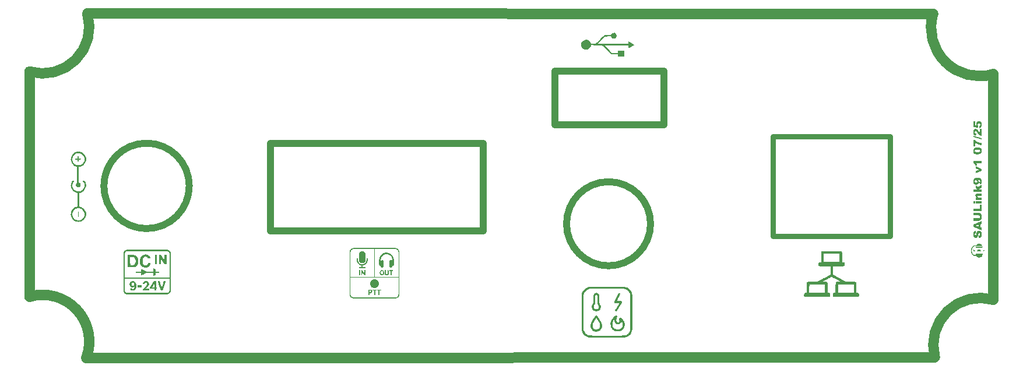
<source format=gbr>
%TF.GenerationSoftware,KiCad,Pcbnew,8.0.1*%
%TF.CreationDate,2025-08-11T12:07:21+02:00*%
%TF.ProjectId,SVX_Node_Case_back.kicad_pcb_usb,5356585f-4e6f-4646-955f-436173655f62,rev?*%
%TF.SameCoordinates,Original*%
%TF.FileFunction,Legend,Top*%
%TF.FilePolarity,Positive*%
%FSLAX46Y46*%
G04 Gerber Fmt 4.6, Leading zero omitted, Abs format (unit mm)*
G04 Created by KiCad (PCBNEW 8.0.1) date 2025-08-11 12:07:21*
%MOMM*%
%LPD*%
G01*
G04 APERTURE LIST*
%ADD10C,1.500000*%
%ADD11C,1.000000*%
%ADD12C,0.800000*%
%ADD13C,0.200000*%
%ADD14C,0.000000*%
G04 APERTURE END LIST*
D10*
X214500002Y-121870000D02*
G75*
G02*
X222990320Y-113533540I6596198J1773800D01*
G01*
D11*
X159350000Y-80350000D02*
X175150000Y-80350000D01*
X175150000Y-88150000D01*
X159350000Y-88150000D01*
X159350000Y-80350000D01*
D10*
X223000000Y-80773070D02*
G75*
G02*
X214222540Y-72014928I-2000000J6773070D01*
G01*
X83000000Y-113096195D02*
G75*
G02*
X91256389Y-121945484I1903800J-6500005D01*
G01*
D12*
X208000000Y-104300000D02*
X191000000Y-104300000D01*
X191000000Y-104300000D02*
X191000000Y-89800000D01*
D11*
X106200000Y-97000000D02*
G75*
G02*
X93800000Y-97000000I-6200000J0D01*
G01*
X93800000Y-97000000D02*
G75*
G02*
X106200000Y-97000000I6200000J0D01*
G01*
D10*
X83000000Y-80403806D02*
X83000000Y-113096194D01*
X214222540Y-72014928D02*
X91403806Y-72000000D01*
D12*
X191000000Y-89800000D02*
X208000000Y-89800000D01*
D10*
X223000000Y-80773070D02*
X223000000Y-113500001D01*
X91403806Y-72000000D02*
G75*
G02*
X83000000Y-80403806I-6500006J-1903800D01*
G01*
D11*
X118000000Y-90800000D02*
X148900000Y-90800000D01*
X148900000Y-103500000D01*
X118000000Y-103500000D01*
X118000000Y-90800000D01*
X173200000Y-102500000D02*
G75*
G02*
X161000000Y-102500000I-6100000J0D01*
G01*
X161000000Y-102500000D02*
G75*
G02*
X173200000Y-102500000I6100000J0D01*
G01*
D12*
X208000000Y-89800000D02*
X208000000Y-104300000D01*
D10*
X214463612Y-121914516D02*
X91220000Y-121990000D01*
D13*
G36*
X220887723Y-104591381D02*
G01*
X220864569Y-104236154D01*
X220925857Y-104224202D01*
X220982253Y-104201714D01*
X221001443Y-104189260D01*
X221044661Y-104143711D01*
X221069940Y-104086457D01*
X221077353Y-104024249D01*
X221071258Y-103965333D01*
X221047023Y-103909554D01*
X221040424Y-103901151D01*
X220992334Y-103864932D01*
X220954548Y-103857773D01*
X220898060Y-103875571D01*
X220871896Y-103899099D01*
X220842806Y-103950433D01*
X220823461Y-104007053D01*
X220806809Y-104071863D01*
X220802727Y-104090195D01*
X220788603Y-104149399D01*
X220769352Y-104217223D01*
X220748326Y-104278176D01*
X220725526Y-104332261D01*
X220695823Y-104388095D01*
X220657939Y-104440732D01*
X220615933Y-104481845D01*
X220562087Y-104516467D01*
X220502012Y-104537899D01*
X220435709Y-104546142D01*
X220426983Y-104546245D01*
X220364723Y-104539873D01*
X220304887Y-104520755D01*
X220252594Y-104492316D01*
X220204738Y-104453287D01*
X220163751Y-104403610D01*
X220132736Y-104349798D01*
X220123634Y-104329944D01*
X220103117Y-104270703D01*
X220089974Y-104210632D01*
X220081319Y-104142876D01*
X220077472Y-104078682D01*
X220076739Y-104032749D01*
X220078814Y-103962998D01*
X220085040Y-103898642D01*
X220095415Y-103839682D01*
X220113344Y-103776052D01*
X220137249Y-103720190D01*
X220161736Y-103679574D01*
X220203718Y-103631072D01*
X220255294Y-103591994D01*
X220316462Y-103562342D01*
X220376528Y-103544427D01*
X220431966Y-103534787D01*
X220451896Y-103886789D01*
X220395138Y-103903299D01*
X220344671Y-103937563D01*
X220337591Y-103945701D01*
X220310773Y-103999117D01*
X220301973Y-104059921D01*
X220301833Y-104069678D01*
X220309526Y-104129795D01*
X220329091Y-104167864D01*
X220378836Y-104199120D01*
X220395330Y-104200690D01*
X220446621Y-104173433D01*
X220473328Y-104116587D01*
X220489024Y-104054385D01*
X220490291Y-104048283D01*
X220503288Y-103989271D01*
X220519611Y-103921611D01*
X220536020Y-103860734D01*
X220555825Y-103796636D01*
X220579086Y-103734202D01*
X220595804Y-103697745D01*
X220627850Y-103642655D01*
X220668241Y-103592211D01*
X220713670Y-103553102D01*
X220728281Y-103543579D01*
X220784903Y-103516046D01*
X220845958Y-103499942D01*
X220905309Y-103495219D01*
X220968544Y-103500320D01*
X221028998Y-103515621D01*
X221086669Y-103541124D01*
X221117507Y-103559699D01*
X221168367Y-103599862D01*
X221211809Y-103648139D01*
X221244196Y-103697863D01*
X221264639Y-103739364D01*
X221286566Y-103800730D01*
X221300613Y-103860617D01*
X221309863Y-103926281D01*
X221313974Y-103987164D01*
X221314757Y-104030111D01*
X221312875Y-104104231D01*
X221307229Y-104172425D01*
X221297818Y-104234694D01*
X221280760Y-104304195D01*
X221257821Y-104364438D01*
X221222530Y-104424507D01*
X221194297Y-104457145D01*
X221146727Y-104498032D01*
X221094582Y-104531664D01*
X221037862Y-104558042D01*
X220976566Y-104577166D01*
X220910696Y-104589036D01*
X220887723Y-104591381D01*
G37*
G36*
X221296000Y-102511311D02*
G01*
X221089663Y-102570516D01*
X221089663Y-102995792D01*
X221296000Y-103054410D01*
X221296000Y-103436015D01*
X220095497Y-102982016D01*
X220095497Y-102782421D01*
X220402071Y-102782421D01*
X220827053Y-102915191D01*
X220827053Y-102648771D01*
X220402071Y-102782421D01*
X220095497Y-102782421D01*
X220095497Y-102574619D01*
X221296000Y-102120621D01*
X221296000Y-102511311D01*
G37*
G36*
X220095497Y-101279155D02*
G01*
X220095497Y-100906636D01*
X220809761Y-100906636D01*
X220868514Y-100909279D01*
X220931620Y-100918415D01*
X220992437Y-100934077D01*
X221010235Y-100940048D01*
X221066930Y-100964623D01*
X221119046Y-100996583D01*
X221166581Y-101035927D01*
X221175539Y-101044682D01*
X221215564Y-101089882D01*
X221250071Y-101141189D01*
X221274604Y-101194159D01*
X221292171Y-101251385D01*
X221304719Y-101314033D01*
X221311581Y-101373298D01*
X221314601Y-101436715D01*
X221314757Y-101455596D01*
X221313303Y-101518153D01*
X221309456Y-101578328D01*
X221303205Y-101641652D01*
X221302448Y-101648157D01*
X221292407Y-101709867D01*
X221275940Y-101770078D01*
X221253794Y-101822254D01*
X221222250Y-101873142D01*
X221182133Y-101920732D01*
X221150626Y-101950628D01*
X221103998Y-101986196D01*
X221052024Y-102015122D01*
X221012287Y-102030055D01*
X220950053Y-102046774D01*
X220891947Y-102058020D01*
X220832224Y-102064100D01*
X220809761Y-102064640D01*
X220095497Y-102064640D01*
X220095497Y-101692121D01*
X220825295Y-101692121D01*
X220887539Y-101685645D01*
X220943909Y-101663807D01*
X220978288Y-101637313D01*
X221013964Y-101585767D01*
X221030753Y-101525736D01*
X221033390Y-101485198D01*
X221026983Y-101423823D01*
X221005378Y-101368085D01*
X220979168Y-101333963D01*
X220927615Y-101298477D01*
X220866718Y-101281778D01*
X220825295Y-101279155D01*
X220095497Y-101279155D01*
G37*
G36*
X220095497Y-100666887D02*
G01*
X220095497Y-100293489D01*
X220995874Y-100293489D01*
X220995874Y-99710823D01*
X221296000Y-99710823D01*
X221296000Y-100666887D01*
X220095497Y-100666887D01*
G37*
G36*
X220095497Y-99557243D02*
G01*
X220095497Y-99221653D01*
X220320591Y-99221653D01*
X220320591Y-99557243D01*
X220095497Y-99557243D01*
G37*
G36*
X220414381Y-99557243D02*
G01*
X220414381Y-99221653D01*
X221296000Y-99221653D01*
X221296000Y-99557243D01*
X220414381Y-99557243D01*
G37*
G36*
X220414381Y-99010334D02*
G01*
X220414381Y-98697899D01*
X220557409Y-98697899D01*
X220512386Y-98658381D01*
X220471605Y-98614199D01*
X220437986Y-98565269D01*
X220433138Y-98556336D01*
X220410277Y-98498070D01*
X220398590Y-98436912D01*
X220395623Y-98381360D01*
X220400843Y-98315543D01*
X220416505Y-98257309D01*
X220446606Y-98200861D01*
X220479154Y-98163593D01*
X220533162Y-98125481D01*
X220593237Y-98102075D01*
X220655118Y-98089679D01*
X220715081Y-98085060D01*
X220736488Y-98084752D01*
X221296000Y-98084752D01*
X221296000Y-98421807D01*
X220810347Y-98421807D01*
X220750794Y-98426838D01*
X220695008Y-98450413D01*
X220692817Y-98452288D01*
X220662319Y-98502898D01*
X220658233Y-98537871D01*
X220671385Y-98596192D01*
X220704834Y-98636936D01*
X220759748Y-98662782D01*
X220822729Y-98672936D01*
X220871896Y-98674745D01*
X221296000Y-98674745D01*
X221296000Y-99010334D01*
X220414381Y-99010334D01*
G37*
G36*
X220095497Y-97890725D02*
G01*
X220095497Y-97547808D01*
X220686956Y-97547808D01*
X220414381Y-97297215D01*
X220414381Y-96884249D01*
X220723299Y-97198443D01*
X221296000Y-96866078D01*
X221296000Y-97244459D01*
X220943411Y-97421779D01*
X221066802Y-97547808D01*
X221296000Y-97547808D01*
X221296000Y-97890725D01*
X220095497Y-97890725D01*
G37*
G36*
X220748555Y-95819487D02*
G01*
X220822817Y-95824868D01*
X220891657Y-95834553D01*
X220955075Y-95848544D01*
X221013070Y-95866839D01*
X221077939Y-95895762D01*
X221134337Y-95931411D01*
X221164108Y-95956029D01*
X221207508Y-96001590D01*
X221243552Y-96052360D01*
X221272240Y-96108339D01*
X221293572Y-96169528D01*
X221307549Y-96235925D01*
X221314169Y-96307532D01*
X221314757Y-96337634D01*
X221313116Y-96397805D01*
X221307223Y-96459427D01*
X221295468Y-96519644D01*
X221280466Y-96565073D01*
X221252948Y-96619009D01*
X221217950Y-96666364D01*
X221179642Y-96703705D01*
X221130190Y-96738574D01*
X221072910Y-96767417D01*
X221014046Y-96788408D01*
X220977116Y-96454577D01*
X221032566Y-96435435D01*
X221064457Y-96410027D01*
X221088088Y-96355238D01*
X221089663Y-96333531D01*
X221076216Y-96273706D01*
X221035874Y-96225684D01*
X221008184Y-96207501D01*
X220951014Y-96186706D01*
X220889511Y-96174062D01*
X220821931Y-96164711D01*
X220753780Y-96157969D01*
X220795699Y-96199692D01*
X220831790Y-96246156D01*
X220852259Y-96281653D01*
X220873497Y-96340862D01*
X220882568Y-96402674D01*
X220883327Y-96428199D01*
X220879370Y-96487306D01*
X220864752Y-96551759D01*
X220839363Y-96611358D01*
X220803203Y-96666105D01*
X220770780Y-96702240D01*
X220718693Y-96745751D01*
X220660913Y-96778575D01*
X220597438Y-96800712D01*
X220538499Y-96811181D01*
X220486188Y-96813907D01*
X220421747Y-96809410D01*
X220360644Y-96795917D01*
X220302880Y-96773428D01*
X220272231Y-96757048D01*
X220221582Y-96721679D01*
X220178444Y-96679541D01*
X220142818Y-96630633D01*
X220126272Y-96600537D01*
X220102328Y-96540307D01*
X220087623Y-96480036D01*
X220079109Y-96413426D01*
X220076739Y-96349944D01*
X220077070Y-96339979D01*
X220301833Y-96339979D01*
X220312751Y-96401161D01*
X220345504Y-96451060D01*
X220396105Y-96482616D01*
X220455587Y-96494337D01*
X220476809Y-96495024D01*
X220537122Y-96488594D01*
X220592692Y-96464840D01*
X220611631Y-96449302D01*
X220646582Y-96397864D01*
X220658187Y-96339260D01*
X220658233Y-96334996D01*
X220648315Y-96273992D01*
X220618562Y-96223421D01*
X220613096Y-96217466D01*
X220562216Y-96183596D01*
X220504263Y-96171016D01*
X220483843Y-96170279D01*
X220425069Y-96177244D01*
X220369627Y-96202978D01*
X220350193Y-96219811D01*
X220315482Y-96270739D01*
X220302022Y-96331197D01*
X220301833Y-96339979D01*
X220077070Y-96339979D01*
X220078913Y-96284434D01*
X220085436Y-96223974D01*
X220098541Y-96159818D01*
X220117565Y-96102534D01*
X220138581Y-96058904D01*
X220173899Y-96006862D01*
X220218302Y-95960352D01*
X220264609Y-95924194D01*
X220317871Y-95892271D01*
X220334367Y-95883928D01*
X220397232Y-95858347D01*
X220457703Y-95841421D01*
X220524253Y-95829111D01*
X220584355Y-95822379D01*
X220648679Y-95818853D01*
X220689300Y-95818276D01*
X220748555Y-95819487D01*
G37*
G36*
X220414381Y-95190767D02*
G01*
X220414381Y-94841402D01*
X220973013Y-94671409D01*
X220414381Y-94495847D01*
X220414381Y-94157034D01*
X221296000Y-94528967D01*
X221296000Y-94826454D01*
X220414381Y-95190767D01*
G37*
G36*
X220076739Y-93336671D02*
G01*
X221296000Y-93336671D01*
X221296000Y-93676364D01*
X220497618Y-93676364D01*
X220535177Y-93727323D01*
X220567983Y-93777251D01*
X220598583Y-93830983D01*
X220601080Y-93835806D01*
X220627901Y-93893406D01*
X220651623Y-93953765D01*
X220672435Y-94014597D01*
X220676990Y-94028953D01*
X220395623Y-94028953D01*
X220374517Y-93967355D01*
X220351865Y-93911157D01*
X220323485Y-93852417D01*
X220293001Y-93801026D01*
X220265197Y-93762826D01*
X220224732Y-93718056D01*
X220179834Y-93678415D01*
X220130503Y-93643904D01*
X220076739Y-93614521D01*
X220076739Y-93336671D01*
G37*
G36*
X220746237Y-91430797D02*
G01*
X220820893Y-91435148D01*
X220890090Y-91442979D01*
X220953828Y-91454290D01*
X221012107Y-91469082D01*
X221077280Y-91492466D01*
X221133923Y-91521289D01*
X221163815Y-91541193D01*
X221215112Y-91588605D01*
X221249752Y-91636742D01*
X221277022Y-91692721D01*
X221296921Y-91756543D01*
X221309451Y-91828207D01*
X221314168Y-91891185D01*
X221314757Y-91924556D01*
X221312457Y-91988444D01*
X221305557Y-92046749D01*
X221292038Y-92106549D01*
X221269648Y-92165109D01*
X221266690Y-92171046D01*
X221235964Y-92221278D01*
X221198189Y-92266132D01*
X221153367Y-92305606D01*
X221125420Y-92325212D01*
X221068941Y-92355245D01*
X221011484Y-92376116D01*
X220951698Y-92391670D01*
X220944583Y-92393210D01*
X220885635Y-92403852D01*
X220823683Y-92411454D01*
X220758726Y-92416016D01*
X220699425Y-92417512D01*
X220690766Y-92417536D01*
X220628599Y-92416446D01*
X220570034Y-92413178D01*
X220497549Y-92405429D01*
X220431466Y-92393806D01*
X220371785Y-92378309D01*
X220306187Y-92353489D01*
X220250593Y-92322616D01*
X220213320Y-92293558D01*
X220166904Y-92242403D01*
X220135560Y-92192815D01*
X220110884Y-92136901D01*
X220092878Y-92074662D01*
X220081541Y-92006098D01*
X220077273Y-91946692D01*
X220076934Y-91926901D01*
X220301833Y-91926901D01*
X220315619Y-91986938D01*
X220356977Y-92031785D01*
X220385364Y-92047362D01*
X220443595Y-92065213D01*
X220504433Y-92075059D01*
X220567407Y-92080685D01*
X220627521Y-92083390D01*
X220694576Y-92084291D01*
X220762306Y-92083297D01*
X220822981Y-92080313D01*
X220886478Y-92074106D01*
X220947716Y-92063245D01*
X221006132Y-92043551D01*
X221057034Y-92007803D01*
X221086727Y-91952970D01*
X221089663Y-91925143D01*
X221075810Y-91866662D01*
X221054199Y-91836629D01*
X221004938Y-91802393D01*
X220946979Y-91782646D01*
X220942238Y-91781528D01*
X220879499Y-91771349D01*
X220813072Y-91766163D01*
X220752014Y-91764086D01*
X220703369Y-91763649D01*
X220632895Y-91764644D01*
X220570035Y-91767628D01*
X220504653Y-91773834D01*
X220442230Y-91784695D01*
X220383899Y-91804389D01*
X220333890Y-91840714D01*
X220305760Y-91893089D01*
X220301833Y-91926901D01*
X220076934Y-91926901D01*
X220076739Y-91915471D01*
X220079104Y-91850342D01*
X220086198Y-91792121D01*
X220101292Y-91730346D01*
X220106635Y-91715289D01*
X220131392Y-91660499D01*
X220163979Y-91610446D01*
X220184011Y-91587501D01*
X220229893Y-91545701D01*
X220281249Y-91511336D01*
X220284541Y-91509539D01*
X220341621Y-91483674D01*
X220398658Y-91465730D01*
X220407346Y-91463524D01*
X220466493Y-91450390D01*
X220526734Y-91440483D01*
X220588069Y-91433801D01*
X220650498Y-91430345D01*
X220686662Y-91429818D01*
X220746237Y-91430797D01*
G37*
G36*
X220095497Y-91292065D02*
G01*
X220095497Y-90311967D01*
X220320298Y-90311967D01*
X220363942Y-90358404D01*
X220408926Y-90401873D01*
X220455250Y-90442375D01*
X220502912Y-90479909D01*
X220551915Y-90514475D01*
X220568547Y-90525338D01*
X220620105Y-90556702D01*
X220673481Y-90585948D01*
X220728675Y-90613076D01*
X220785686Y-90638087D01*
X220844515Y-90660979D01*
X220905161Y-90681753D01*
X220929928Y-90689469D01*
X220989949Y-90706282D01*
X221053947Y-90720889D01*
X221121923Y-90733292D01*
X221181607Y-90741943D01*
X221244054Y-90749063D01*
X221296000Y-90753656D01*
X221296000Y-91088367D01*
X221223991Y-91077769D01*
X221154949Y-91065762D01*
X221088875Y-91052344D01*
X221025769Y-91037515D01*
X220965631Y-91021276D01*
X220908459Y-91003627D01*
X220841169Y-90979581D01*
X220803020Y-90964096D01*
X220740065Y-90935123D01*
X220675765Y-90901327D01*
X220623357Y-90870818D01*
X220570088Y-90837223D01*
X220515957Y-90800540D01*
X220460966Y-90760772D01*
X220405114Y-90717916D01*
X220376865Y-90695331D01*
X220376865Y-91292065D01*
X220095497Y-91292065D01*
G37*
G36*
X220076739Y-89945017D02*
G01*
X220076739Y-89773558D01*
X221314757Y-90076908D01*
X221314757Y-90246608D01*
X220076739Y-89945017D01*
G37*
G36*
X221296000Y-88728981D02*
G01*
X221296000Y-89736336D01*
X221230818Y-89725404D01*
X221167347Y-89707741D01*
X221105588Y-89683346D01*
X221045539Y-89652219D01*
X221011994Y-89631409D01*
X220960491Y-89593037D01*
X220915289Y-89552811D01*
X220868013Y-89505087D01*
X220828697Y-89461508D01*
X220788054Y-89413129D01*
X220746082Y-89359952D01*
X220702782Y-89301974D01*
X220664170Y-89250331D01*
X220623758Y-89199561D01*
X220583687Y-89154040D01*
X220539237Y-89113224D01*
X220488044Y-89083561D01*
X220433138Y-89071898D01*
X220374085Y-89086260D01*
X220340228Y-89112637D01*
X220309182Y-89165146D01*
X220301833Y-89215219D01*
X220312238Y-89273764D01*
X220343452Y-89320439D01*
X220396106Y-89352772D01*
X220458260Y-89370200D01*
X220489412Y-89375247D01*
X220461568Y-89711716D01*
X220402622Y-89701426D01*
X220342570Y-89685819D01*
X220284340Y-89663356D01*
X220240870Y-89639030D01*
X220194863Y-89601849D01*
X220156126Y-89556254D01*
X220124659Y-89502244D01*
X220119237Y-89490432D01*
X220098694Y-89430514D01*
X220086077Y-89367445D01*
X220079395Y-89304685D01*
X220076905Y-89245266D01*
X220076739Y-89224305D01*
X220078141Y-89160681D01*
X220083318Y-89093434D01*
X220092310Y-89033704D01*
X220107257Y-88974646D01*
X220116600Y-88948799D01*
X220145479Y-88891217D01*
X220182660Y-88841935D01*
X220228140Y-88800954D01*
X220238233Y-88793754D01*
X220291470Y-88763924D01*
X220348600Y-88745142D01*
X220409622Y-88737408D01*
X220422294Y-88737187D01*
X220482387Y-88742311D01*
X220540996Y-88757682D01*
X220598121Y-88783300D01*
X220629217Y-88801960D01*
X220679811Y-88840960D01*
X220726065Y-88885934D01*
X220767185Y-88932542D01*
X220809665Y-88986590D01*
X220846104Y-89037313D01*
X220881578Y-89089047D01*
X220916057Y-89137857D01*
X220942531Y-89173014D01*
X220981240Y-89217727D01*
X221014632Y-89253321D01*
X221014632Y-88728981D01*
X221296000Y-88728981D01*
G37*
G36*
X220095497Y-88456113D02*
G01*
X220095497Y-87658904D01*
X220376865Y-87658904D01*
X220376865Y-88198778D01*
X220546565Y-88227794D01*
X220521505Y-88172107D01*
X220503773Y-88117006D01*
X220492568Y-88059103D01*
X220489412Y-88008562D01*
X220493235Y-87942939D01*
X220504703Y-87882139D01*
X220523817Y-87826161D01*
X220555780Y-87766948D01*
X220598149Y-87714298D01*
X220648414Y-87670216D01*
X220704065Y-87636961D01*
X220765101Y-87614533D01*
X220831523Y-87602933D01*
X220871896Y-87601165D01*
X220936464Y-87605779D01*
X220999594Y-87619619D01*
X221061286Y-87642687D01*
X221094939Y-87659490D01*
X221145277Y-87691547D01*
X221194376Y-87734880D01*
X221235499Y-87785911D01*
X221258484Y-87824207D01*
X221283103Y-87881287D01*
X221300689Y-87945840D01*
X221310306Y-88008455D01*
X221314538Y-88076793D01*
X221314757Y-88097369D01*
X221312926Y-88161944D01*
X221307431Y-88221140D01*
X221297030Y-88280606D01*
X221291603Y-88302533D01*
X221272983Y-88358156D01*
X221246509Y-88411964D01*
X221222434Y-88447613D01*
X221183063Y-88492278D01*
X221136228Y-88532157D01*
X221118386Y-88544333D01*
X221066256Y-88572496D01*
X221009722Y-88594801D01*
X220973013Y-88606175D01*
X220939600Y-88266482D01*
X220997239Y-88249372D01*
X221046625Y-88214293D01*
X221051561Y-88208743D01*
X221081291Y-88155595D01*
X221089663Y-88100593D01*
X221079230Y-88040267D01*
X221047932Y-87990632D01*
X221042182Y-87984822D01*
X220991717Y-87953566D01*
X220934262Y-87940707D01*
X220900619Y-87939099D01*
X220840421Y-87944571D01*
X220784995Y-87965148D01*
X220759349Y-87985408D01*
X220727162Y-88035309D01*
X220714900Y-88094085D01*
X220714506Y-88108213D01*
X220722864Y-88167770D01*
X220735902Y-88202295D01*
X220769036Y-88251827D01*
X220791882Y-88276448D01*
X220754953Y-88562212D01*
X220095497Y-88456113D01*
G37*
D14*
%TO.C,G4*%
G36*
X131045186Y-109602493D02*
G01*
X131045186Y-109958140D01*
X130963149Y-109956729D01*
X130881113Y-109955318D01*
X130881113Y-109601083D01*
X130881113Y-109246847D01*
X130963149Y-109246847D01*
X131045186Y-109246847D01*
X131045186Y-109602493D01*
G37*
G36*
X133420332Y-112133743D02*
G01*
X133420332Y-112207966D01*
X133314857Y-112207966D01*
X133209381Y-112207966D01*
X133209381Y-112543925D01*
X133209381Y-112879883D01*
X133123439Y-112879883D01*
X133037496Y-112879883D01*
X133037496Y-112543925D01*
X133037496Y-112207966D01*
X132928114Y-112207966D01*
X132818732Y-112207966D01*
X132818732Y-112133743D01*
X132818732Y-112059520D01*
X133119532Y-112059520D01*
X133420332Y-112059520D01*
X133420332Y-112133743D01*
G37*
G36*
X135811104Y-109313017D02*
G01*
X135811104Y-109379186D01*
X135716293Y-109381380D01*
X135621482Y-109383574D01*
X135620584Y-109668748D01*
X135619686Y-109953921D01*
X135539605Y-109953921D01*
X135459524Y-109953921D01*
X135459522Y-109666794D01*
X135459520Y-109379667D01*
X135365764Y-109379667D01*
X135272008Y-109379667D01*
X135272008Y-109313257D01*
X135272008Y-109246847D01*
X135541556Y-109246847D01*
X135811104Y-109246847D01*
X135811104Y-109313017D01*
G37*
G36*
X133773869Y-112059502D02*
G01*
X134076622Y-112059520D01*
X134076622Y-112133743D01*
X134076622Y-112207966D01*
X133967082Y-112207966D01*
X133857542Y-112207966D01*
X133858042Y-112541971D01*
X133858542Y-112875976D01*
X133777715Y-112878178D01*
X133743591Y-112878596D01*
X133715466Y-112877982D01*
X133696885Y-112876470D01*
X133691430Y-112874923D01*
X133690270Y-112866190D01*
X133689194Y-112843475D01*
X133688229Y-112808421D01*
X133687402Y-112762670D01*
X133686738Y-112707866D01*
X133686266Y-112645653D01*
X133686011Y-112577672D01*
X133685973Y-112538716D01*
X133685973Y-112207966D01*
X133581034Y-112207966D01*
X133476095Y-112207966D01*
X133473606Y-112133726D01*
X133471116Y-112059485D01*
X133773869Y-112059502D01*
G37*
G36*
X132391169Y-112060881D02*
G01*
X132588643Y-112063426D01*
X132640701Y-112089070D01*
X132693142Y-112122500D01*
X132732691Y-112164756D01*
X132759324Y-112215798D01*
X132773018Y-112275588D01*
X132775009Y-112309162D01*
X132771289Y-112368508D01*
X132758014Y-112418067D01*
X132733881Y-112461320D01*
X132705962Y-112493642D01*
X132675103Y-112521201D01*
X132643324Y-112541697D01*
X132607500Y-112556184D01*
X132564504Y-112565713D01*
X132511212Y-112571339D01*
X132469101Y-112573417D01*
X132365579Y-112576986D01*
X132365579Y-112728435D01*
X132365579Y-112879883D01*
X132279637Y-112879883D01*
X132193694Y-112879883D01*
X132193694Y-112469109D01*
X132193694Y-112207966D01*
X132365579Y-112207966D01*
X132365579Y-112317348D01*
X132365579Y-112426730D01*
X132437849Y-112426718D01*
X132479825Y-112425617D01*
X132509995Y-112421993D01*
X132532051Y-112415335D01*
X132536910Y-112413045D01*
X132567866Y-112389865D01*
X132588143Y-112359477D01*
X132597607Y-112325149D01*
X132596128Y-112290152D01*
X132583573Y-112257754D01*
X132559812Y-112231224D01*
X132544615Y-112221651D01*
X132525354Y-112214433D01*
X132499614Y-112210107D01*
X132463747Y-112208188D01*
X132441756Y-112207978D01*
X132365579Y-112207966D01*
X132193694Y-112207966D01*
X132193694Y-112058335D01*
X132391169Y-112060881D01*
G37*
G36*
X133188920Y-110558868D02*
G01*
X133280938Y-110577684D01*
X133370322Y-110610687D01*
X133455682Y-110657968D01*
X133492010Y-110683625D01*
X133544428Y-110730765D01*
X133594707Y-110789917D01*
X133640508Y-110857470D01*
X133679496Y-110929811D01*
X133709333Y-111003328D01*
X133718627Y-111033881D01*
X133730235Y-111094114D01*
X133735759Y-111163017D01*
X133735207Y-111234871D01*
X133728588Y-111303954D01*
X133718164Y-111356351D01*
X133686640Y-111449142D01*
X133643447Y-111531752D01*
X133588715Y-111603938D01*
X133582972Y-111610189D01*
X133507911Y-111681707D01*
X133429935Y-111738185D01*
X133347978Y-111780102D01*
X133260969Y-111807935D01*
X133167842Y-111822161D01*
X133103906Y-111824341D01*
X133061965Y-111823043D01*
X133019412Y-111820107D01*
X132982526Y-111816036D01*
X132966056Y-111813323D01*
X132884950Y-111791296D01*
X132810360Y-111758218D01*
X132739752Y-111712669D01*
X132670587Y-111653233D01*
X132658618Y-111641473D01*
X132612292Y-111592231D01*
X132576510Y-111546667D01*
X132548436Y-111500392D01*
X132525234Y-111449018D01*
X132513518Y-111416990D01*
X132487644Y-111320116D01*
X132475771Y-111222859D01*
X132477555Y-111126821D01*
X132492650Y-111033604D01*
X132520712Y-110944809D01*
X132561396Y-110862040D01*
X132614356Y-110786897D01*
X132659580Y-110738714D01*
X132738126Y-110674350D01*
X132822401Y-110623619D01*
X132911011Y-110586613D01*
X133002564Y-110563424D01*
X133095665Y-110554145D01*
X133188920Y-110558868D01*
G37*
G36*
X131463237Y-109461496D02*
G01*
X131495822Y-109514248D01*
X131526096Y-109563155D01*
X131553000Y-109606516D01*
X131575477Y-109642630D01*
X131592469Y-109669795D01*
X131602917Y-109686311D01*
X131605519Y-109690278D01*
X131608334Y-109691440D01*
X131610576Y-109685124D01*
X131612304Y-109670033D01*
X131613577Y-109644870D01*
X131614453Y-109608340D01*
X131614992Y-109559146D01*
X131615253Y-109495991D01*
X131615285Y-109475376D01*
X131615533Y-109246847D01*
X131693663Y-109246847D01*
X131771793Y-109246847D01*
X131771793Y-109602673D01*
X131771793Y-109958500D01*
X131694152Y-109956757D01*
X131616512Y-109955014D01*
X131477342Y-109733958D01*
X131444105Y-109681337D01*
X131413481Y-109633185D01*
X131386463Y-109591037D01*
X131364047Y-109556431D01*
X131347224Y-109530905D01*
X131336990Y-109515993D01*
X131334266Y-109512693D01*
X131333257Y-109520121D01*
X131332344Y-109541206D01*
X131331564Y-109573976D01*
X131330950Y-109616463D01*
X131330538Y-109666696D01*
X131330363Y-109722706D01*
X131330359Y-109732217D01*
X131330359Y-109951952D01*
X131254183Y-109953844D01*
X131221829Y-109954375D01*
X131196282Y-109954276D01*
X131180893Y-109953589D01*
X131177923Y-109952875D01*
X131177904Y-109944718D01*
X131177882Y-109922516D01*
X131177858Y-109887849D01*
X131177833Y-109842298D01*
X131177807Y-109787444D01*
X131177782Y-109724868D01*
X131177759Y-109656151D01*
X131177742Y-109600384D01*
X131177644Y-109250753D01*
X131254059Y-109248548D01*
X131330473Y-109246342D01*
X131463237Y-109461496D01*
G37*
G36*
X134695801Y-109248243D02*
G01*
X134775884Y-109251144D01*
X134779790Y-109508777D01*
X134780953Y-109580292D01*
X134782116Y-109637888D01*
X134783385Y-109683270D01*
X134784867Y-109718146D01*
X134786669Y-109744221D01*
X134788899Y-109763202D01*
X134791662Y-109776794D01*
X134795065Y-109786704D01*
X134797502Y-109791670D01*
X134821430Y-109819771D01*
X134856393Y-109836977D01*
X134902083Y-109843141D01*
X134904798Y-109843157D01*
X134949020Y-109838537D01*
X134982208Y-109824005D01*
X135006172Y-109798552D01*
X135015196Y-109781559D01*
X135019487Y-109770757D01*
X135022934Y-109758615D01*
X135025650Y-109743298D01*
X135027752Y-109722971D01*
X135029353Y-109695798D01*
X135030569Y-109659946D01*
X135031514Y-109613578D01*
X135032303Y-109554861D01*
X135032889Y-109498893D01*
X135035309Y-109250753D01*
X135112640Y-109252354D01*
X135189972Y-109253955D01*
X135192240Y-109467211D01*
X135192686Y-109555832D01*
X135191788Y-109630492D01*
X135189255Y-109692821D01*
X135184795Y-109744446D01*
X135178118Y-109786998D01*
X135168933Y-109822106D01*
X135156950Y-109851399D01*
X135141878Y-109876507D01*
X135123426Y-109899057D01*
X135113341Y-109909395D01*
X135080858Y-109937147D01*
X135046931Y-109956680D01*
X135007868Y-109969290D01*
X134959978Y-109976275D01*
X134916518Y-109978591D01*
X134865446Y-109978803D01*
X134826271Y-109976064D01*
X134795492Y-109970101D01*
X134790764Y-109968723D01*
X134736213Y-109944268D01*
X134691146Y-109907797D01*
X134656339Y-109860267D01*
X134632568Y-109802635D01*
X134623751Y-109762503D01*
X134621713Y-109741577D01*
X134619866Y-109707537D01*
X134618280Y-109662894D01*
X134617024Y-109610161D01*
X134616171Y-109551850D01*
X134615790Y-109490470D01*
X134615777Y-109478531D01*
X134615718Y-109245342D01*
X134695801Y-109248243D01*
G37*
G36*
X134282541Y-109247879D02*
G01*
X134292247Y-109250385D01*
X134354649Y-109276065D01*
X134410015Y-109314660D01*
X134456799Y-109364457D01*
X134493457Y-109423742D01*
X134518445Y-109490800D01*
X134521965Y-109505259D01*
X134527805Y-109547441D01*
X134529365Y-109597688D01*
X134526961Y-109650660D01*
X134520909Y-109701020D01*
X134511526Y-109743427D01*
X134507070Y-109756559D01*
X134473517Y-109823637D01*
X134429756Y-109879788D01*
X134376920Y-109924158D01*
X134316144Y-109955891D01*
X134248564Y-109974132D01*
X134213349Y-109977884D01*
X134178358Y-109977970D01*
X134142985Y-109975098D01*
X134119594Y-109970937D01*
X134055599Y-109946713D01*
X133996989Y-109909003D01*
X133946159Y-109859660D01*
X133910456Y-109809267D01*
X133885024Y-109752017D01*
X133869403Y-109686345D01*
X133863552Y-109615954D01*
X133865739Y-109575659D01*
X134029918Y-109575659D01*
X134030060Y-109624368D01*
X134033790Y-109672310D01*
X134040907Y-109714687D01*
X134051213Y-109746700D01*
X134051648Y-109747613D01*
X134079517Y-109790164D01*
X134115092Y-109821396D01*
X134155961Y-109840532D01*
X134199713Y-109846793D01*
X134243938Y-109839401D01*
X134280561Y-109821498D01*
X134315363Y-109789197D01*
X134341180Y-109744699D01*
X134357750Y-109688769D01*
X134364808Y-109622177D01*
X134364366Y-109577372D01*
X134356244Y-109512289D01*
X134338733Y-109459515D01*
X134311904Y-109419141D01*
X134275829Y-109391263D01*
X134230578Y-109375972D01*
X134209850Y-109373397D01*
X134158692Y-109376169D01*
X134115430Y-109392415D01*
X134080148Y-109422071D01*
X134052932Y-109465077D01*
X134041190Y-109495138D01*
X134033562Y-109530983D01*
X134029918Y-109575659D01*
X133865739Y-109575659D01*
X133867427Y-109544549D01*
X133880987Y-109475834D01*
X133904187Y-109413512D01*
X133915270Y-109392707D01*
X133943396Y-109354569D01*
X133980867Y-109317366D01*
X134022641Y-109285447D01*
X134063676Y-109263163D01*
X134066882Y-109261886D01*
X134116619Y-109248103D01*
X134173429Y-109240955D01*
X134230880Y-109240771D01*
X134282541Y-109247879D01*
G37*
G36*
X131349349Y-106498761D02*
G01*
X131413441Y-106503837D01*
X131467292Y-106513978D01*
X131515889Y-106530744D01*
X131564218Y-106555699D01*
X131596545Y-106576174D01*
X131664974Y-106630994D01*
X131722302Y-106695934D01*
X131767336Y-106769355D01*
X131798886Y-106849619D01*
X131801002Y-106857046D01*
X131803913Y-106868737D01*
X131806387Y-106881931D01*
X131808459Y-106897928D01*
X131810162Y-106918028D01*
X131811534Y-106943532D01*
X131812607Y-106975741D01*
X131813419Y-107015954D01*
X131814002Y-107065472D01*
X131814394Y-107125595D01*
X131814628Y-107197624D01*
X131814739Y-107282859D01*
X131814764Y-107367825D01*
X131814778Y-107467437D01*
X131814733Y-107552779D01*
X131814501Y-107625203D01*
X131813952Y-107686065D01*
X131812959Y-107736719D01*
X131811392Y-107778520D01*
X131809122Y-107812822D01*
X131806022Y-107840980D01*
X131801962Y-107864348D01*
X131796813Y-107884280D01*
X131790447Y-107902132D01*
X131782734Y-107919257D01*
X131773547Y-107937010D01*
X131762756Y-107956745D01*
X131757952Y-107965518D01*
X131731039Y-108006174D01*
X131694263Y-108049771D01*
X131651702Y-108092188D01*
X131607430Y-108129302D01*
X131572622Y-108152940D01*
X131525396Y-108178468D01*
X131481159Y-108196304D01*
X131435298Y-108207595D01*
X131383202Y-108213488D01*
X131322546Y-108215132D01*
X131277206Y-108214717D01*
X131243117Y-108213121D01*
X131215921Y-108209817D01*
X131191258Y-108204279D01*
X131165276Y-108196154D01*
X131081851Y-108160158D01*
X131009080Y-108112811D01*
X130947308Y-108054464D01*
X130896878Y-107985471D01*
X130858134Y-107906183D01*
X130844690Y-107867522D01*
X130841653Y-107856755D01*
X130839074Y-107844842D01*
X130836916Y-107830480D01*
X130835142Y-107812367D01*
X130833716Y-107789200D01*
X130832599Y-107759678D01*
X130831756Y-107722498D01*
X130831147Y-107676357D01*
X130830738Y-107619953D01*
X130830490Y-107551985D01*
X130830366Y-107471149D01*
X130830329Y-107376144D01*
X130830329Y-107363918D01*
X130830335Y-107263298D01*
X130830436Y-107176949D01*
X130830748Y-107103518D01*
X130831393Y-107041650D01*
X130832490Y-106989992D01*
X130834159Y-106947189D01*
X130836518Y-106911888D01*
X130839687Y-106882733D01*
X130843787Y-106858371D01*
X130848935Y-106837448D01*
X130855253Y-106818610D01*
X130862859Y-106800503D01*
X130871873Y-106781772D01*
X130882415Y-106761063D01*
X130883772Y-106758412D01*
X130911261Y-106713252D01*
X130947040Y-106666961D01*
X130987742Y-106623059D01*
X131029998Y-106585063D01*
X131070440Y-106556491D01*
X131084251Y-106549022D01*
X131159497Y-106519576D01*
X131239433Y-106502770D01*
X131326669Y-106498111D01*
X131349349Y-106498761D01*
G37*
G36*
X130641067Y-107481551D02*
G01*
X130661225Y-107490004D01*
X130676758Y-107500868D01*
X130688361Y-107516213D01*
X130696727Y-107538112D01*
X130702548Y-107568634D01*
X130706520Y-107609851D01*
X130709334Y-107663833D01*
X130710246Y-107688157D01*
X130713456Y-107757777D01*
X130718149Y-107815066D01*
X130724994Y-107863298D01*
X130734662Y-107905746D01*
X130747821Y-107945685D01*
X130765143Y-107986387D01*
X130775793Y-108008489D01*
X130828109Y-108098787D01*
X130889322Y-108176394D01*
X130960084Y-108241893D01*
X131041049Y-108295869D01*
X131132870Y-108338906D01*
X131154567Y-108346955D01*
X131180461Y-108355609D01*
X131203293Y-108361462D01*
X131227224Y-108365033D01*
X131256414Y-108366838D01*
X131295024Y-108367396D01*
X131318640Y-108367371D01*
X131390765Y-108364838D01*
X131452778Y-108357042D01*
X131509647Y-108342827D01*
X131566337Y-108321039D01*
X131611185Y-108299312D01*
X131671056Y-108261415D01*
X131730224Y-108211340D01*
X131785738Y-108152373D01*
X131834648Y-108087798D01*
X131874003Y-108020902D01*
X131887544Y-107991553D01*
X131901501Y-107954386D01*
X131912317Y-107915629D01*
X131920468Y-107872313D01*
X131926427Y-107821473D01*
X131930668Y-107760142D01*
X131932930Y-107707690D01*
X131935516Y-107647622D01*
X131938885Y-107601042D01*
X131943629Y-107565814D01*
X131950346Y-107539802D01*
X131959628Y-107520869D01*
X131972072Y-107506878D01*
X131988272Y-107495694D01*
X131992639Y-107493268D01*
X132022468Y-107483288D01*
X132049080Y-107488015D01*
X132073979Y-107507847D01*
X132081337Y-107516798D01*
X132091419Y-107531810D01*
X132098343Y-107548047D01*
X132103141Y-107569521D01*
X132106843Y-107600246D01*
X132108917Y-107624166D01*
X132111502Y-107696221D01*
X132108853Y-107775078D01*
X132101467Y-107854734D01*
X132089844Y-107929182D01*
X132079890Y-107973331D01*
X132067384Y-108014020D01*
X132050180Y-108060848D01*
X132031141Y-108106278D01*
X132022039Y-108125684D01*
X131971718Y-108210808D01*
X131908521Y-108289041D01*
X131834154Y-108359110D01*
X131750321Y-108419745D01*
X131658727Y-108469674D01*
X131561077Y-108507626D01*
X131482713Y-108527911D01*
X131416302Y-108541420D01*
X131414162Y-108671031D01*
X131412022Y-108800643D01*
X131578235Y-108803028D01*
X131643094Y-108804372D01*
X131694203Y-108806621D01*
X131733429Y-108810213D01*
X131762639Y-108815586D01*
X131783703Y-108823181D01*
X131798488Y-108833435D01*
X131808863Y-108846787D01*
X131814648Y-108858562D01*
X131820145Y-108887712D01*
X131815569Y-108918488D01*
X131802303Y-108944325D01*
X131794992Y-108951712D01*
X131786249Y-108958066D01*
X131776111Y-108963436D01*
X131763271Y-108967905D01*
X131746421Y-108971551D01*
X131724253Y-108974457D01*
X131695459Y-108976701D01*
X131658732Y-108978366D01*
X131612762Y-108979531D01*
X131556243Y-108980278D01*
X131487866Y-108980686D01*
X131406324Y-108980836D01*
X131322546Y-108980819D01*
X131229616Y-108980677D01*
X131151062Y-108980379D01*
X131085636Y-108979894D01*
X131032089Y-108979187D01*
X130989171Y-108978226D01*
X130955634Y-108976977D01*
X130930228Y-108975407D01*
X130911706Y-108973484D01*
X130898817Y-108971174D01*
X130892833Y-108969436D01*
X130859176Y-108951214D01*
X130837145Y-108925775D01*
X130828129Y-108895463D01*
X130832012Y-108866775D01*
X130841427Y-108847611D01*
X130856544Y-108832370D01*
X130878920Y-108820669D01*
X130910113Y-108812124D01*
X130951682Y-108806352D01*
X131005183Y-108802967D01*
X131072176Y-108801588D01*
X131097036Y-108801507D01*
X131232697Y-108801507D01*
X131232697Y-108672347D01*
X131232375Y-108621174D01*
X131231330Y-108584005D01*
X131229442Y-108559228D01*
X131226592Y-108545232D01*
X131222931Y-108540469D01*
X131211082Y-108537625D01*
X131188313Y-108532491D01*
X131158983Y-108526048D01*
X131150661Y-108524244D01*
X131064175Y-108501018D01*
X130986266Y-108469836D01*
X130913787Y-108428917D01*
X130843590Y-108376483D01*
X130772531Y-108310755D01*
X130771731Y-108309949D01*
X130713213Y-108246870D01*
X130665784Y-108185634D01*
X130627251Y-108122381D01*
X130595419Y-108053250D01*
X130568092Y-107974378D01*
X130555113Y-107928900D01*
X130547645Y-107899908D01*
X130542224Y-107874494D01*
X130538528Y-107849211D01*
X130536237Y-107820613D01*
X130535033Y-107785256D01*
X130534594Y-107739693D01*
X130534563Y-107707690D01*
X130534753Y-107655525D01*
X130535411Y-107616278D01*
X130536783Y-107587241D01*
X130539117Y-107565708D01*
X130542661Y-107548972D01*
X130547662Y-107534325D01*
X130551168Y-107526079D01*
X130569237Y-107495034D01*
X130590397Y-107478544D01*
X130616745Y-107475572D01*
X130641067Y-107481551D01*
G37*
G36*
X135016158Y-106687996D02*
G01*
X135137692Y-106715432D01*
X135178252Y-106728024D01*
X135286276Y-106771703D01*
X135391494Y-106829288D01*
X135491699Y-106899072D01*
X135584682Y-106979345D01*
X135668236Y-107068400D01*
X135737746Y-107160896D01*
X135800763Y-107269331D01*
X135851475Y-107386339D01*
X135889299Y-107510159D01*
X135913653Y-107639034D01*
X135921384Y-107715503D01*
X135923395Y-107753715D01*
X135924956Y-107802260D01*
X135926086Y-107859220D01*
X135926802Y-107922674D01*
X135927123Y-107990705D01*
X135927067Y-108061393D01*
X135926653Y-108132819D01*
X135925899Y-108203064D01*
X135924822Y-108270209D01*
X135923443Y-108332336D01*
X135921778Y-108387524D01*
X135919847Y-108433855D01*
X135917667Y-108469410D01*
X135915257Y-108492270D01*
X135913901Y-108498556D01*
X135892770Y-108540215D01*
X135859822Y-108579100D01*
X135818866Y-108612099D01*
X135773706Y-108636097D01*
X135731728Y-108647549D01*
X135702472Y-108656877D01*
X135684035Y-108674460D01*
X135678532Y-108694338D01*
X135672870Y-108717388D01*
X135658258Y-108746817D01*
X135637273Y-108778447D01*
X135612486Y-108808103D01*
X135601898Y-108818652D01*
X135559843Y-108850643D01*
X135521570Y-108867328D01*
X135489725Y-108875694D01*
X135464789Y-108878391D01*
X135439208Y-108875516D01*
X135411104Y-108868703D01*
X135357547Y-108846625D01*
X135311762Y-108812300D01*
X135276202Y-108767859D01*
X135261350Y-108738582D01*
X135258752Y-108729706D01*
X135256522Y-108715778D01*
X135254621Y-108695578D01*
X135253010Y-108667890D01*
X135251650Y-108631495D01*
X135250499Y-108585175D01*
X135249520Y-108527713D01*
X135248673Y-108457890D01*
X135247917Y-108374489D01*
X135247435Y-108309289D01*
X135246767Y-108217163D01*
X135246243Y-108139302D01*
X135246028Y-108074346D01*
X135246285Y-108020934D01*
X135247176Y-107977705D01*
X135248866Y-107943298D01*
X135251518Y-107916354D01*
X135255294Y-107895511D01*
X135260357Y-107879409D01*
X135266872Y-107866686D01*
X135275001Y-107855983D01*
X135284908Y-107845939D01*
X135296755Y-107835192D01*
X135305229Y-107827504D01*
X135351872Y-107794665D01*
X135404439Y-107775842D01*
X135460783Y-107771770D01*
X135467026Y-107772246D01*
X135522396Y-107784728D01*
X135571361Y-107811142D01*
X135613010Y-107850794D01*
X135646431Y-107902988D01*
X135651102Y-107912780D01*
X135664013Y-107938471D01*
X135674717Y-107952343D01*
X135685844Y-107957434D01*
X135690013Y-107957705D01*
X135700689Y-107956082D01*
X135707135Y-107948757D01*
X135711343Y-107932042D01*
X135713945Y-107913412D01*
X135716279Y-107876044D01*
X135715858Y-107827992D01*
X135712972Y-107773896D01*
X135707911Y-107718398D01*
X135700964Y-107666141D01*
X135697127Y-107644007D01*
X135667829Y-107528089D01*
X135625352Y-107417445D01*
X135570655Y-107313655D01*
X135504698Y-107218300D01*
X135428439Y-107132964D01*
X135342837Y-107059227D01*
X135342325Y-107058843D01*
X135301824Y-107032114D01*
X135251002Y-107003939D01*
X135194701Y-106976636D01*
X135137766Y-106952527D01*
X135085039Y-106933932D01*
X135075881Y-106931210D01*
X134974005Y-106908298D01*
X134874030Y-106898148D01*
X134778960Y-106901051D01*
X134773263Y-106901671D01*
X134714987Y-106911313D01*
X134650105Y-106927007D01*
X134584650Y-106946972D01*
X134524652Y-106969428D01*
X134489840Y-106985319D01*
X134390329Y-107044130D01*
X134299582Y-107115452D01*
X134218644Y-107198209D01*
X134148560Y-107291327D01*
X134090374Y-107393730D01*
X134087795Y-107399077D01*
X134052313Y-107481607D01*
X134026190Y-107562797D01*
X134008557Y-107646686D01*
X133998545Y-107737313D01*
X133995325Y-107828791D01*
X133994586Y-107938172D01*
X134014857Y-107940527D01*
X134028033Y-107940002D01*
X134037267Y-107932269D01*
X134046189Y-107913798D01*
X134048534Y-107907778D01*
X134069383Y-107870029D01*
X134100762Y-107833591D01*
X134138012Y-107803454D01*
X134155427Y-107793288D01*
X134206178Y-107775700D01*
X134259060Y-107772158D01*
X134311265Y-107781883D01*
X134359987Y-107804095D01*
X134402421Y-107838014D01*
X134427207Y-107868798D01*
X134451645Y-107905693D01*
X134451645Y-108301650D01*
X134451515Y-108401741D01*
X134451112Y-108486926D01*
X134450423Y-108557921D01*
X134449430Y-108615443D01*
X134448120Y-108660208D01*
X134446476Y-108692935D01*
X134444482Y-108714339D01*
X134442502Y-108724164D01*
X134417098Y-108774773D01*
X134378028Y-108818264D01*
X134352253Y-108838184D01*
X134331119Y-108852260D01*
X134314344Y-108861002D01*
X134297036Y-108865678D01*
X134274307Y-108867560D01*
X134241265Y-108867916D01*
X134237762Y-108867917D01*
X134202006Y-108867402D01*
X134176990Y-108865217D01*
X134157845Y-108860405D01*
X134139700Y-108852010D01*
X134130660Y-108846864D01*
X134081276Y-108809119D01*
X134043041Y-108761168D01*
X134022289Y-108718634D01*
X134012032Y-108692937D01*
X134002772Y-108672650D01*
X133997472Y-108663550D01*
X133986594Y-108656862D01*
X133965102Y-108647872D01*
X133937447Y-108638422D01*
X133934697Y-108637578D01*
X133881809Y-108614595D01*
X133838693Y-108581477D01*
X133807094Y-108539858D01*
X133792036Y-108504155D01*
X133788973Y-108485687D01*
X133786300Y-108453466D01*
X133784019Y-108409362D01*
X133782131Y-108355243D01*
X133780638Y-108292977D01*
X133779542Y-108224433D01*
X133778845Y-108151481D01*
X133778548Y-108075988D01*
X133778654Y-107999823D01*
X133779163Y-107924856D01*
X133780077Y-107852954D01*
X133781400Y-107785986D01*
X133783131Y-107725822D01*
X133785273Y-107674330D01*
X133787827Y-107633377D01*
X133790796Y-107604835D01*
X133791199Y-107602214D01*
X133819832Y-107472519D01*
X133862207Y-107349434D01*
X133917635Y-107233776D01*
X133985425Y-107126359D01*
X134064889Y-107027998D01*
X134155338Y-106939509D01*
X134256081Y-106861706D01*
X134366430Y-106795404D01*
X134485695Y-106741419D01*
X134534009Y-106724036D01*
X134650519Y-106693137D01*
X134770857Y-106676838D01*
X134893308Y-106675128D01*
X135016158Y-106687996D01*
G37*
G36*
X133789343Y-106022961D02*
G01*
X134012740Y-106023014D01*
X134227714Y-106023103D01*
X134433862Y-106023227D01*
X134630780Y-106023384D01*
X134818064Y-106023575D01*
X134995310Y-106023799D01*
X135162114Y-106024055D01*
X135318073Y-106024341D01*
X135462782Y-106024658D01*
X135595838Y-106025004D01*
X135716837Y-106025379D01*
X135825376Y-106025781D01*
X135921049Y-106026211D01*
X136003455Y-106026666D01*
X136072187Y-106027147D01*
X136126844Y-106027653D01*
X136167021Y-106028182D01*
X136192314Y-106028735D01*
X136201753Y-106029215D01*
X136259499Y-106040018D01*
X136321431Y-106057903D01*
X136381026Y-106080677D01*
X136431759Y-106106146D01*
X136433331Y-106107081D01*
X136459085Y-106124540D01*
X136490616Y-106148857D01*
X136522627Y-106175864D01*
X136535279Y-106187320D01*
X136603297Y-106258801D01*
X136656990Y-106334048D01*
X136697541Y-106414940D01*
X136719874Y-106479847D01*
X136736942Y-106539649D01*
X136739184Y-109657028D01*
X136741426Y-112774407D01*
X136724671Y-112847881D01*
X136697262Y-112934842D01*
X136656727Y-113016610D01*
X136604638Y-113091844D01*
X136542566Y-113159204D01*
X136472084Y-113217349D01*
X136394765Y-113264937D01*
X136312180Y-113300629D01*
X136225903Y-113323082D01*
X136158781Y-113330471D01*
X136143895Y-113330784D01*
X136114062Y-113331089D01*
X136069963Y-113331387D01*
X136012277Y-113331677D01*
X135941685Y-113331958D01*
X135858866Y-113332231D01*
X135764499Y-113332495D01*
X135659266Y-113332749D01*
X135543844Y-113332994D01*
X135418916Y-113333229D01*
X135285159Y-113333454D01*
X135143254Y-113333669D01*
X134993881Y-113333872D01*
X134837719Y-113334065D01*
X134675449Y-113334246D01*
X134507749Y-113334415D01*
X134335301Y-113334573D01*
X134158784Y-113334718D01*
X133978877Y-113334851D01*
X133796260Y-113334971D01*
X133611614Y-113335077D01*
X133425617Y-113335170D01*
X133238950Y-113335250D01*
X133052293Y-113335315D01*
X132866326Y-113335366D01*
X132681727Y-113335402D01*
X132499178Y-113335423D01*
X132319357Y-113335429D01*
X132142945Y-113335419D01*
X131970621Y-113335394D01*
X131803066Y-113335352D01*
X131640959Y-113335294D01*
X131484979Y-113335219D01*
X131335807Y-113335127D01*
X131194123Y-113335017D01*
X131060606Y-113334890D01*
X130935936Y-113334745D01*
X130820792Y-113334582D01*
X130715856Y-113334400D01*
X130621806Y-113334199D01*
X130539322Y-113333979D01*
X130469084Y-113333739D01*
X130411773Y-113333480D01*
X130368067Y-113333200D01*
X130349830Y-113333036D01*
X129978714Y-113329129D01*
X129916210Y-113307043D01*
X129827872Y-113269950D01*
X129750617Y-113224311D01*
X129681802Y-113168131D01*
X129618782Y-113099416D01*
X129588941Y-113060182D01*
X129556322Y-113011071D01*
X129530937Y-112963145D01*
X129510533Y-112911283D01*
X129492858Y-112850362D01*
X129488061Y-112830858D01*
X129470870Y-112758781D01*
X129470870Y-110332851D01*
X129613639Y-110332851D01*
X129617791Y-111557536D01*
X129618334Y-111721547D01*
X129618818Y-111870686D01*
X129619271Y-112005706D01*
X129619722Y-112127360D01*
X129620197Y-112236402D01*
X129620726Y-112333586D01*
X129621336Y-112419664D01*
X129622055Y-112495390D01*
X129622912Y-112561518D01*
X129623933Y-112618801D01*
X129625148Y-112667991D01*
X129626585Y-112709844D01*
X129628270Y-112745111D01*
X129630233Y-112774547D01*
X129632502Y-112798905D01*
X129635104Y-112818938D01*
X129638067Y-112835399D01*
X129641420Y-112849043D01*
X129645190Y-112860621D01*
X129649406Y-112870889D01*
X129654095Y-112880599D01*
X129659286Y-112890505D01*
X129665007Y-112901359D01*
X129667999Y-112907228D01*
X129715512Y-112986898D01*
X129771546Y-113053497D01*
X129836041Y-113106981D01*
X129908939Y-113147307D01*
X129990182Y-113174432D01*
X130045124Y-113184656D01*
X130055940Y-113185068D01*
X130081843Y-113185467D01*
X130122293Y-113185853D01*
X130176751Y-113186225D01*
X130244677Y-113186582D01*
X130325534Y-113186922D01*
X130418780Y-113187246D01*
X130523877Y-113187553D01*
X130640285Y-113187841D01*
X130767466Y-113188110D01*
X130904879Y-113188359D01*
X131051986Y-113188587D01*
X131208247Y-113188793D01*
X131373123Y-113188976D01*
X131546074Y-113189136D01*
X131726562Y-113189272D01*
X131914047Y-113189383D01*
X132107989Y-113189468D01*
X132307850Y-113189526D01*
X132513089Y-113189556D01*
X132723169Y-113189558D01*
X132937549Y-113189530D01*
X133139064Y-113189478D01*
X133398954Y-113189392D01*
X133643679Y-113189307D01*
X133873704Y-113189220D01*
X134089490Y-113189128D01*
X134291501Y-113189030D01*
X134480198Y-113188922D01*
X134656044Y-113188803D01*
X134819502Y-113188670D01*
X134971034Y-113188521D01*
X135111103Y-113188354D01*
X135240170Y-113188166D01*
X135358700Y-113187955D01*
X135467154Y-113187718D01*
X135565994Y-113187454D01*
X135655684Y-113187160D01*
X135736685Y-113186834D01*
X135809461Y-113186473D01*
X135874473Y-113186074D01*
X135932185Y-113185637D01*
X135983058Y-113185158D01*
X136027556Y-113184635D01*
X136066141Y-113184066D01*
X136099275Y-113183448D01*
X136127421Y-113182779D01*
X136151041Y-113182057D01*
X136170598Y-113181280D01*
X136186554Y-113180444D01*
X136199373Y-113179549D01*
X136209516Y-113178591D01*
X136217445Y-113177568D01*
X136223624Y-113176478D01*
X136228516Y-113175318D01*
X136232581Y-113174087D01*
X136233005Y-113173944D01*
X136290946Y-113150848D01*
X136349315Y-113121506D01*
X136400676Y-113089712D01*
X136407018Y-113085183D01*
X136437987Y-113058137D01*
X136471700Y-113021440D01*
X136504487Y-112979689D01*
X136532675Y-112937481D01*
X136548952Y-112907525D01*
X136554483Y-112896008D01*
X136559514Y-112885431D01*
X136564071Y-112875039D01*
X136568178Y-112864079D01*
X136571860Y-112851796D01*
X136575143Y-112837438D01*
X136578052Y-112820249D01*
X136580611Y-112799477D01*
X136582847Y-112774367D01*
X136584783Y-112744166D01*
X136586445Y-112708119D01*
X136587859Y-112665474D01*
X136589048Y-112615475D01*
X136590039Y-112557369D01*
X136590857Y-112490402D01*
X136591526Y-112413820D01*
X136592071Y-112326871D01*
X136592519Y-112228798D01*
X136592893Y-112118849D01*
X136593219Y-111996271D01*
X136593522Y-111860308D01*
X136593827Y-111710207D01*
X136594150Y-111549723D01*
X136596641Y-110332851D01*
X133105140Y-110332851D01*
X129613639Y-110332851D01*
X129470870Y-110332851D01*
X129470870Y-110215656D01*
X129615410Y-110215656D01*
X131330359Y-110215656D01*
X133045309Y-110215656D01*
X133045309Y-108192094D01*
X133045309Y-106168532D01*
X131597954Y-106168600D01*
X131412680Y-106168605D01*
X131242356Y-106168616D01*
X131086309Y-106168653D01*
X130943863Y-106168738D01*
X130814344Y-106168893D01*
X130697077Y-106169139D01*
X130591386Y-106169497D01*
X130496597Y-106169987D01*
X130412035Y-106170633D01*
X130337025Y-106171453D01*
X130270892Y-106172471D01*
X130212962Y-106173707D01*
X130162560Y-106175183D01*
X130119010Y-106176919D01*
X130081638Y-106178937D01*
X130049769Y-106181258D01*
X130022728Y-106183903D01*
X129999840Y-106186895D01*
X129980431Y-106190253D01*
X129963825Y-106193999D01*
X129949348Y-106198155D01*
X129936324Y-106202741D01*
X129924079Y-106207780D01*
X129911939Y-106213291D01*
X129899227Y-106219297D01*
X129892877Y-106222291D01*
X129828432Y-106259046D01*
X129771019Y-106306288D01*
X129718149Y-106366189D01*
X129700530Y-106390161D01*
X129667510Y-106442905D01*
X129644734Y-106494734D01*
X129629976Y-106551588D01*
X129623360Y-106596391D01*
X129622418Y-106612621D01*
X129621531Y-106644224D01*
X129620700Y-106690951D01*
X129619926Y-106752548D01*
X129619210Y-106828765D01*
X129618553Y-106919349D01*
X129617957Y-107024049D01*
X129617422Y-107142614D01*
X129616949Y-107274792D01*
X129616540Y-107420331D01*
X129616196Y-107578979D01*
X129615917Y-107750485D01*
X129615705Y-107934598D01*
X129615561Y-108131065D01*
X129615486Y-108339636D01*
X129615474Y-108440156D01*
X129615410Y-110215656D01*
X129470870Y-110215656D01*
X129470870Y-109676561D01*
X129470879Y-109405548D01*
X129470906Y-109149761D01*
X129470953Y-108908802D01*
X129471021Y-108682270D01*
X129471112Y-108469765D01*
X129471226Y-108270889D01*
X129471365Y-108085241D01*
X129471529Y-107912422D01*
X129471722Y-107752033D01*
X129471943Y-107603674D01*
X129472193Y-107466945D01*
X129472475Y-107341448D01*
X129472789Y-107226781D01*
X129473137Y-107122546D01*
X129473520Y-107028344D01*
X129473939Y-106943774D01*
X129474396Y-106868437D01*
X129474891Y-106801934D01*
X129475426Y-106743865D01*
X129476003Y-106693830D01*
X129476622Y-106651430D01*
X129477285Y-106616266D01*
X129477993Y-106587937D01*
X129478747Y-106566045D01*
X129479548Y-106550189D01*
X129480399Y-106539971D01*
X129480805Y-106537067D01*
X129503470Y-106445270D01*
X129537843Y-106363127D01*
X129565247Y-106316864D01*
X129628214Y-106236582D01*
X129701675Y-106167034D01*
X129702907Y-106166172D01*
X133162503Y-106166172D01*
X133162503Y-108192867D01*
X133162503Y-110219563D01*
X134882324Y-110217575D01*
X136602144Y-110215587D01*
X136597985Y-108393244D01*
X136597535Y-108191783D01*
X136597132Y-108005342D01*
X136596758Y-107833314D01*
X136596397Y-107675093D01*
X136596035Y-107530072D01*
X136595654Y-107397645D01*
X136595238Y-107277205D01*
X136594773Y-107168147D01*
X136594240Y-107069863D01*
X136593626Y-106981748D01*
X136592912Y-106903195D01*
X136592085Y-106833597D01*
X136591126Y-106772349D01*
X136590022Y-106718843D01*
X136588754Y-106672474D01*
X136587309Y-106632635D01*
X136585668Y-106598720D01*
X136583817Y-106570122D01*
X136581740Y-106546234D01*
X136579419Y-106526452D01*
X136576841Y-106510167D01*
X136573987Y-106496775D01*
X136570843Y-106485667D01*
X136567392Y-106476239D01*
X136563619Y-106467883D01*
X136559506Y-106459994D01*
X136555039Y-106451964D01*
X136550202Y-106443188D01*
X136546278Y-106435667D01*
X136501936Y-106364865D01*
X136444938Y-106301969D01*
X136376933Y-106248598D01*
X136324939Y-106218417D01*
X136315345Y-106213401D01*
X136306723Y-106208794D01*
X136298405Y-106204577D01*
X136289723Y-106200731D01*
X136280012Y-106197235D01*
X136268604Y-106194072D01*
X136254831Y-106191221D01*
X136238026Y-106188663D01*
X136217523Y-106186380D01*
X136192653Y-106184352D01*
X136162751Y-106182559D01*
X136127148Y-106180982D01*
X136085178Y-106179603D01*
X136036173Y-106178401D01*
X135979466Y-106177358D01*
X135914391Y-106176454D01*
X135840279Y-106175669D01*
X135756464Y-106174986D01*
X135662279Y-106174384D01*
X135557056Y-106173844D01*
X135440128Y-106173347D01*
X135310828Y-106172873D01*
X135168490Y-106172404D01*
X135012445Y-106171920D01*
X134842027Y-106171402D01*
X134680175Y-106170903D01*
X133162503Y-106166172D01*
X129702907Y-106166172D01*
X129784117Y-106109328D01*
X129874026Y-106064571D01*
X129941610Y-106041250D01*
X130002153Y-106023992D01*
X133072654Y-106023026D01*
X133318896Y-106022966D01*
X133557927Y-106022945D01*
X133789343Y-106022961D01*
G37*
%TO.C,G2*%
G36*
X99287450Y-111578252D02*
G01*
X99287450Y-111711073D01*
X99002276Y-111711073D01*
X98717102Y-111711073D01*
X98717102Y-111578252D01*
X98717102Y-111445432D01*
X99002276Y-111445432D01*
X99287450Y-111445432D01*
X99287450Y-111578252D01*
G37*
G36*
X101498535Y-107212750D02*
G01*
X101498631Y-107264946D01*
X101498905Y-107330340D01*
X101499338Y-107406507D01*
X101499912Y-107491019D01*
X101500608Y-107581450D01*
X101501410Y-107675374D01*
X101502298Y-107770364D01*
X101503254Y-107863995D01*
X101503671Y-107902245D01*
X101508796Y-108363211D01*
X101361751Y-108366111D01*
X101214705Y-108369010D01*
X101219887Y-108179287D01*
X101220823Y-108136722D01*
X101221705Y-108080580D01*
X101222518Y-108012909D01*
X101223245Y-107935757D01*
X101223872Y-107851173D01*
X101224383Y-107761206D01*
X101224763Y-107667905D01*
X101224996Y-107573316D01*
X101225069Y-107486892D01*
X101225069Y-106984220D01*
X101361796Y-106984220D01*
X101498523Y-106984220D01*
X101498535Y-107212750D01*
G37*
G36*
X102112581Y-107024743D02*
G01*
X102120108Y-107038931D01*
X102133407Y-107063152D01*
X102152676Y-107097757D01*
X102178113Y-107143093D01*
X102209915Y-107199512D01*
X102248280Y-107267362D01*
X102293405Y-107346992D01*
X102345489Y-107438752D01*
X102404727Y-107542991D01*
X102471319Y-107660058D01*
X102545461Y-107790303D01*
X102552701Y-107803018D01*
X102611873Y-107906928D01*
X102613888Y-107445574D01*
X102615903Y-106984220D01*
X102752568Y-106984220D01*
X102889234Y-106984220D01*
X102889234Y-107213416D01*
X102889330Y-107265883D01*
X102889607Y-107331531D01*
X102890046Y-107407918D01*
X102890628Y-107492599D01*
X102891336Y-107583132D01*
X102892150Y-107677072D01*
X102893053Y-107771978D01*
X102894026Y-107865405D01*
X102894422Y-107901120D01*
X102899611Y-108359629D01*
X102737010Y-108357514D01*
X102574409Y-108355398D01*
X102442775Y-108124915D01*
X102404012Y-108057117D01*
X102361003Y-107982018D01*
X102316115Y-107903745D01*
X102271718Y-107826425D01*
X102230180Y-107754187D01*
X102193869Y-107691157D01*
X102191959Y-107687846D01*
X102072777Y-107481260D01*
X102070759Y-107924189D01*
X102068742Y-108367117D01*
X101932351Y-108367117D01*
X101795961Y-108367117D01*
X101797063Y-107675669D01*
X101798165Y-106984220D01*
X101945106Y-106984220D01*
X102092046Y-106984220D01*
X102112581Y-107024743D01*
G37*
G36*
X101368390Y-110904383D02*
G01*
X101369435Y-110928066D01*
X101370408Y-110965390D01*
X101371288Y-111014370D01*
X101372050Y-111073019D01*
X101372672Y-111139353D01*
X101373132Y-111211387D01*
X101373405Y-111287135D01*
X101373475Y-111345816D01*
X101373515Y-111711073D01*
X101441879Y-111711073D01*
X101510243Y-111711073D01*
X101510243Y-111816548D01*
X101510243Y-111922024D01*
X101441879Y-111922024D01*
X101373515Y-111922024D01*
X101373515Y-112047031D01*
X101373515Y-112172039D01*
X101252414Y-112172039D01*
X101131313Y-112172039D01*
X101131313Y-112047031D01*
X101131313Y-111922024D01*
X100818794Y-111922024D01*
X100506275Y-111922024D01*
X100506275Y-111818758D01*
X100506275Y-111715493D01*
X100508925Y-111711073D01*
X100809706Y-111711073D01*
X100970510Y-111711073D01*
X101131313Y-111711073D01*
X101131284Y-111431759D01*
X101131255Y-111152445D01*
X101114542Y-111179790D01*
X101106699Y-111193100D01*
X101092208Y-111218166D01*
X101072122Y-111253147D01*
X101047494Y-111296203D01*
X101019377Y-111345495D01*
X100988825Y-111399181D01*
X100969209Y-111433712D01*
X100937748Y-111489080D01*
X100908137Y-111541091D01*
X100881416Y-111587925D01*
X100858627Y-111627762D01*
X100840809Y-111658780D01*
X100829005Y-111679161D01*
X100825147Y-111685681D01*
X100809706Y-111711073D01*
X100508925Y-111711073D01*
X100772250Y-111271849D01*
X101038226Y-110828206D01*
X101200786Y-110828206D01*
X101363346Y-110828206D01*
X101368390Y-110904383D01*
G37*
G36*
X99968539Y-110812878D02*
G01*
X100018234Y-110817607D01*
X100053122Y-110824177D01*
X100128436Y-110851375D01*
X100195272Y-110891076D01*
X100252472Y-110941980D01*
X100298876Y-111002784D01*
X100333325Y-111072186D01*
X100354659Y-111148885D01*
X100357384Y-111165935D01*
X100362115Y-111244030D01*
X100353415Y-111318510D01*
X100330750Y-111391549D01*
X100293591Y-111465322D01*
X100278172Y-111490022D01*
X100257852Y-111517505D01*
X100227296Y-111553828D01*
X100187969Y-111597473D01*
X100141334Y-111646922D01*
X100088856Y-111700657D01*
X100031999Y-111757159D01*
X99972226Y-111814912D01*
X99911002Y-111872396D01*
X99896862Y-111885426D01*
X99814826Y-111960747D01*
X100094140Y-111960918D01*
X100373454Y-111961088D01*
X100373454Y-112066564D01*
X100373454Y-112172039D01*
X99924208Y-112172039D01*
X99474961Y-112172039D01*
X99474961Y-112072471D01*
X99474961Y-111972904D01*
X99704451Y-111742373D01*
X99777018Y-111669201D01*
X99839185Y-111605854D01*
X99891833Y-111551348D01*
X99935845Y-111504696D01*
X99972102Y-111464912D01*
X100001486Y-111431010D01*
X100024878Y-111402003D01*
X100043160Y-111376906D01*
X100057213Y-111354733D01*
X100066526Y-111337377D01*
X100077338Y-111313315D01*
X100083877Y-111291609D01*
X100087169Y-111266798D01*
X100088239Y-111233419D01*
X100088280Y-111221482D01*
X100087913Y-111186745D01*
X100086129Y-111163058D01*
X100081906Y-111145849D01*
X100074221Y-111130548D01*
X100064770Y-111116433D01*
X100031817Y-111081038D01*
X99990751Y-111057899D01*
X99940286Y-111046419D01*
X99910851Y-111044863D01*
X99854979Y-111050412D01*
X99809201Y-111067835D01*
X99773370Y-111097263D01*
X99747334Y-111138830D01*
X99730945Y-111192669D01*
X99728519Y-111206837D01*
X99723202Y-111242294D01*
X99588655Y-111242294D01*
X99454108Y-111242294D01*
X99460629Y-111193463D01*
X99478751Y-111107965D01*
X99508741Y-111031838D01*
X99550086Y-110965700D01*
X99602269Y-110910171D01*
X99664776Y-110865870D01*
X99737091Y-110833416D01*
X99767948Y-110824076D01*
X99808025Y-110816755D01*
X99858264Y-110812450D01*
X99913492Y-110811158D01*
X99968539Y-110812878D01*
G37*
G36*
X102776077Y-110851044D02*
G01*
X102772860Y-110862352D01*
X102765277Y-110887241D01*
X102753741Y-110924418D01*
X102738662Y-110972587D01*
X102720452Y-111030452D01*
X102699524Y-111096717D01*
X102676289Y-111170089D01*
X102651158Y-111249270D01*
X102624544Y-111332967D01*
X102596858Y-111419883D01*
X102568512Y-111508723D01*
X102539917Y-111598192D01*
X102511485Y-111686995D01*
X102483629Y-111773835D01*
X102456759Y-111857419D01*
X102431287Y-111936449D01*
X102419149Y-111974025D01*
X102355128Y-112172039D01*
X102216367Y-112172039D01*
X102171378Y-112171661D01*
X102131979Y-112170610D01*
X102100757Y-112169016D01*
X102080297Y-112167004D01*
X102073250Y-112164990D01*
X102070317Y-112156964D01*
X102062853Y-112135429D01*
X102051287Y-112101666D01*
X102036053Y-112056956D01*
X102017582Y-112002579D01*
X101996304Y-111939817D01*
X101972653Y-111869950D01*
X101947059Y-111794257D01*
X101919955Y-111714021D01*
X101891771Y-111630522D01*
X101862939Y-111545041D01*
X101833892Y-111458857D01*
X101805060Y-111373252D01*
X101776875Y-111289507D01*
X101749770Y-111208902D01*
X101724175Y-111132718D01*
X101700522Y-111062235D01*
X101679242Y-110998734D01*
X101660768Y-110943496D01*
X101645531Y-110897802D01*
X101633963Y-110862932D01*
X101626495Y-110840166D01*
X101623559Y-110830786D01*
X101623531Y-110830630D01*
X101630937Y-110829862D01*
X101651525Y-110829195D01*
X101682854Y-110828669D01*
X101722480Y-110828326D01*
X101766770Y-110828206D01*
X101910010Y-110828206D01*
X101933822Y-110908289D01*
X101940731Y-110931513D01*
X101951569Y-110967933D01*
X101965807Y-111015768D01*
X101982914Y-111073237D01*
X102002361Y-111138561D01*
X102023617Y-111209958D01*
X102046153Y-111285649D01*
X102069438Y-111363852D01*
X102075118Y-111382928D01*
X102097842Y-111459298D01*
X102119393Y-111531832D01*
X102139324Y-111599018D01*
X102157188Y-111659344D01*
X102172538Y-111711299D01*
X102184929Y-111753373D01*
X102193911Y-111784053D01*
X102199040Y-111801828D01*
X102199870Y-111804829D01*
X102207139Y-111832174D01*
X102215194Y-111804829D01*
X102228973Y-111757849D01*
X102246165Y-111698922D01*
X102266041Y-111630563D01*
X102287877Y-111555285D01*
X102310945Y-111475605D01*
X102334520Y-111394037D01*
X102357874Y-111313096D01*
X102380282Y-111235297D01*
X102401016Y-111163155D01*
X102419351Y-111099185D01*
X102434560Y-111045901D01*
X102443124Y-111015718D01*
X102495019Y-110832113D01*
X102638096Y-110829981D01*
X102781172Y-110827849D01*
X102776077Y-110851044D01*
G37*
G36*
X101022069Y-108957510D02*
G01*
X101043361Y-108969525D01*
X101071641Y-108987276D01*
X101104183Y-109008902D01*
X101138261Y-109032541D01*
X101171151Y-109056334D01*
X101200127Y-109078417D01*
X101222463Y-109096932D01*
X101226419Y-109100531D01*
X101279760Y-109150308D01*
X101279760Y-109293795D01*
X101279760Y-109437282D01*
X101535635Y-109439342D01*
X101791510Y-109441402D01*
X101793726Y-109525285D01*
X101795943Y-109609167D01*
X101539804Y-109611227D01*
X101283666Y-109613288D01*
X101281534Y-109751537D01*
X101279403Y-109889787D01*
X101214192Y-109946952D01*
X101188261Y-109968711D01*
X101157295Y-109993206D01*
X101123870Y-110018573D01*
X101090563Y-110042951D01*
X101059953Y-110064477D01*
X101034616Y-110081291D01*
X101017130Y-110091529D01*
X101010956Y-110093786D01*
X101009809Y-110086286D01*
X101008765Y-110065039D01*
X101007860Y-110031924D01*
X101007130Y-109988819D01*
X101006610Y-109937602D01*
X101006338Y-109880153D01*
X101006305Y-109851584D01*
X101006305Y-109609381D01*
X100512134Y-109609477D01*
X100017963Y-109609572D01*
X99959366Y-109635446D01*
X99931104Y-109648314D01*
X99890963Y-109667141D01*
X99841041Y-109690904D01*
X99783439Y-109718582D01*
X99720257Y-109749152D01*
X99653593Y-109781591D01*
X99585548Y-109814876D01*
X99518222Y-109847986D01*
X99453714Y-109879898D01*
X99394124Y-109909589D01*
X99341552Y-109936037D01*
X99328468Y-109942674D01*
X99185881Y-110015170D01*
X99185881Y-109812276D01*
X99185881Y-109609381D01*
X98795232Y-109609381D01*
X98404583Y-109609381D01*
X98404583Y-109523439D01*
X98404583Y-109437496D01*
X98795232Y-109437496D01*
X99185881Y-109437496D01*
X99185881Y-109242171D01*
X99186120Y-109188781D01*
X99186792Y-109140955D01*
X99187830Y-109100785D01*
X99189167Y-109070363D01*
X99190736Y-109051782D01*
X99192131Y-109046847D01*
X99203049Y-109051531D01*
X99205804Y-109053788D01*
X99214089Y-109058369D01*
X99234960Y-109068861D01*
X99266865Y-109084522D01*
X99308251Y-109104612D01*
X99357564Y-109128390D01*
X99413251Y-109155114D01*
X99473760Y-109184045D01*
X99537538Y-109214440D01*
X99603031Y-109245559D01*
X99668687Y-109276661D01*
X99732952Y-109307005D01*
X99794274Y-109335850D01*
X99851100Y-109362455D01*
X99901876Y-109386079D01*
X99913966Y-109391674D01*
X100013107Y-109437496D01*
X100509706Y-109437496D01*
X101006305Y-109437496D01*
X101006305Y-109195293D01*
X101006435Y-109135568D01*
X101006802Y-109081193D01*
X101007374Y-109034048D01*
X101008119Y-108996012D01*
X101009004Y-108968962D01*
X101009997Y-108954778D01*
X101010491Y-108953091D01*
X101022069Y-108957510D01*
G37*
G36*
X97656490Y-106986588D02*
G01*
X97747614Y-106987491D01*
X97824841Y-106988435D01*
X97889898Y-106989557D01*
X97944512Y-106990995D01*
X97990412Y-106992887D01*
X98029326Y-106995371D01*
X98062981Y-106998585D01*
X98093105Y-107002668D01*
X98121427Y-107007755D01*
X98149673Y-107013987D01*
X98179572Y-107021501D01*
X98212852Y-107030434D01*
X98215826Y-107031245D01*
X98279982Y-107052801D01*
X98347668Y-107082645D01*
X98415204Y-107118624D01*
X98478907Y-107158584D01*
X98535095Y-107200370D01*
X98580087Y-107241828D01*
X98585124Y-107247307D01*
X98627095Y-107300204D01*
X98668490Y-107363535D01*
X98706461Y-107432277D01*
X98738158Y-107501402D01*
X98754901Y-107546754D01*
X98778415Y-107635662D01*
X98794979Y-107734589D01*
X98804409Y-107839469D01*
X98806518Y-107946235D01*
X98801120Y-108050819D01*
X98788030Y-108149155D01*
X98783527Y-108172317D01*
X98756850Y-108276807D01*
X98722352Y-108369379D01*
X98678879Y-108452247D01*
X98625278Y-108527623D01*
X98563457Y-108594763D01*
X98491476Y-108656983D01*
X98413755Y-108708719D01*
X98327985Y-108751157D01*
X98231858Y-108785482D01*
X98150661Y-108806826D01*
X98133891Y-108810466D01*
X98116992Y-108813540D01*
X98098464Y-108816107D01*
X98076808Y-108818230D01*
X98050523Y-108819969D01*
X98018109Y-108821386D01*
X97978068Y-108822542D01*
X97928898Y-108823498D01*
X97869100Y-108824315D01*
X97797174Y-108825054D01*
X97711621Y-108825777D01*
X97679929Y-108826024D01*
X97279514Y-108829102D01*
X97279514Y-107906069D01*
X97279514Y-107310437D01*
X97629243Y-107310437D01*
X97632346Y-107899328D01*
X97632924Y-107994014D01*
X97633626Y-108084243D01*
X97634435Y-108168783D01*
X97635331Y-108246404D01*
X97636295Y-108315873D01*
X97637309Y-108375959D01*
X97638353Y-108425430D01*
X97639409Y-108463054D01*
X97640457Y-108487601D01*
X97641479Y-108497838D01*
X97641548Y-108497985D01*
X97651608Y-108501843D01*
X97674646Y-108504782D01*
X97708039Y-108506817D01*
X97749167Y-108507960D01*
X97795408Y-108508226D01*
X97844141Y-108507627D01*
X97892745Y-108506178D01*
X97938599Y-108503891D01*
X97979082Y-108500781D01*
X98011572Y-108496860D01*
X98016480Y-108496050D01*
X98089242Y-108479484D01*
X98149635Y-108457011D01*
X98196475Y-108430275D01*
X98258402Y-108378114D01*
X98309932Y-108314418D01*
X98350993Y-108239380D01*
X98381514Y-108153194D01*
X98401423Y-108056052D01*
X98410649Y-107948149D01*
X98410226Y-107852622D01*
X98400416Y-107746600D01*
X98380018Y-107651854D01*
X98349085Y-107568464D01*
X98307670Y-107496508D01*
X98255825Y-107436067D01*
X98193602Y-107387219D01*
X98121055Y-107350043D01*
X98064718Y-107331160D01*
X98043640Y-107326601D01*
X98015988Y-107322898D01*
X97979845Y-107319916D01*
X97933290Y-107317523D01*
X97874406Y-107315585D01*
X97823541Y-107314401D01*
X97629243Y-107310437D01*
X97279514Y-107310437D01*
X97279514Y-106983036D01*
X97656490Y-106986588D01*
G37*
G36*
X99937166Y-106964344D02*
G01*
X100012963Y-106974374D01*
X100088470Y-106989881D01*
X100159156Y-107009878D01*
X100220490Y-107033374D01*
X100238973Y-107042274D01*
X100320812Y-107091490D01*
X100394325Y-107149955D01*
X100457701Y-107215796D01*
X100509131Y-107287137D01*
X100546022Y-107360149D01*
X100558772Y-107395160D01*
X100570964Y-107434328D01*
X100581382Y-107473091D01*
X100588812Y-107506887D01*
X100592037Y-107531152D01*
X100592083Y-107533082D01*
X100592217Y-107554567D01*
X100400799Y-107554567D01*
X100341110Y-107554497D01*
X100295243Y-107554199D01*
X100261397Y-107553546D01*
X100237768Y-107552408D01*
X100222555Y-107550657D01*
X100213955Y-107548164D01*
X100210164Y-107544800D01*
X100209375Y-107540895D01*
X100204719Y-107519884D01*
X100192235Y-107490853D01*
X100174130Y-107457762D01*
X100152611Y-107424569D01*
X100129883Y-107395233D01*
X100125374Y-107390163D01*
X100077805Y-107346170D01*
X100025686Y-107314260D01*
X99966914Y-107293664D01*
X99899386Y-107283616D01*
X99831509Y-107282871D01*
X99771357Y-107287437D01*
X99721715Y-107296949D01*
X99677842Y-107312954D01*
X99634997Y-107337001D01*
X99607970Y-107355815D01*
X99553815Y-107405065D01*
X99507251Y-107466926D01*
X99469158Y-107539899D01*
X99440412Y-107622482D01*
X99432108Y-107656136D01*
X99426000Y-107693328D01*
X99420990Y-107742429D01*
X99417188Y-107799751D01*
X99414705Y-107861609D01*
X99413653Y-107924315D01*
X99414143Y-107984185D01*
X99416286Y-108037530D01*
X99419478Y-108074888D01*
X99435400Y-108173596D01*
X99458677Y-108259039D01*
X99489567Y-108331876D01*
X99528329Y-108392764D01*
X99557387Y-108425764D01*
X99613524Y-108471248D01*
X99678541Y-108505760D01*
X99749459Y-108528505D01*
X99823302Y-108538690D01*
X99897093Y-108535521D01*
X99938323Y-108527349D01*
X100007519Y-108501754D01*
X100069779Y-108463730D01*
X100123376Y-108415083D01*
X100166586Y-108357619D01*
X100197683Y-108293147D01*
X100212147Y-108240604D01*
X100220769Y-108195232D01*
X100405410Y-108195232D01*
X100590050Y-108195232D01*
X100586900Y-108216718D01*
X100574070Y-108292593D01*
X100559152Y-108356913D01*
X100540997Y-108413719D01*
X100518456Y-108467052D01*
X100511956Y-108480406D01*
X100460188Y-108567032D01*
X100396445Y-108644080D01*
X100321618Y-108710844D01*
X100236596Y-108766615D01*
X100142270Y-108810686D01*
X100064841Y-108835936D01*
X100022599Y-108844459D01*
X99969046Y-108850917D01*
X99908376Y-108855191D01*
X99844783Y-108857157D01*
X99782461Y-108856696D01*
X99725604Y-108853684D01*
X99678406Y-108848002D01*
X99674192Y-108847247D01*
X99572004Y-108821761D01*
X99475845Y-108784912D01*
X99388538Y-108737892D01*
X99345346Y-108708152D01*
X99274270Y-108645254D01*
X99210744Y-108569637D01*
X99155473Y-108482634D01*
X99109165Y-108385574D01*
X99072526Y-108279788D01*
X99046262Y-108166607D01*
X99041073Y-108135158D01*
X99035501Y-108086114D01*
X99031503Y-108025786D01*
X99029119Y-107958436D01*
X99028387Y-107888331D01*
X99029347Y-107819735D01*
X99032037Y-107756913D01*
X99036496Y-107704130D01*
X99037098Y-107699108D01*
X99054224Y-107600005D01*
X99080063Y-107504415D01*
X99113471Y-107415675D01*
X99153303Y-107337123D01*
X99170808Y-107309258D01*
X99202935Y-107266604D01*
X99243737Y-107220171D01*
X99288719Y-107174593D01*
X99333388Y-107134504D01*
X99361673Y-107112467D01*
X99437162Y-107066243D01*
X99523588Y-107027083D01*
X99617466Y-106996034D01*
X99715310Y-106974147D01*
X99813636Y-106962471D01*
X99865610Y-106960781D01*
X99937166Y-106964344D01*
G37*
G36*
X98075463Y-110814134D02*
G01*
X98119539Y-110819327D01*
X98142212Y-110824078D01*
X98218254Y-110852338D01*
X98286224Y-110893877D01*
X98345500Y-110948240D01*
X98389236Y-111005187D01*
X98424797Y-111066063D01*
X98452885Y-111129339D01*
X98474187Y-111197632D01*
X98489389Y-111273562D01*
X98499177Y-111359746D01*
X98503708Y-111441686D01*
X98504704Y-111549667D01*
X98499477Y-111645571D01*
X98487621Y-111731824D01*
X98468730Y-111810854D01*
X98442399Y-111885085D01*
X98422123Y-111929837D01*
X98377895Y-112004054D01*
X98323682Y-112067784D01*
X98260816Y-112119899D01*
X98190629Y-112159273D01*
X98123315Y-112182628D01*
X98075535Y-112191604D01*
X98019714Y-112197215D01*
X97963165Y-112199006D01*
X97913201Y-112196523D01*
X97908459Y-112195974D01*
X97834951Y-112181142D01*
X97767736Y-112156260D01*
X97709362Y-112122562D01*
X97662376Y-112081280D01*
X97655686Y-112073575D01*
X97636248Y-112046240D01*
X97616038Y-112011465D01*
X97597836Y-111974703D01*
X97584419Y-111941407D01*
X97579552Y-111924076D01*
X97574981Y-111901220D01*
X97687029Y-111888143D01*
X97738870Y-111882224D01*
X97777167Y-111878244D01*
X97803873Y-111876115D01*
X97820938Y-111875752D01*
X97830313Y-111877069D01*
X97833950Y-111879980D01*
X97834235Y-111881657D01*
X97840422Y-111894026D01*
X97856396Y-111910808D01*
X97878278Y-111928838D01*
X97902187Y-111944953D01*
X97924243Y-111955990D01*
X97926337Y-111956741D01*
X97980656Y-111967491D01*
X98034386Y-111963728D01*
X98085215Y-111946471D01*
X98130827Y-111916737D01*
X98168910Y-111875544D01*
X98189595Y-111840954D01*
X98203637Y-111804920D01*
X98216247Y-111759430D01*
X98226081Y-111710654D01*
X98231796Y-111664762D01*
X98232697Y-111642980D01*
X98232697Y-111607514D01*
X98197037Y-111640385D01*
X98171990Y-111660054D01*
X98139132Y-111681332D01*
X98105124Y-111699943D01*
X98101600Y-111701643D01*
X98069052Y-111716158D01*
X98042038Y-111725118D01*
X98013870Y-111730132D01*
X97977861Y-111732812D01*
X97970785Y-111733137D01*
X97890336Y-111731003D01*
X97818822Y-111716738D01*
X97754654Y-111689761D01*
X97696243Y-111649490D01*
X97666256Y-111621729D01*
X97616491Y-111560807D01*
X97579560Y-111491748D01*
X97555295Y-111414094D01*
X97543523Y-111327389D01*
X97542270Y-111289172D01*
X97543010Y-111260283D01*
X97804385Y-111260283D01*
X97805073Y-111297551D01*
X97815502Y-111362663D01*
X97837102Y-111416909D01*
X97869844Y-111460241D01*
X97913700Y-111492613D01*
X97923765Y-111497750D01*
X97949246Y-111508352D01*
X97972901Y-111513450D01*
X98001804Y-111514229D01*
X98017840Y-111513519D01*
X98049893Y-111510020D01*
X98079252Y-111503926D01*
X98097818Y-111497330D01*
X98137905Y-111470569D01*
X98173228Y-111436030D01*
X98196046Y-111403200D01*
X98203707Y-111386831D01*
X98208714Y-111369448D01*
X98211601Y-111347242D01*
X98212904Y-111316404D01*
X98213165Y-111281359D01*
X98212806Y-111240762D01*
X98211343Y-111211854D01*
X98208196Y-111190708D01*
X98202787Y-111173396D01*
X98194726Y-111156351D01*
X98164305Y-111108627D01*
X98129441Y-111074976D01*
X98087843Y-111053993D01*
X98037217Y-111044274D01*
X98010027Y-111043198D01*
X97976114Y-111043854D01*
X97952057Y-111046833D01*
X97932123Y-111053390D01*
X97910579Y-111064780D01*
X97910082Y-111065071D01*
X97866202Y-111099547D01*
X97833660Y-111144235D01*
X97812905Y-111198145D01*
X97804385Y-111260283D01*
X97543010Y-111260283D01*
X97543803Y-111229305D01*
X97550054Y-111178646D01*
X97562351Y-111131149D01*
X97582020Y-111080768D01*
X97593518Y-111055781D01*
X97634637Y-110987141D01*
X97687571Y-110927541D01*
X97750452Y-110878475D01*
X97821411Y-110841436D01*
X97888103Y-110820196D01*
X97925800Y-110814490D01*
X97973193Y-110811633D01*
X98024881Y-110811541D01*
X98075463Y-110814134D01*
G37*
G36*
X103092371Y-106279009D02*
G01*
X103182152Y-106310095D01*
X103263835Y-106353393D01*
X103336307Y-106407796D01*
X103398456Y-106472200D01*
X103449167Y-106545499D01*
X103487328Y-106626588D01*
X103506701Y-106690400D01*
X103508087Y-106696405D01*
X103509388Y-106702705D01*
X103510605Y-106709793D01*
X103511741Y-106718160D01*
X103512799Y-106728297D01*
X103513780Y-106740696D01*
X103514688Y-106755848D01*
X103515524Y-106774245D01*
X103516291Y-106796377D01*
X103516991Y-106822737D01*
X103517627Y-106853815D01*
X103518201Y-106890103D01*
X103518714Y-106932092D01*
X103519170Y-106980275D01*
X103519572Y-107035141D01*
X103519920Y-107097183D01*
X103520218Y-107166891D01*
X103520468Y-107244758D01*
X103520672Y-107331275D01*
X103520833Y-107426932D01*
X103520953Y-107532222D01*
X103521034Y-107647636D01*
X103521078Y-107773665D01*
X103521089Y-107910800D01*
X103521068Y-108059533D01*
X103521018Y-108220356D01*
X103520941Y-108393759D01*
X103520839Y-108580234D01*
X103520715Y-108780273D01*
X103520571Y-108994367D01*
X103520410Y-109223006D01*
X103520233Y-109466683D01*
X103520197Y-109516619D01*
X103518179Y-112277514D01*
X103496893Y-112340018D01*
X103467370Y-112412330D01*
X103429806Y-112476893D01*
X103381300Y-112538321D01*
X103354106Y-112567211D01*
X103287168Y-112627031D01*
X103216121Y-112673851D01*
X103136841Y-112710296D01*
X103119717Y-112716543D01*
X103057213Y-112738480D01*
X100096093Y-112740029D01*
X99840137Y-112740161D01*
X99599336Y-112740280D01*
X99373217Y-112740385D01*
X99161310Y-112740472D01*
X98963142Y-112740540D01*
X98778242Y-112740588D01*
X98606139Y-112740612D01*
X98446361Y-112740611D01*
X98298437Y-112740583D01*
X98161894Y-112740526D01*
X98036262Y-112740438D01*
X97921068Y-112740316D01*
X97815842Y-112740159D01*
X97720111Y-112739966D01*
X97633405Y-112739732D01*
X97555250Y-112739458D01*
X97485177Y-112739140D01*
X97422713Y-112738777D01*
X97367388Y-112738366D01*
X97318728Y-112737906D01*
X97276263Y-112737395D01*
X97239521Y-112736830D01*
X97208031Y-112736210D01*
X97181320Y-112735532D01*
X97158919Y-112734795D01*
X97140354Y-112733996D01*
X97125154Y-112733133D01*
X97112848Y-112732205D01*
X97102964Y-112731209D01*
X97095031Y-112730144D01*
X97088577Y-112729007D01*
X97083131Y-112727796D01*
X97080283Y-112727068D01*
X96988674Y-112694957D01*
X96904959Y-112649836D01*
X96830205Y-112592749D01*
X96765477Y-112524741D01*
X96711843Y-112446857D01*
X96670369Y-112360142D01*
X96652913Y-112308324D01*
X96634943Y-112246262D01*
X96634943Y-110507872D01*
X96838080Y-110507872D01*
X96840196Y-111349207D01*
X96840538Y-111486539D01*
X96840864Y-111609165D01*
X96841222Y-111718006D01*
X96841658Y-111813983D01*
X96842219Y-111898017D01*
X96842952Y-111971027D01*
X96843903Y-112033934D01*
X96845120Y-112087660D01*
X96846648Y-112133124D01*
X96848536Y-112171246D01*
X96850828Y-112202949D01*
X96853573Y-112229151D01*
X96856817Y-112250773D01*
X96860606Y-112268737D01*
X96864988Y-112283962D01*
X96870009Y-112297370D01*
X96875716Y-112309880D01*
X96882156Y-112322413D01*
X96889375Y-112335890D01*
X96890393Y-112337797D01*
X96932276Y-112400244D01*
X96985318Y-112452376D01*
X97048277Y-112493387D01*
X97119910Y-112522468D01*
X97198974Y-112538811D01*
X97199601Y-112538884D01*
X97211246Y-112539340D01*
X97237955Y-112539791D01*
X97279164Y-112540235D01*
X97334312Y-112540673D01*
X97402834Y-112541101D01*
X97484170Y-112541520D01*
X97577755Y-112541927D01*
X97683028Y-112542322D01*
X97799425Y-112542702D01*
X97926384Y-112543067D01*
X98063343Y-112543415D01*
X98209738Y-112543746D01*
X98365008Y-112544056D01*
X98528589Y-112544346D01*
X98699918Y-112544614D01*
X98878434Y-112544859D01*
X99063573Y-112545078D01*
X99254772Y-112545272D01*
X99451470Y-112545438D01*
X99653103Y-112545575D01*
X99859109Y-112545682D01*
X100068925Y-112545757D01*
X100088280Y-112545763D01*
X100343701Y-112545823D01*
X100583949Y-112545864D01*
X100809477Y-112545884D01*
X101020738Y-112545881D01*
X101218185Y-112545854D01*
X101402272Y-112545800D01*
X101573450Y-112545720D01*
X101732173Y-112545610D01*
X101878894Y-112545469D01*
X102014066Y-112545296D01*
X102138141Y-112545089D01*
X102251574Y-112544847D01*
X102354817Y-112544567D01*
X102448322Y-112544250D01*
X102532544Y-112543892D01*
X102607934Y-112543492D01*
X102674946Y-112543049D01*
X102734033Y-112542561D01*
X102785648Y-112542026D01*
X102830244Y-112541444D01*
X102868273Y-112540812D01*
X102900190Y-112540128D01*
X102926446Y-112539392D01*
X102947495Y-112538602D01*
X102963789Y-112537755D01*
X102975782Y-112536851D01*
X102983928Y-112535888D01*
X102985232Y-112535671D01*
X103023772Y-112526689D01*
X103064763Y-112513866D01*
X103097052Y-112500969D01*
X103144647Y-112472731D01*
X103191977Y-112434180D01*
X103234355Y-112389749D01*
X103267096Y-112343872D01*
X103271568Y-112335871D01*
X103278755Y-112322400D01*
X103285172Y-112309847D01*
X103290862Y-112297292D01*
X103295869Y-112283818D01*
X103300237Y-112268505D01*
X103304009Y-112250435D01*
X103307229Y-112228687D01*
X103309942Y-112202345D01*
X103312191Y-112170488D01*
X103314020Y-112132198D01*
X103315472Y-112086556D01*
X103316593Y-112032644D01*
X103317424Y-111969541D01*
X103318011Y-111896330D01*
X103318398Y-111812092D01*
X103318627Y-111715907D01*
X103318743Y-111606858D01*
X103318790Y-111484024D01*
X103318812Y-111346487D01*
X103318812Y-111345816D01*
X103318948Y-110507874D01*
X100078514Y-110507873D01*
X96838080Y-110507872D01*
X96634943Y-110507872D01*
X96634943Y-110304737D01*
X96834711Y-110304737D01*
X100078782Y-110304737D01*
X103322854Y-110304737D01*
X103318854Y-108533144D01*
X103318386Y-108331679D01*
X103317923Y-108145285D01*
X103317461Y-107973409D01*
X103316996Y-107815495D01*
X103316522Y-107670989D01*
X103316036Y-107539337D01*
X103315533Y-107419984D01*
X103315008Y-107312376D01*
X103314457Y-107215958D01*
X103313876Y-107130176D01*
X103313260Y-107054475D01*
X103312605Y-106988301D01*
X103311906Y-106931100D01*
X103311158Y-106882316D01*
X103310358Y-106841396D01*
X103309501Y-106807785D01*
X103308581Y-106780928D01*
X103307596Y-106760271D01*
X103306540Y-106745261D01*
X103305409Y-106735341D01*
X103304319Y-106730298D01*
X103272746Y-106659366D01*
X103229272Y-106598556D01*
X103173935Y-106547901D01*
X103106769Y-106507436D01*
X103055946Y-106486318D01*
X102994709Y-106464657D01*
X100103906Y-106462498D01*
X99847618Y-106462299D01*
X99606483Y-106462102D01*
X99380027Y-106461914D01*
X99167777Y-106461741D01*
X98969260Y-106461592D01*
X98784003Y-106461473D01*
X98611533Y-106461391D01*
X98451375Y-106461355D01*
X98303058Y-106461370D01*
X98166108Y-106461445D01*
X98040051Y-106461586D01*
X97924414Y-106461800D01*
X97818724Y-106462096D01*
X97722508Y-106462479D01*
X97635293Y-106462958D01*
X97556605Y-106463539D01*
X97485971Y-106464230D01*
X97422917Y-106465038D01*
X97366971Y-106465970D01*
X97317660Y-106467033D01*
X97274510Y-106468235D01*
X97237047Y-106469582D01*
X97204799Y-106471082D01*
X97177292Y-106472743D01*
X97154053Y-106474570D01*
X97134610Y-106476572D01*
X97118487Y-106478756D01*
X97105213Y-106481129D01*
X97094315Y-106483699D01*
X97085318Y-106486471D01*
X97077749Y-106489454D01*
X97071136Y-106492655D01*
X97065005Y-106496081D01*
X97058883Y-106499739D01*
X97052297Y-106503636D01*
X97044773Y-106507780D01*
X97042141Y-106509134D01*
X96985645Y-106545954D01*
X96935670Y-106594884D01*
X96894386Y-106653024D01*
X96863965Y-106717476D01*
X96850156Y-106765456D01*
X96849054Y-106775061D01*
X96848015Y-106793428D01*
X96847038Y-106820967D01*
X96846119Y-106858089D01*
X96845255Y-106905203D01*
X96844443Y-106962719D01*
X96843682Y-107031048D01*
X96842967Y-107110598D01*
X96842296Y-107201781D01*
X96841667Y-107305006D01*
X96841076Y-107420683D01*
X96840521Y-107549223D01*
X96839999Y-107691034D01*
X96839507Y-107846528D01*
X96839042Y-108016114D01*
X96838601Y-108200201D01*
X96838182Y-108399201D01*
X96837884Y-108556582D01*
X96834711Y-110304737D01*
X96634943Y-110304737D01*
X96634943Y-109500000D01*
X96634945Y-109253525D01*
X96634955Y-109022187D01*
X96634973Y-108805496D01*
X96635004Y-108602963D01*
X96635049Y-108414098D01*
X96635110Y-108238412D01*
X96635190Y-108075416D01*
X96635292Y-107924620D01*
X96635417Y-107785535D01*
X96635569Y-107657671D01*
X96635750Y-107540539D01*
X96635961Y-107433650D01*
X96636207Y-107336515D01*
X96636488Y-107248643D01*
X96636808Y-107169545D01*
X96637169Y-107098733D01*
X96637573Y-107035717D01*
X96638023Y-106980006D01*
X96638521Y-106931113D01*
X96639070Y-106888547D01*
X96639671Y-106851820D01*
X96640329Y-106820441D01*
X96641044Y-106793921D01*
X96641820Y-106771772D01*
X96642658Y-106753502D01*
X96643562Y-106738625D01*
X96644533Y-106726649D01*
X96645575Y-106717085D01*
X96646689Y-106709444D01*
X96647877Y-106703237D01*
X96648866Y-106699046D01*
X96679227Y-106610629D01*
X96722929Y-106529115D01*
X96778755Y-106455730D01*
X96845487Y-106391704D01*
X96921907Y-106338265D01*
X97006798Y-106296640D01*
X97068563Y-106275761D01*
X97073381Y-106274528D01*
X97079090Y-106273368D01*
X97086161Y-106272279D01*
X97095065Y-106271259D01*
X97106273Y-106270305D01*
X97120256Y-106269416D01*
X97137486Y-106268588D01*
X97158434Y-106267820D01*
X97183572Y-106267110D01*
X97213369Y-106266455D01*
X97248298Y-106265854D01*
X97288829Y-106265303D01*
X97335435Y-106264800D01*
X97388585Y-106264344D01*
X97448752Y-106263932D01*
X97516407Y-106263562D01*
X97592020Y-106263232D01*
X97676063Y-106262939D01*
X97769007Y-106262682D01*
X97871323Y-106262457D01*
X97983483Y-106262263D01*
X98105958Y-106262098D01*
X98239219Y-106261959D01*
X98383736Y-106261843D01*
X98539982Y-106261750D01*
X98708428Y-106261676D01*
X98889545Y-106261620D01*
X99083803Y-106261578D01*
X99291675Y-106261550D01*
X99513630Y-106261532D01*
X99750142Y-106261523D01*
X100001680Y-106261519D01*
X100072654Y-106261519D01*
X103025961Y-106261519D01*
X103092371Y-106279009D01*
G37*
G36*
X90156950Y-101121805D02*
G01*
X90156950Y-101499103D01*
X90114237Y-101499103D01*
X90071524Y-101499103D01*
X90071524Y-101121805D01*
X90071524Y-100744507D01*
X90114237Y-100744507D01*
X90156950Y-100744507D01*
X90156950Y-101121805D01*
G37*
G36*
X90060846Y-92731357D02*
G01*
X90107119Y-92735819D01*
X90111130Y-92903111D01*
X90115141Y-93070404D01*
X90278422Y-93070404D01*
X90441704Y-93070404D01*
X90441704Y-93110744D01*
X90438654Y-93143352D01*
X90432212Y-93160576D01*
X90414898Y-93164441D01*
X90375387Y-93167548D01*
X90319953Y-93169532D01*
X90268479Y-93170067D01*
X90114237Y-93170067D01*
X90114237Y-93333801D01*
X90114237Y-93497534D01*
X90064406Y-93497534D01*
X90014574Y-93497534D01*
X90014574Y-93333801D01*
X90014574Y-93170067D01*
X89843722Y-93170067D01*
X89672870Y-93170067D01*
X89672870Y-93120236D01*
X89672870Y-93070404D01*
X89843722Y-93070404D01*
X90014574Y-93070404D01*
X90014574Y-92898650D01*
X90014574Y-92726896D01*
X90060846Y-92731357D01*
G37*
G36*
X90299996Y-92027358D02*
G01*
X90462003Y-92069228D01*
X90616241Y-92136024D01*
X90760131Y-92226564D01*
X90891094Y-92339664D01*
X91006552Y-92474141D01*
X91035586Y-92515221D01*
X91107887Y-92642660D01*
X91162632Y-92786439D01*
X91201253Y-92950411D01*
X91204725Y-92970740D01*
X91216592Y-93050849D01*
X91221833Y-93115057D01*
X91220383Y-93175171D01*
X91212177Y-93242998D01*
X91202945Y-93298206D01*
X91163333Y-93464825D01*
X91105557Y-93612798D01*
X91026780Y-93747478D01*
X90924164Y-93874218D01*
X90866513Y-93932932D01*
X90730754Y-94045774D01*
X90584225Y-94132361D01*
X90425968Y-94193167D01*
X90277433Y-94225552D01*
X90171188Y-94241354D01*
X90171188Y-95363129D01*
X90171188Y-96484904D01*
X90235097Y-96515842D01*
X90316153Y-96569157D01*
X90376821Y-96637837D01*
X90416821Y-96717364D01*
X90435872Y-96803222D01*
X90433693Y-96890894D01*
X90410004Y-96975865D01*
X90364524Y-97053618D01*
X90296973Y-97119636D01*
X90273595Y-97135702D01*
X90201917Y-97167091D01*
X90117132Y-97182987D01*
X90109668Y-97182933D01*
X90030664Y-97182356D01*
X89954842Y-97164526D01*
X89871303Y-97116752D01*
X89804745Y-97048296D01*
X89758131Y-96963263D01*
X89734423Y-96865756D01*
X89733658Y-96858131D01*
X89738827Y-96763924D01*
X89771617Y-96675637D01*
X89831604Y-96594247D01*
X89859893Y-96566717D01*
X89929148Y-96504451D01*
X89929148Y-95366744D01*
X89929148Y-94229038D01*
X89854400Y-94210432D01*
X89765581Y-94183378D01*
X89669962Y-94146109D01*
X89578815Y-94103489D01*
X89503412Y-94060381D01*
X89497613Y-94056528D01*
X89368489Y-93953938D01*
X89255516Y-93833034D01*
X89160483Y-93697598D01*
X89085177Y-93551414D01*
X89031389Y-93398265D01*
X89000906Y-93241934D01*
X88997098Y-93131897D01*
X89217264Y-93131897D01*
X89222666Y-93198703D01*
X89237125Y-93280701D01*
X89258024Y-93367112D01*
X89282744Y-93447158D01*
X89308667Y-93510058D01*
X89309540Y-93511772D01*
X89388878Y-93637763D01*
X89488734Y-93750498D01*
X89604393Y-93845875D01*
X89731138Y-93919793D01*
X89819421Y-93955111D01*
X89867530Y-93969508D01*
X89912904Y-93979170D01*
X89963248Y-93984971D01*
X90026268Y-93987781D01*
X90109668Y-93988473D01*
X90114237Y-93988468D01*
X90198406Y-93987636D01*
X90261315Y-93984862D01*
X90310158Y-93979322D01*
X90352129Y-93970190D01*
X90394421Y-93956645D01*
X90395502Y-93956258D01*
X90530831Y-93895021D01*
X90652482Y-93812091D01*
X90716537Y-93755193D01*
X90823170Y-93634368D01*
X90904710Y-93502845D01*
X90960475Y-93362881D01*
X90989781Y-93216733D01*
X90991944Y-93066658D01*
X90968390Y-92923110D01*
X90916570Y-92772585D01*
X90840966Y-92637652D01*
X90741727Y-92518470D01*
X90619000Y-92415199D01*
X90472933Y-92327999D01*
X90377634Y-92284872D01*
X90334518Y-92273516D01*
X90270973Y-92264421D01*
X90194992Y-92258111D01*
X90114568Y-92255107D01*
X90037695Y-92255933D01*
X89987401Y-92259357D01*
X89872743Y-92278516D01*
X89767383Y-92313301D01*
X89661457Y-92367349D01*
X89613957Y-92396974D01*
X89494644Y-92491416D01*
X89393944Y-92605210D01*
X89313920Y-92734534D01*
X89256633Y-92875570D01*
X89224146Y-93024496D01*
X89217264Y-93131897D01*
X88997098Y-93131897D01*
X88995517Y-93086205D01*
X89002772Y-93009894D01*
X89038464Y-92833877D01*
X89094207Y-92676045D01*
X89171948Y-92532605D01*
X89273637Y-92399759D01*
X89362923Y-92308401D01*
X89484119Y-92207665D01*
X89609312Y-92130404D01*
X89744712Y-92073666D01*
X89896531Y-92034499D01*
X89962986Y-92023130D01*
X90132797Y-92011598D01*
X90299996Y-92027358D01*
G37*
G36*
X89439607Y-96361986D02*
G01*
X89366043Y-96460015D01*
X89307134Y-96571021D01*
X89259330Y-96701857D01*
X89253717Y-96720782D01*
X89226127Y-96842976D01*
X89218739Y-96956136D01*
X89231334Y-97071071D01*
X89245341Y-97133699D01*
X89297341Y-97281221D01*
X89373527Y-97415346D01*
X89472002Y-97534102D01*
X89590868Y-97635514D01*
X89728228Y-97717612D01*
X89857959Y-97770685D01*
X89948512Y-97791641D01*
X90054823Y-97801887D01*
X90166268Y-97801431D01*
X90272221Y-97790279D01*
X90356278Y-97770392D01*
X90508370Y-97706553D01*
X90643196Y-97621749D01*
X90759003Y-97517803D01*
X90854036Y-97396536D01*
X90926542Y-97259772D01*
X90968847Y-97133891D01*
X90992841Y-96984803D01*
X90988603Y-96836828D01*
X90956376Y-96690932D01*
X90896404Y-96548078D01*
X90808930Y-96409232D01*
X90775143Y-96365772D01*
X90711892Y-96288117D01*
X90860330Y-96288117D01*
X91008768Y-96288117D01*
X91049863Y-96355746D01*
X91122088Y-96495448D01*
X91175273Y-96643046D01*
X91208017Y-96792552D01*
X91218919Y-96937981D01*
X91211233Y-97045601D01*
X91171254Y-97229621D01*
X91107637Y-97399447D01*
X91021439Y-97553625D01*
X90913718Y-97690700D01*
X90785529Y-97809219D01*
X90637931Y-97907726D01*
X90553338Y-97950799D01*
X90500825Y-97971678D01*
X90435049Y-97993195D01*
X90364776Y-98012981D01*
X90298773Y-98028669D01*
X90245806Y-98037892D01*
X90225457Y-98039350D01*
X90185426Y-98039350D01*
X90185463Y-98733436D01*
X90185674Y-98883846D01*
X90186263Y-99035805D01*
X90187187Y-99184853D01*
X90188403Y-99326528D01*
X90189870Y-99456371D01*
X90191545Y-99569918D01*
X90193385Y-99662711D01*
X90194809Y-99714806D01*
X90204117Y-100002089D01*
X90276638Y-100011585D01*
X90406013Y-100040232D01*
X90546265Y-100093411D01*
X90605614Y-100121738D01*
X90754903Y-100212548D01*
X90886091Y-100324467D01*
X90997838Y-100455588D01*
X91088806Y-100604002D01*
X91157655Y-100767801D01*
X91203047Y-100945074D01*
X91209220Y-100982156D01*
X91218714Y-101053414D01*
X91222378Y-101112251D01*
X91220000Y-101169880D01*
X91211365Y-101237519D01*
X91203443Y-101285538D01*
X91159214Y-101465041D01*
X91091468Y-101629439D01*
X91001057Y-101777556D01*
X90888833Y-101908217D01*
X90755648Y-102020246D01*
X90605437Y-102110912D01*
X90447508Y-102175181D01*
X90280657Y-102213956D01*
X90143480Y-102224429D01*
X90108987Y-102227063D01*
X89936601Y-102214330D01*
X89767603Y-102175584D01*
X89693171Y-102149386D01*
X89542413Y-102075155D01*
X89405719Y-101977589D01*
X89285070Y-101859137D01*
X89182447Y-101722249D01*
X89099834Y-101569376D01*
X89039210Y-101402967D01*
X89017467Y-101314014D01*
X89001689Y-101225680D01*
X88994296Y-101148162D01*
X88995364Y-101077774D01*
X89218424Y-101077774D01*
X89224216Y-101216097D01*
X89253754Y-101354389D01*
X89305368Y-101488239D01*
X89377390Y-101613233D01*
X89468149Y-101724960D01*
X89566416Y-101811980D01*
X89701129Y-101895710D01*
X89844226Y-101953475D01*
X89992684Y-101985398D01*
X90143480Y-101991604D01*
X90293591Y-101972220D01*
X90439994Y-101927368D01*
X90579667Y-101857175D01*
X90705959Y-101764908D01*
X90752011Y-101717582D01*
X90803447Y-101652636D01*
X90854349Y-101578586D01*
X90898796Y-101503949D01*
X90926676Y-101447351D01*
X90973539Y-101302748D01*
X90993219Y-101152211D01*
X90985369Y-100999331D01*
X90975491Y-100943237D01*
X90930226Y-100795225D01*
X90860405Y-100658999D01*
X90768389Y-100537050D01*
X90656538Y-100431873D01*
X90527214Y-100345963D01*
X90382777Y-100281812D01*
X90334921Y-100266623D01*
X90260567Y-100251864D01*
X90169188Y-100243628D01*
X90071518Y-100242087D01*
X89978289Y-100247413D01*
X89900672Y-100259674D01*
X89785828Y-100297674D01*
X89669678Y-100355405D01*
X89560270Y-100427754D01*
X89465654Y-100509607D01*
X89412618Y-100569712D01*
X89358526Y-100644765D01*
X89317250Y-100714796D01*
X89284516Y-100788968D01*
X89256049Y-100876441D01*
X89238045Y-100943834D01*
X89218424Y-101077774D01*
X88995364Y-101077774D01*
X88995450Y-101072092D01*
X89005313Y-100988103D01*
X89024046Y-100886829D01*
X89024922Y-100882580D01*
X89073522Y-100716090D01*
X89147232Y-100560897D01*
X89244098Y-100419434D01*
X89362169Y-100294134D01*
X89499492Y-100187430D01*
X89649710Y-100103782D01*
X89712931Y-100075320D01*
X89762414Y-100055766D01*
X89809871Y-100041254D01*
X89867014Y-100027918D01*
X89900672Y-100020931D01*
X89950504Y-100010784D01*
X89950504Y-99022633D01*
X89950504Y-98034483D01*
X89865078Y-98015349D01*
X89708358Y-97966172D01*
X89557875Y-97891625D01*
X89417961Y-97794747D01*
X89292951Y-97678580D01*
X89187178Y-97546164D01*
X89178986Y-97533913D01*
X89104602Y-97399950D01*
X89048166Y-97254022D01*
X89011278Y-97102744D01*
X88995536Y-96952732D01*
X89002543Y-96810602D01*
X89003105Y-96806641D01*
X89037776Y-96638235D01*
X89090996Y-96488293D01*
X89164363Y-96352399D01*
X89171267Y-96341826D01*
X89206811Y-96288117D01*
X89355518Y-96288117D01*
X89504226Y-96288117D01*
X89439607Y-96361986D01*
G37*
%TO.C,G4*%
G36*
X200954245Y-106529262D02*
G01*
X200996169Y-106583227D01*
X201016642Y-106634770D01*
X201019677Y-106663294D01*
X201022511Y-106719544D01*
X201025076Y-106799983D01*
X201027302Y-106901074D01*
X201029120Y-107019282D01*
X201030460Y-107151070D01*
X201031254Y-107292901D01*
X201031443Y-107388954D01*
X201031816Y-108080616D01*
X201152954Y-108080674D01*
X201248537Y-108087214D01*
X201320216Y-108108727D01*
X201370713Y-108148211D01*
X201402750Y-108208662D01*
X201419048Y-108293078D01*
X201422585Y-108377600D01*
X201417652Y-108475316D01*
X201401721Y-108548181D01*
X201373100Y-108601191D01*
X201334841Y-108636221D01*
X201323507Y-108643086D01*
X201309714Y-108648864D01*
X201290781Y-108653668D01*
X201264030Y-108657609D01*
X201226782Y-108660800D01*
X201176357Y-108663351D01*
X201110078Y-108665374D01*
X201025264Y-108666983D01*
X200919237Y-108668287D01*
X200789317Y-108669400D01*
X200632826Y-108670432D01*
X200496277Y-108671222D01*
X199702830Y-108675675D01*
X199706923Y-109272800D01*
X199711016Y-109869924D01*
X200627346Y-110378132D01*
X200783661Y-110464920D01*
X200932223Y-110547589D01*
X201070722Y-110624840D01*
X201196849Y-110695377D01*
X201308291Y-110757900D01*
X201402737Y-110811113D01*
X201477878Y-110853718D01*
X201531403Y-110884418D01*
X201560999Y-110901914D01*
X201566044Y-110905255D01*
X201580613Y-110910177D01*
X201613093Y-110914406D01*
X201665401Y-110918006D01*
X201739458Y-110921039D01*
X201837181Y-110923567D01*
X201960491Y-110925654D01*
X202111306Y-110927363D01*
X202283129Y-110928701D01*
X202453013Y-110929805D01*
X202594485Y-110930928D01*
X202710395Y-110932402D01*
X202803592Y-110934561D01*
X202876925Y-110937739D01*
X202933242Y-110942269D01*
X202975393Y-110948486D01*
X203006225Y-110956723D01*
X203028589Y-110967313D01*
X203045333Y-110980590D01*
X203059305Y-110996889D01*
X203073356Y-111016542D01*
X203076971Y-111021676D01*
X203083054Y-111032864D01*
X203088164Y-111049588D01*
X203092409Y-111074557D01*
X203095895Y-111110480D01*
X203098728Y-111160069D01*
X203101014Y-111226033D01*
X203102860Y-111311083D01*
X203104372Y-111417928D01*
X203105656Y-111549279D01*
X203106819Y-111707846D01*
X203107380Y-111796831D01*
X203111868Y-112535385D01*
X203237110Y-112535385D01*
X203330300Y-112540266D01*
X203399608Y-112557276D01*
X203448205Y-112589966D01*
X203479260Y-112641889D01*
X203495942Y-112716595D01*
X203501422Y-112817636D01*
X203501477Y-112831600D01*
X203498252Y-112923635D01*
X203487255Y-112990958D01*
X203466500Y-113039581D01*
X203434005Y-113075515D01*
X203416857Y-113087956D01*
X203408898Y-113091927D01*
X203396680Y-113095470D01*
X203378502Y-113098611D01*
X203352659Y-113101374D01*
X203317451Y-113103781D01*
X203271173Y-113105858D01*
X203212125Y-113107628D01*
X203138602Y-113109115D01*
X203048903Y-113110343D01*
X202941325Y-113111337D01*
X202814165Y-113112119D01*
X202665722Y-113112714D01*
X202494291Y-113113146D01*
X202298172Y-113113439D01*
X202075660Y-113113617D01*
X201825054Y-113113704D01*
X201585695Y-113113724D01*
X199793859Y-113113724D01*
X199740714Y-113060579D01*
X199687570Y-113007434D01*
X199687570Y-112826638D01*
X199687570Y-112645842D01*
X199742798Y-112590614D01*
X199770068Y-112564415D01*
X199793550Y-112548173D01*
X199821666Y-112539509D01*
X199862840Y-112536041D01*
X199925493Y-112535387D01*
X199938183Y-112535385D01*
X200078339Y-112535385D01*
X200078339Y-111815868D01*
X200078414Y-111637651D01*
X200078825Y-111487981D01*
X200079851Y-111364142D01*
X200081068Y-111300350D01*
X200453477Y-111300350D01*
X200453477Y-111902339D01*
X200453477Y-112504328D01*
X201590616Y-112500318D01*
X202727754Y-112496308D01*
X202727754Y-111902339D01*
X202727754Y-111308370D01*
X201590616Y-111304360D01*
X200453477Y-111300350D01*
X200081068Y-111300350D01*
X200081772Y-111263419D01*
X200084866Y-111183096D01*
X200089414Y-111120460D01*
X200095693Y-111072794D01*
X200103984Y-111037383D01*
X200114566Y-111011512D01*
X200127717Y-110992466D01*
X200143718Y-110977530D01*
X200162846Y-110963988D01*
X200166168Y-110961801D01*
X200184938Y-110951785D01*
X200209643Y-110944182D01*
X200244861Y-110938559D01*
X200295170Y-110934481D01*
X200365146Y-110931513D01*
X200459368Y-110929222D01*
X200521041Y-110928128D01*
X200832365Y-110923024D01*
X200172875Y-110556668D01*
X200041209Y-110483757D01*
X199917870Y-110415904D01*
X199805542Y-110354554D01*
X199706909Y-110301151D01*
X199624653Y-110257139D01*
X199561457Y-110223963D01*
X199520006Y-110203068D01*
X199502981Y-110195898D01*
X199502785Y-110195941D01*
X199487364Y-110204407D01*
X199447293Y-110226482D01*
X199385291Y-110260663D01*
X199304079Y-110305453D01*
X199206375Y-110359350D01*
X199094898Y-110420855D01*
X198972369Y-110488469D01*
X198843508Y-110559585D01*
X198194831Y-110917600D01*
X198492556Y-110925416D01*
X198599603Y-110928603D01*
X198680063Y-110932096D01*
X198738610Y-110936393D01*
X198779918Y-110941993D01*
X198808661Y-110949395D01*
X198829513Y-110959096D01*
X198833831Y-110961801D01*
X198853479Y-110975370D01*
X198869955Y-110989905D01*
X198883537Y-111008122D01*
X198894506Y-111032735D01*
X198903140Y-111066460D01*
X198909718Y-111112012D01*
X198914521Y-111172106D01*
X198917826Y-111249457D01*
X198919913Y-111346780D01*
X198921062Y-111466791D01*
X198921552Y-111612204D01*
X198921661Y-111785736D01*
X198921662Y-111815868D01*
X198921662Y-112535385D01*
X199061818Y-112535385D01*
X199128726Y-112535807D01*
X199172795Y-112538660D01*
X199202449Y-112546325D01*
X199226108Y-112561183D01*
X199252197Y-112585614D01*
X199257202Y-112590614D01*
X199312431Y-112645842D01*
X199312431Y-112826638D01*
X199312431Y-113007434D01*
X199259287Y-113060579D01*
X199206142Y-113113724D01*
X197410948Y-113113646D01*
X195615754Y-113113568D01*
X195574242Y-113078477D01*
X195540327Y-113045150D01*
X195518101Y-113008701D01*
X195505271Y-112961658D01*
X195499541Y-112896548D01*
X195498524Y-112831852D01*
X195502868Y-112727387D01*
X195518015Y-112649685D01*
X195547132Y-112595193D01*
X195593386Y-112560358D01*
X195659946Y-112541629D01*
X195749979Y-112535452D01*
X195762890Y-112535385D01*
X195888133Y-112535385D01*
X195890412Y-112160299D01*
X196267119Y-112160299D01*
X196267225Y-112271501D01*
X196267720Y-112366107D01*
X196268582Y-112440571D01*
X196269792Y-112491349D01*
X196271331Y-112514894D01*
X196271564Y-112515797D01*
X196279084Y-112519672D01*
X196299657Y-112523035D01*
X196335070Y-112525919D01*
X196387108Y-112528353D01*
X196457558Y-112530368D01*
X196548205Y-112531995D01*
X196660836Y-112533265D01*
X196797238Y-112534207D01*
X196959195Y-112534854D01*
X197148495Y-112535235D01*
X197366924Y-112535381D01*
X197412802Y-112535385D01*
X198546524Y-112535385D01*
X198546524Y-111917868D01*
X198546523Y-111300350D01*
X197409385Y-111304360D01*
X196272247Y-111308370D01*
X196268147Y-111902290D01*
X196267419Y-112036047D01*
X196267119Y-112160299D01*
X195890412Y-112160299D01*
X195892620Y-111796831D01*
X195893763Y-111623855D01*
X195894974Y-111479430D01*
X195896361Y-111360847D01*
X195898029Y-111265394D01*
X195900085Y-111190363D01*
X195902635Y-111133043D01*
X195905785Y-111090723D01*
X195909643Y-111060694D01*
X195914314Y-111040246D01*
X195919904Y-111026668D01*
X195923029Y-111021676D01*
X195937445Y-111001265D01*
X195951107Y-110984261D01*
X195966850Y-110970332D01*
X195987508Y-110959151D01*
X196015917Y-110950386D01*
X196054910Y-110943710D01*
X196107323Y-110938792D01*
X196175991Y-110935303D01*
X196263747Y-110932914D01*
X196373428Y-110931295D01*
X196507868Y-110930117D01*
X196669900Y-110929051D01*
X196723092Y-110928712D01*
X196890157Y-110927565D01*
X197028810Y-110926389D01*
X197141901Y-110925055D01*
X197232277Y-110923435D01*
X197302789Y-110921400D01*
X197356286Y-110918822D01*
X197395617Y-110915572D01*
X197423631Y-110911522D01*
X197443178Y-110906544D01*
X197457106Y-110900508D01*
X197465553Y-110895228D01*
X197486107Y-110882830D01*
X197531647Y-110856662D01*
X197599788Y-110818059D01*
X197688144Y-110768355D01*
X197794332Y-110708886D01*
X197915965Y-110640985D01*
X198050660Y-110565988D01*
X198196032Y-110485229D01*
X198349695Y-110400042D01*
X198417570Y-110362469D01*
X199328062Y-109858673D01*
X199328062Y-109267169D01*
X199328062Y-108675665D01*
X198526985Y-108671217D01*
X198347049Y-108670150D01*
X198195744Y-108669050D01*
X198070440Y-108667815D01*
X197968506Y-108666348D01*
X197887311Y-108664547D01*
X197824226Y-108662314D01*
X197776620Y-108659548D01*
X197741861Y-108656150D01*
X197717321Y-108652020D01*
X197700368Y-108647059D01*
X197688372Y-108641166D01*
X197685510Y-108639313D01*
X197649373Y-108609020D01*
X197624817Y-108571861D01*
X197609868Y-108521589D01*
X197602553Y-108451956D01*
X197600862Y-108371326D01*
X197601900Y-108294355D01*
X197605761Y-108241136D01*
X197613570Y-108204205D01*
X197626450Y-108176099D01*
X197631411Y-108168360D01*
X197673035Y-108125290D01*
X197731593Y-108097470D01*
X197811681Y-108083290D01*
X197881714Y-108080616D01*
X197999447Y-108080616D01*
X197999447Y-107353009D01*
X197999489Y-107176274D01*
X197999799Y-107028076D01*
X198000652Y-106905688D01*
X198001396Y-106861416D01*
X198374585Y-106861416D01*
X198374585Y-107455385D01*
X198374585Y-108049354D01*
X199507816Y-108049354D01*
X200641047Y-108049354D01*
X200641047Y-107455385D01*
X200641047Y-106861416D01*
X199507816Y-106861416D01*
X198374585Y-106861416D01*
X198001396Y-106861416D01*
X198002320Y-106806387D01*
X198005080Y-106727447D01*
X198009203Y-106666142D01*
X198014966Y-106619748D01*
X198022642Y-106585539D01*
X198032505Y-106560791D01*
X198044830Y-106542777D01*
X198059890Y-106528774D01*
X198077961Y-106516055D01*
X198084067Y-106512045D01*
X198092935Y-106507568D01*
X198106300Y-106503637D01*
X198126107Y-106500218D01*
X198154297Y-106497273D01*
X198192814Y-106494770D01*
X198243600Y-106492672D01*
X198308599Y-106490945D01*
X198389752Y-106489554D01*
X198489004Y-106488464D01*
X198608297Y-106487639D01*
X198749573Y-106487045D01*
X198914775Y-106486647D01*
X199105847Y-106486410D01*
X199324731Y-106486299D01*
X199514835Y-106486277D01*
X200906276Y-106486277D01*
X200954245Y-106529262D01*
G37*
%TO.C,G2*%
G36*
X221619557Y-106400565D02*
G01*
X221620148Y-106488140D01*
X221602015Y-106488140D01*
X221583882Y-106488140D01*
X221584474Y-106400565D01*
X221585065Y-106312991D01*
X221602015Y-106312991D01*
X221618965Y-106312991D01*
X221619557Y-106400565D01*
G37*
G36*
X221751174Y-106401130D02*
G01*
X221751174Y-106431640D01*
X221735355Y-106431640D01*
X221719535Y-106431640D01*
X221719535Y-106401130D01*
X221719535Y-106370620D01*
X221735355Y-106370620D01*
X221751174Y-106370620D01*
X221751174Y-106401130D01*
G37*
G36*
X221685635Y-106401346D02*
G01*
X221685635Y-106459389D01*
X221673770Y-106457964D01*
X221665912Y-106457132D01*
X221659185Y-106456609D01*
X221656781Y-106456519D01*
X221651656Y-106456500D01*
X221652261Y-106400565D01*
X221652865Y-106344630D01*
X221669250Y-106343966D01*
X221685635Y-106343302D01*
X221685635Y-106401346D01*
G37*
G36*
X221551751Y-106400628D02*
G01*
X221551867Y-106427214D01*
X221551924Y-106449618D01*
X221551913Y-106468177D01*
X221551828Y-106483228D01*
X221551661Y-106495110D01*
X221551406Y-106504158D01*
X221551054Y-106510712D01*
X221550600Y-106515108D01*
X221550035Y-106517684D01*
X221549353Y-106518777D01*
X221549238Y-106518835D01*
X221545401Y-106519370D01*
X221538715Y-106519514D01*
X221532833Y-106519336D01*
X221519526Y-106518649D01*
X221519526Y-106401130D01*
X221519526Y-106283611D01*
X221535346Y-106283611D01*
X221551166Y-106283611D01*
X221551751Y-106400628D01*
G37*
G36*
X221011497Y-106834079D02*
G01*
X221049220Y-106834106D01*
X221086066Y-106834149D01*
X221121766Y-106834207D01*
X221156050Y-106834281D01*
X221188648Y-106834372D01*
X221219291Y-106834478D01*
X221247708Y-106834601D01*
X221273630Y-106834741D01*
X221296787Y-106834897D01*
X221316909Y-106835070D01*
X221333726Y-106835260D01*
X221346969Y-106835467D01*
X221356368Y-106835691D01*
X221360432Y-106835854D01*
X221372426Y-106836568D01*
X221380877Y-106837320D01*
X221386759Y-106838320D01*
X221391046Y-106839776D01*
X221394711Y-106841898D01*
X221397246Y-106843751D01*
X221403868Y-106849830D01*
X221410189Y-106857217D01*
X221411700Y-106859353D01*
X221417826Y-106868603D01*
X221418223Y-106919625D01*
X221418246Y-106934918D01*
X221418090Y-106949179D01*
X221417778Y-106961619D01*
X221417331Y-106971447D01*
X221416773Y-106977874D01*
X221416514Y-106979357D01*
X221411467Y-106991739D01*
X221403163Y-107001180D01*
X221395450Y-107005890D01*
X221394233Y-107006390D01*
X221392747Y-107006848D01*
X221390801Y-107007267D01*
X221388207Y-107007648D01*
X221384774Y-107007993D01*
X221380313Y-107008305D01*
X221374633Y-107008584D01*
X221367544Y-107008832D01*
X221358858Y-107009052D01*
X221348383Y-107009245D01*
X221335930Y-107009412D01*
X221321310Y-107009556D01*
X221304332Y-107009679D01*
X221284806Y-107009781D01*
X221262543Y-107009865D01*
X221237353Y-107009933D01*
X221209045Y-107009986D01*
X221177431Y-107010026D01*
X221142320Y-107010054D01*
X221103522Y-107010074D01*
X221060847Y-107010086D01*
X221014106Y-107010091D01*
X220963109Y-107010093D01*
X220942099Y-107010093D01*
X220895941Y-107010083D01*
X220851200Y-107010052D01*
X220808084Y-107010004D01*
X220766798Y-107009937D01*
X220727551Y-107009854D01*
X220690547Y-107009755D01*
X220655995Y-107009641D01*
X220624099Y-107009512D01*
X220595068Y-107009371D01*
X220569108Y-107009218D01*
X220546425Y-107009053D01*
X220527226Y-107008877D01*
X220511717Y-107008692D01*
X220500106Y-107008499D01*
X220492599Y-107008298D01*
X220489401Y-107008090D01*
X220489388Y-107008087D01*
X220476503Y-107002870D01*
X220465503Y-106994008D01*
X220457406Y-106982378D01*
X220455520Y-106978446D01*
X220454103Y-106974783D01*
X220453087Y-106970688D01*
X220452408Y-106965462D01*
X220451999Y-106958405D01*
X220451794Y-106948816D01*
X220451728Y-106935997D01*
X220451731Y-106922178D01*
X220451792Y-106905620D01*
X220451967Y-106892911D01*
X220452307Y-106883381D01*
X220452858Y-106876360D01*
X220453669Y-106871176D01*
X220454789Y-106867160D01*
X220455898Y-106864427D01*
X220461774Y-106855167D01*
X220470142Y-106846477D01*
X220479560Y-106839652D01*
X220487116Y-106836341D01*
X220490225Y-106836099D01*
X220497583Y-106835870D01*
X220508922Y-106835654D01*
X220523971Y-106835451D01*
X220542461Y-106835261D01*
X220564122Y-106835085D01*
X220588684Y-106834922D01*
X220615877Y-106834773D01*
X220645432Y-106834638D01*
X220677078Y-106834517D01*
X220710546Y-106834410D01*
X220745566Y-106834317D01*
X220781868Y-106834238D01*
X220819183Y-106834175D01*
X220857240Y-106834125D01*
X220895770Y-106834091D01*
X220934502Y-106834072D01*
X220973168Y-106834068D01*
X221011497Y-106834079D01*
G37*
G36*
X221221239Y-105791491D02*
G01*
X221248068Y-105791509D01*
X221271880Y-105791546D01*
X221292864Y-105791604D01*
X221311206Y-105791685D01*
X221327096Y-105791789D01*
X221340720Y-105791919D01*
X221352267Y-105792076D01*
X221361925Y-105792263D01*
X221369882Y-105792479D01*
X221376325Y-105792728D01*
X221381442Y-105793011D01*
X221385422Y-105793329D01*
X221388452Y-105793684D01*
X221390721Y-105794078D01*
X221392415Y-105794512D01*
X221393723Y-105794988D01*
X221394833Y-105795507D01*
X221395351Y-105795773D01*
X221403648Y-105802019D01*
X221410972Y-105811173D01*
X221411046Y-105811293D01*
X221417826Y-105822204D01*
X221418418Y-105876628D01*
X221418579Y-105893973D01*
X221418611Y-105907426D01*
X221418479Y-105917612D01*
X221418148Y-105925157D01*
X221417580Y-105930689D01*
X221416740Y-105934833D01*
X221415591Y-105938216D01*
X221414762Y-105940093D01*
X221407715Y-105951151D01*
X221397991Y-105959239D01*
X221390676Y-105962970D01*
X221389405Y-105963431D01*
X221387694Y-105963853D01*
X221385355Y-105964240D01*
X221382199Y-105964592D01*
X221378039Y-105964911D01*
X221372686Y-105965199D01*
X221365951Y-105965456D01*
X221357647Y-105965686D01*
X221347585Y-105965889D01*
X221335576Y-105966066D01*
X221321433Y-105966220D01*
X221304967Y-105966353D01*
X221285990Y-105966465D01*
X221264313Y-105966558D01*
X221239749Y-105966634D01*
X221212108Y-105966695D01*
X221181203Y-105966742D01*
X221146845Y-105966776D01*
X221108846Y-105966800D01*
X221067018Y-105966814D01*
X221021171Y-105966821D01*
X220971119Y-105966822D01*
X220935285Y-105966821D01*
X220879692Y-105966811D01*
X220828465Y-105966788D01*
X220781450Y-105966752D01*
X220738494Y-105966702D01*
X220699444Y-105966637D01*
X220664144Y-105966556D01*
X220632443Y-105966458D01*
X220604185Y-105966341D01*
X220579217Y-105966206D01*
X220557386Y-105966051D01*
X220538537Y-105965875D01*
X220522518Y-105965677D01*
X220509173Y-105965457D01*
X220498351Y-105965212D01*
X220489896Y-105964943D01*
X220483655Y-105964649D01*
X220479475Y-105964328D01*
X220477308Y-105964006D01*
X220468680Y-105960989D01*
X220461801Y-105956864D01*
X220460392Y-105955565D01*
X220458873Y-105953865D01*
X220457670Y-105952015D01*
X220456739Y-105949497D01*
X220456039Y-105945792D01*
X220455526Y-105940379D01*
X220455158Y-105932740D01*
X220454893Y-105922356D01*
X220454687Y-105908707D01*
X220454498Y-105891274D01*
X220454414Y-105882756D01*
X220454233Y-105863585D01*
X220454130Y-105848399D01*
X220454138Y-105836663D01*
X220454290Y-105827842D01*
X220454617Y-105821401D01*
X220455152Y-105816806D01*
X220455928Y-105813522D01*
X220456977Y-105811013D01*
X220458331Y-105808746D01*
X220458963Y-105807791D01*
X220460019Y-105805996D01*
X220460818Y-105804346D01*
X220461545Y-105802834D01*
X220462384Y-105801454D01*
X220463519Y-105800199D01*
X220465135Y-105799064D01*
X220467414Y-105798041D01*
X220470541Y-105797126D01*
X220474701Y-105796311D01*
X220480076Y-105795590D01*
X220486852Y-105794958D01*
X220495212Y-105794408D01*
X220505341Y-105793933D01*
X220517421Y-105793528D01*
X220531638Y-105793186D01*
X220548175Y-105792901D01*
X220567217Y-105792667D01*
X220588947Y-105792478D01*
X220613549Y-105792327D01*
X220641208Y-105792209D01*
X220672107Y-105792116D01*
X220706431Y-105792043D01*
X220744363Y-105791984D01*
X220786088Y-105791932D01*
X220831790Y-105791881D01*
X220881652Y-105791825D01*
X220933183Y-105791761D01*
X220986391Y-105791692D01*
X221035266Y-105791629D01*
X221079997Y-105791577D01*
X221120772Y-105791535D01*
X221157779Y-105791505D01*
X221191205Y-105791490D01*
X221221239Y-105791491D01*
G37*
G36*
X220999127Y-105400899D02*
G01*
X221044273Y-105409174D01*
X221053129Y-105411329D01*
X221079734Y-105418851D01*
X221104966Y-105427727D01*
X221130694Y-105438649D01*
X221144368Y-105445112D01*
X221184876Y-105467313D01*
X221222841Y-105493219D01*
X221258125Y-105522709D01*
X221290590Y-105555660D01*
X221320100Y-105591950D01*
X221335711Y-105614337D01*
X221348897Y-105634359D01*
X221348897Y-105706316D01*
X221348897Y-105778272D01*
X220790115Y-105779051D01*
X220231333Y-105779830D01*
X220215513Y-105784673D01*
X220187622Y-105794643D01*
X220161051Y-105807211D01*
X220135183Y-105822763D01*
X220109401Y-105841685D01*
X220083088Y-105864366D01*
X220072301Y-105874553D01*
X220044301Y-105903699D01*
X220019367Y-105933945D01*
X219997970Y-105964678D01*
X219981008Y-105994423D01*
X219974992Y-106007250D01*
X219968024Y-106023681D01*
X219960369Y-106042966D01*
X219952292Y-106064357D01*
X219944057Y-106087105D01*
X219935928Y-106110459D01*
X219928170Y-106133672D01*
X219921047Y-106155992D01*
X219914823Y-106176672D01*
X219909762Y-106194962D01*
X219908481Y-106199991D01*
X219900097Y-106235625D01*
X219893499Y-106268206D01*
X219888549Y-106298769D01*
X219885108Y-106328351D01*
X219883037Y-106357989D01*
X219882198Y-106388718D01*
X219882165Y-106396697D01*
X219883146Y-106437969D01*
X219886175Y-106478502D01*
X219891377Y-106518923D01*
X219898881Y-106559857D01*
X219908812Y-106601930D01*
X219921298Y-106645768D01*
X219936465Y-106691997D01*
X219949120Y-106727121D01*
X219960453Y-106756696D01*
X219971145Y-106782538D01*
X219981601Y-106805311D01*
X219992226Y-106825679D01*
X220003426Y-106844307D01*
X220015607Y-106861859D01*
X220029174Y-106878998D01*
X220044532Y-106896389D01*
X220062088Y-106914696D01*
X220066183Y-106918810D01*
X220090778Y-106942250D01*
X220114127Y-106962023D01*
X220136897Y-106978560D01*
X220159752Y-106992290D01*
X220183358Y-107003644D01*
X220208380Y-107013051D01*
X220215513Y-107015328D01*
X220231333Y-107020204D01*
X220790115Y-107020951D01*
X221348897Y-107021697D01*
X221348798Y-107094482D01*
X221348699Y-107167266D01*
X221333543Y-107189224D01*
X221307939Y-107223751D01*
X221281325Y-107254445D01*
X221253069Y-107281976D01*
X221222539Y-107307013D01*
X221222528Y-107307021D01*
X221184412Y-107332998D01*
X221144637Y-107354898D01*
X221103484Y-107372727D01*
X221061235Y-107386491D01*
X221018175Y-107396194D01*
X220974584Y-107401842D01*
X220930745Y-107403439D01*
X220886941Y-107400994D01*
X220843454Y-107394508D01*
X220800567Y-107383988D01*
X220758561Y-107369439D01*
X220717720Y-107350867D01*
X220678325Y-107328276D01*
X220640660Y-107301672D01*
X220633609Y-107296072D01*
X220602481Y-107268327D01*
X220573217Y-107237162D01*
X220546691Y-107203569D01*
X220529324Y-107177708D01*
X220513831Y-107152818D01*
X220362412Y-107151962D01*
X220332210Y-107151796D01*
X220306134Y-107151644D01*
X220283791Y-107151480D01*
X220264788Y-107151277D01*
X220248731Y-107151008D01*
X220235227Y-107150645D01*
X220223882Y-107150162D01*
X220214303Y-107149531D01*
X220206096Y-107148725D01*
X220198868Y-107147717D01*
X220192226Y-107146481D01*
X220185777Y-107144988D01*
X220179126Y-107143212D01*
X220171881Y-107141125D01*
X220163647Y-107138702D01*
X220161692Y-107138128D01*
X220140421Y-107130771D01*
X220117095Y-107120710D01*
X220092782Y-107108513D01*
X220068547Y-107094746D01*
X220045457Y-107079975D01*
X220026804Y-107066497D01*
X220002576Y-107046394D01*
X219978562Y-107023786D01*
X219955633Y-106999619D01*
X219934659Y-106974835D01*
X219916510Y-106950382D01*
X219908333Y-106937877D01*
X219894159Y-106913748D01*
X219879282Y-106886058D01*
X219864103Y-106855629D01*
X219849023Y-106823284D01*
X219834444Y-106789845D01*
X219825524Y-106768156D01*
X219801726Y-106703325D01*
X219782374Y-106638427D01*
X219767394Y-106573198D01*
X219757612Y-106514129D01*
X219755748Y-106497363D01*
X219754175Y-106477223D01*
X219752918Y-106454712D01*
X219752002Y-106430835D01*
X219751450Y-106406596D01*
X219751287Y-106382997D01*
X219751536Y-106361044D01*
X219752222Y-106341740D01*
X219753151Y-106328332D01*
X219759835Y-106271860D01*
X219769485Y-106216525D01*
X219782276Y-106161694D01*
X219798382Y-106106737D01*
X219817976Y-106051020D01*
X219841233Y-105993912D01*
X219851570Y-105970602D01*
X219868913Y-105933852D01*
X219885933Y-105900999D01*
X219903005Y-105871475D01*
X219920505Y-105844711D01*
X219938809Y-105820138D01*
X219958292Y-105797189D01*
X219979330Y-105775295D01*
X219982999Y-105771723D01*
X220016617Y-105741890D01*
X220051593Y-105715882D01*
X220087684Y-105693825D01*
X220124642Y-105675848D01*
X220162223Y-105662078D01*
X220200181Y-105652642D01*
X220217371Y-105649837D01*
X220223656Y-105649309D01*
X220234204Y-105648837D01*
X220248758Y-105648427D01*
X220267062Y-105648082D01*
X220288859Y-105647804D01*
X220313893Y-105647600D01*
X220341907Y-105647472D01*
X220372644Y-105647424D01*
X220374960Y-105647424D01*
X220514869Y-105647424D01*
X220519753Y-105637819D01*
X220527547Y-105624160D01*
X220537983Y-105608349D01*
X220550381Y-105591295D01*
X220564058Y-105573909D01*
X220578333Y-105557099D01*
X220589041Y-105545396D01*
X220622242Y-105513631D01*
X220657964Y-105485488D01*
X220695912Y-105461050D01*
X220735793Y-105440402D01*
X220777310Y-105423631D01*
X220820169Y-105410822D01*
X220864075Y-105402058D01*
X220908733Y-105397427D01*
X220953849Y-105397012D01*
X220999127Y-105400899D01*
G37*
G36*
X221484496Y-106400000D02*
G01*
X221484496Y-106549159D01*
X221467546Y-106549159D01*
X221450596Y-106549159D01*
X221450596Y-106484750D01*
X221450596Y-106420340D01*
X221314210Y-106420340D01*
X221177825Y-106420340D01*
X221176386Y-106443505D01*
X221173472Y-106469063D01*
X221168146Y-106490962D01*
X221160432Y-106509152D01*
X221150356Y-106523581D01*
X221137942Y-106534198D01*
X221130142Y-106538387D01*
X221118799Y-106541712D01*
X221106004Y-106542840D01*
X221093732Y-106541717D01*
X221086574Y-106539588D01*
X221075997Y-106533391D01*
X221065464Y-106524259D01*
X221056474Y-106513537D01*
X221054923Y-106511210D01*
X221048760Y-106501511D01*
X221048363Y-106502091D01*
X221043668Y-106508950D01*
X221037125Y-106517469D01*
X221029364Y-106526034D01*
X221021540Y-106533482D01*
X221014807Y-106538649D01*
X221013414Y-106539456D01*
X221005168Y-106541946D01*
X220994937Y-106542557D01*
X220984835Y-106541311D01*
X220978407Y-106539066D01*
X220973974Y-106535884D01*
X220967686Y-106530253D01*
X220960618Y-106523165D01*
X220957538Y-106519838D01*
X220951235Y-106512987D01*
X220946087Y-106507624D01*
X220942815Y-106504488D01*
X220942083Y-106503986D01*
X220942075Y-106503981D01*
X220940202Y-106505604D01*
X220936361Y-106509893D01*
X220931356Y-106515947D01*
X220930984Y-106516412D01*
X220919580Y-106528858D01*
X220908409Y-106537122D01*
X220897005Y-106541489D01*
X220888444Y-106542379D01*
X220878175Y-106541117D01*
X220868628Y-106537036D01*
X220859117Y-106529692D01*
X220848951Y-106518644D01*
X220846210Y-106515230D01*
X220837299Y-106503888D01*
X220835120Y-106501115D01*
X220830453Y-106507622D01*
X220824261Y-106515481D01*
X220816914Y-106523665D01*
X220809452Y-106531119D01*
X220802916Y-106536788D01*
X220799338Y-106539187D01*
X220791690Y-106541479D01*
X220781915Y-106542267D01*
X220772105Y-106541551D01*
X220764349Y-106539334D01*
X220764013Y-106539163D01*
X220759189Y-106535722D01*
X220752577Y-106529879D01*
X220745265Y-106522719D01*
X220738343Y-106515326D01*
X220732899Y-106508785D01*
X220731412Y-106506700D01*
X220729647Y-106504301D01*
X220728992Y-106504026D01*
X220727964Y-106503595D01*
X220725634Y-106505036D01*
X220721924Y-106509078D01*
X220716104Y-106516175D01*
X220716061Y-106516227D01*
X220706798Y-106527009D01*
X220698889Y-106534453D01*
X220691400Y-106539121D01*
X220683394Y-106541573D01*
X220673937Y-106542368D01*
X220672384Y-106542379D01*
X220657599Y-106540822D01*
X220645051Y-106535942D01*
X220634313Y-106527431D01*
X220624957Y-106514977D01*
X220618903Y-106503534D01*
X220614613Y-106492607D01*
X220610526Y-106479150D01*
X220607012Y-106464734D01*
X220604444Y-106450931D01*
X220603194Y-106439312D01*
X220603130Y-106436910D01*
X220603245Y-106433500D01*
X220603392Y-106430590D01*
X220603243Y-106428140D01*
X220602467Y-106426110D01*
X220600735Y-106424463D01*
X220597719Y-106423157D01*
X220593088Y-106422155D01*
X220586514Y-106421416D01*
X220577667Y-106420902D01*
X220566217Y-106420574D01*
X220551835Y-106420391D01*
X220534192Y-106420316D01*
X220512958Y-106420308D01*
X220487804Y-106420329D01*
X220464000Y-106420340D01*
X220327644Y-106420340D01*
X220235418Y-106470904D01*
X220215595Y-106481766D01*
X220196100Y-106492436D01*
X220177477Y-106502617D01*
X220160269Y-106512013D01*
X220145020Y-106520326D01*
X220132275Y-106527261D01*
X220127508Y-106529846D01*
X220122577Y-106532519D01*
X220117983Y-106534995D01*
X220092773Y-106548522D01*
X220091202Y-106518896D01*
X220090895Y-106510654D01*
X220090652Y-106499077D01*
X220090471Y-106484649D01*
X220090348Y-106467853D01*
X220090303Y-106455299D01*
X220126243Y-106455299D01*
X220126325Y-106466898D01*
X220126551Y-106476700D01*
X220126889Y-106483909D01*
X220127310Y-106487734D01*
X220127508Y-106488140D01*
X220129726Y-106487083D01*
X220135397Y-106484091D01*
X220144030Y-106479432D01*
X220155131Y-106473374D01*
X220168209Y-106466185D01*
X220182769Y-106458133D01*
X220188766Y-106454805D01*
X220248760Y-106421470D01*
X220190364Y-106420866D01*
X220174462Y-106420743D01*
X220159987Y-106420712D01*
X220147573Y-106420767D01*
X220137854Y-106420904D01*
X220131465Y-106421116D01*
X220129106Y-106421360D01*
X220127902Y-106423112D01*
X220127057Y-106427624D01*
X220126530Y-106435389D01*
X220126279Y-106446896D01*
X220126243Y-106455299D01*
X220090303Y-106455299D01*
X220090281Y-106449173D01*
X220090267Y-106429095D01*
X220090302Y-106408101D01*
X220090383Y-106386676D01*
X220090424Y-106379660D01*
X220126243Y-106379660D01*
X220186698Y-106379638D01*
X220247153Y-106379616D01*
X220187475Y-106345738D01*
X220172571Y-106337292D01*
X220158977Y-106329614D01*
X220147178Y-106322978D01*
X220137658Y-106317654D01*
X220130905Y-106313915D01*
X220127401Y-106312033D01*
X220127020Y-106311861D01*
X220126750Y-106313990D01*
X220126520Y-106319859D01*
X220126350Y-106328685D01*
X220126256Y-106339687D01*
X220126243Y-106345760D01*
X220126243Y-106379660D01*
X220090424Y-106379660D01*
X220090508Y-106365305D01*
X220090674Y-106344470D01*
X220090878Y-106324657D01*
X220091117Y-106306350D01*
X220091387Y-106290032D01*
X220091687Y-106276187D01*
X220092012Y-106265300D01*
X220092361Y-106257855D01*
X220092729Y-106254336D01*
X220092815Y-106254134D01*
X220095029Y-106254905D01*
X220100845Y-106257684D01*
X220109915Y-106262286D01*
X220121890Y-106268527D01*
X220136420Y-106276221D01*
X220153156Y-106285184D01*
X220171749Y-106295231D01*
X220191849Y-106306177D01*
X220212001Y-106317227D01*
X220329584Y-106381920D01*
X220482000Y-106381920D01*
X220634415Y-106381920D01*
X220635618Y-106393785D01*
X220636319Y-106401611D01*
X220637132Y-106412069D01*
X220637915Y-106423276D01*
X220638140Y-106426793D01*
X220639191Y-106438879D01*
X220640786Y-106451823D01*
X220642618Y-106463199D01*
X220643014Y-106465212D01*
X220647140Y-106481284D01*
X220652165Y-106493246D01*
X220658318Y-106501460D01*
X220665831Y-106506286D01*
X220670074Y-106507523D01*
X220674761Y-106507843D01*
X220678692Y-106506054D01*
X220683433Y-106501389D01*
X220684076Y-106500661D01*
X220689049Y-106494046D01*
X220694378Y-106485451D01*
X220699449Y-106476074D01*
X220703646Y-106467112D01*
X220706353Y-106459761D01*
X220707036Y-106455991D01*
X220706433Y-106451900D01*
X220704805Y-106444502D01*
X220702396Y-106434829D01*
X220699453Y-106423912D01*
X220699294Y-106423345D01*
X220692599Y-106396458D01*
X220687877Y-106370815D01*
X220685156Y-106346915D01*
X220684499Y-106326430D01*
X220720902Y-106326430D01*
X220721221Y-106339473D01*
X220721944Y-106352842D01*
X220723020Y-106365521D01*
X220724397Y-106376495D01*
X220726024Y-106384748D01*
X220727412Y-106388603D01*
X220728992Y-106388892D01*
X220730898Y-106385155D01*
X220732959Y-106377858D01*
X220734852Y-106368360D01*
X220735444Y-106362222D01*
X220735814Y-106352874D01*
X220735966Y-106341619D01*
X220735906Y-106329761D01*
X220735640Y-106318605D01*
X220735173Y-106309453D01*
X220734580Y-106303975D01*
X220732375Y-106297282D01*
X220729204Y-106294156D01*
X220725770Y-106294873D01*
X220722887Y-106299413D01*
X220721683Y-106305384D01*
X220721039Y-106314728D01*
X220720902Y-106326430D01*
X220684499Y-106326430D01*
X220684462Y-106325262D01*
X220685824Y-106306355D01*
X220689270Y-106290696D01*
X220691664Y-106284499D01*
X220697871Y-106273941D01*
X220705311Y-106265875D01*
X220706054Y-106265289D01*
X220711786Y-106261472D01*
X220717343Y-106259504D01*
X220724666Y-106258825D01*
X220728588Y-106258789D01*
X220737280Y-106259172D01*
X220743402Y-106260629D01*
X220748872Y-106263708D01*
X220750812Y-106265135D01*
X220759262Y-106273625D01*
X220765532Y-106284733D01*
X220769718Y-106298817D01*
X220771915Y-106316238D01*
X220772221Y-106337356D01*
X220771970Y-106344210D01*
X220770636Y-106363265D01*
X220768320Y-106380812D01*
X220764726Y-106398467D01*
X220759558Y-106417846D01*
X220756697Y-106427370D01*
X220753801Y-106437487D01*
X220751536Y-106446783D01*
X220750213Y-106453901D01*
X220750000Y-106456420D01*
X220751177Y-106462949D01*
X220754329Y-106471318D01*
X220758891Y-106480593D01*
X220764297Y-106489839D01*
X220769979Y-106498121D01*
X220775371Y-106504504D01*
X220779908Y-106508055D01*
X220781544Y-106508479D01*
X220785483Y-106506570D01*
X220790689Y-106501428D01*
X220796551Y-106493934D01*
X220802459Y-106484968D01*
X220807806Y-106475410D01*
X220811980Y-106466141D01*
X220813151Y-106462821D01*
X220814259Y-106458390D01*
X220814416Y-106453919D01*
X220813463Y-106448246D01*
X220811241Y-106440209D01*
X220809128Y-106433441D01*
X220803566Y-106413794D01*
X220798856Y-106392838D01*
X220795151Y-106371631D01*
X220792605Y-106351229D01*
X220791370Y-106332688D01*
X220791539Y-106321102D01*
X220829261Y-106321102D01*
X220829270Y-106333016D01*
X220829569Y-106345490D01*
X220830131Y-106357538D01*
X220830932Y-106368173D01*
X220831947Y-106376410D01*
X220833153Y-106381263D01*
X220833296Y-106381549D01*
X220835537Y-106384837D01*
X220837299Y-106385161D01*
X220838896Y-106382090D01*
X220840642Y-106375194D01*
X220841695Y-106370044D01*
X220843322Y-106358984D01*
X220844319Y-106346291D01*
X220844688Y-106333139D01*
X220844429Y-106320701D01*
X220843543Y-106310153D01*
X220842031Y-106302666D01*
X220841645Y-106301618D01*
X220838384Y-106295652D01*
X220835301Y-106294119D01*
X220832163Y-106296952D01*
X220831212Y-106298575D01*
X220830207Y-106302895D01*
X220829565Y-106310733D01*
X220829261Y-106321102D01*
X220791539Y-106321102D01*
X220791598Y-106317067D01*
X220791860Y-106314131D01*
X220795118Y-106296607D01*
X220800723Y-106281904D01*
X220808412Y-106270365D01*
X220817922Y-106262336D01*
X220828990Y-106258158D01*
X220835017Y-106257621D01*
X220847611Y-106259781D01*
X220858825Y-106265939D01*
X220867856Y-106275607D01*
X220869741Y-106278626D01*
X220876369Y-106294534D01*
X220880027Y-106313847D01*
X220880715Y-106336562D01*
X220878434Y-106362675D01*
X220873182Y-106392184D01*
X220865072Y-106424687D01*
X220862305Y-106435385D01*
X220860109Y-106445412D01*
X220858765Y-106453403D01*
X220858479Y-106456956D01*
X220859650Y-106464237D01*
X220862786Y-106473118D01*
X220867327Y-106482652D01*
X220872712Y-106491894D01*
X220878378Y-106499897D01*
X220883766Y-106505714D01*
X220888313Y-106508401D01*
X220889047Y-106508479D01*
X220892631Y-106506649D01*
X220897640Y-106501764D01*
X220903330Y-106494738D01*
X220908956Y-106486482D01*
X220913449Y-106478563D01*
X220917191Y-106469661D01*
X220919019Y-106460831D01*
X220918917Y-106451047D01*
X220916872Y-106439283D01*
X220912869Y-106424512D01*
X220912707Y-106423972D01*
X220905367Y-106396126D01*
X220900758Y-106369711D01*
X220898583Y-106342803D01*
X220898324Y-106331070D01*
X220898325Y-106330291D01*
X220932454Y-106330291D01*
X220932943Y-106342332D01*
X220933267Y-106345760D01*
X220934920Y-106359024D01*
X220936792Y-106370393D01*
X220938736Y-106379195D01*
X220940607Y-106384758D01*
X220942083Y-106386440D01*
X220944822Y-106384276D01*
X220947081Y-106378128D01*
X220948786Y-106368517D01*
X220949860Y-106355960D01*
X220950230Y-106340977D01*
X220950083Y-106331070D01*
X220949570Y-106320258D01*
X220948742Y-106310555D01*
X220947726Y-106303204D01*
X220946921Y-106299996D01*
X220944019Y-106294913D01*
X220941138Y-106293830D01*
X220938433Y-106296229D01*
X220936057Y-106301593D01*
X220934165Y-106309403D01*
X220932913Y-106319141D01*
X220932454Y-106330291D01*
X220898325Y-106330291D01*
X220898333Y-106318322D01*
X220898652Y-106308984D01*
X220899411Y-106301949D01*
X220900740Y-106296111D01*
X220902766Y-106290363D01*
X220903212Y-106289261D01*
X220908280Y-106278448D01*
X220913693Y-106270735D01*
X220920514Y-106264758D01*
X220924238Y-106262327D01*
X220934996Y-106258324D01*
X220947016Y-106258323D01*
X220959474Y-106262315D01*
X220960265Y-106262706D01*
X220969671Y-106269932D01*
X220976989Y-106280878D01*
X220982200Y-106295246D01*
X220985286Y-106312738D01*
X220986228Y-106333055D01*
X220985010Y-106355901D01*
X220981611Y-106380976D01*
X220976015Y-106407983D01*
X220970444Y-106429050D01*
X220967193Y-106440472D01*
X220965100Y-106448511D01*
X220964056Y-106454121D01*
X220963952Y-106458257D01*
X220964680Y-106461875D01*
X220966131Y-106465930D01*
X220966218Y-106466154D01*
X220969504Y-106473260D01*
X220974151Y-106481616D01*
X220979486Y-106490193D01*
X220984833Y-106497965D01*
X220989516Y-106503904D01*
X220992860Y-106506982D01*
X220993130Y-106507106D01*
X220997963Y-106507247D01*
X221000741Y-106506282D01*
X221004846Y-106502572D01*
X221010104Y-106495616D01*
X221015915Y-106486338D01*
X221021679Y-106475657D01*
X221024451Y-106469871D01*
X221030225Y-106457252D01*
X221024432Y-106438231D01*
X221017382Y-106413456D01*
X221012234Y-106391338D01*
X221008742Y-106370557D01*
X221006661Y-106349792D01*
X221006119Y-106340104D01*
X221005629Y-106326088D01*
X221005624Y-106324174D01*
X221041871Y-106324174D01*
X221041881Y-106336781D01*
X221042337Y-106349840D01*
X221043186Y-106362439D01*
X221044374Y-106373662D01*
X221045848Y-106382595D01*
X221047556Y-106388326D01*
X221048363Y-106389592D01*
X221050172Y-106389346D01*
X221051883Y-106385311D01*
X221053443Y-106378220D01*
X221054796Y-106368805D01*
X221055887Y-106357796D01*
X221056661Y-106345925D01*
X221057063Y-106333924D01*
X221057039Y-106322525D01*
X221056532Y-106312459D01*
X221055488Y-106304458D01*
X221054941Y-106302118D01*
X221052197Y-106295908D01*
X221049012Y-106294010D01*
X221045964Y-106296330D01*
X221043630Y-106302774D01*
X221043398Y-106303975D01*
X221042359Y-106312934D01*
X221041871Y-106324174D01*
X221005624Y-106324174D01*
X221005604Y-106315539D01*
X221006098Y-106307421D01*
X221007162Y-106300701D01*
X221008386Y-106295892D01*
X221014435Y-106280701D01*
X221022574Y-106269299D01*
X221032658Y-106261812D01*
X221044541Y-106258366D01*
X221051915Y-106258247D01*
X221063035Y-106260380D01*
X221071946Y-106265392D01*
X221079380Y-106273858D01*
X221085123Y-106284280D01*
X221090281Y-106299581D01*
X221092937Y-106318161D01*
X221093085Y-106340115D01*
X221090723Y-106365536D01*
X221085845Y-106394520D01*
X221078612Y-106426506D01*
X221075502Y-106439063D01*
X221073412Y-106448154D01*
X221072247Y-106454693D01*
X221071910Y-106459595D01*
X221072309Y-106463775D01*
X221073347Y-106468147D01*
X221074043Y-106470576D01*
X221077676Y-106480362D01*
X221082599Y-106490098D01*
X221088065Y-106498554D01*
X221093332Y-106504504D01*
X221095580Y-106506113D01*
X221103131Y-106507772D01*
X221111372Y-106505634D01*
X221119511Y-106500172D01*
X221126754Y-106491858D01*
X221130553Y-106485260D01*
X221133934Y-106477161D01*
X221136593Y-106468102D01*
X221138658Y-106457313D01*
X221140257Y-106444024D01*
X221141518Y-106427464D01*
X221142184Y-106415255D01*
X221143701Y-106384180D01*
X221297149Y-106384180D01*
X221450596Y-106384180D01*
X221450596Y-106317510D01*
X221450596Y-106250841D01*
X221467546Y-106250841D01*
X221484496Y-106250841D01*
X221484496Y-106400000D01*
G37*
%TO.C,G7*%
G36*
X163263268Y-111584787D02*
G01*
X163263639Y-111588452D01*
X163246161Y-111589949D01*
X163243517Y-111589933D01*
X163226200Y-111588324D01*
X163227853Y-111584925D01*
X163229773Y-111584373D01*
X163254094Y-111582738D01*
X163263268Y-111584787D01*
G37*
G36*
X165378202Y-115807768D02*
G01*
X165431024Y-115843803D01*
X165477968Y-115894036D01*
X165581333Y-116029027D01*
X165681240Y-116169542D01*
X165775608Y-116312173D01*
X165862358Y-116453513D01*
X165939407Y-116590154D01*
X166004675Y-116718689D01*
X166056082Y-116835710D01*
X166061560Y-116849698D01*
X166098820Y-116952507D01*
X166125644Y-117042526D01*
X166143332Y-117125962D01*
X166153185Y-117209022D01*
X166156503Y-117297913D01*
X166156522Y-117302923D01*
X166154659Y-117392065D01*
X166147535Y-117466514D01*
X166133500Y-117533609D01*
X166110904Y-117600692D01*
X166078097Y-117675106D01*
X166068369Y-117695180D01*
X166005698Y-117799816D01*
X165925931Y-117896152D01*
X165832940Y-117980632D01*
X165730597Y-118049700D01*
X165631238Y-118096677D01*
X165506917Y-118133686D01*
X165380070Y-118152821D01*
X165256016Y-118153494D01*
X165189892Y-118145610D01*
X165057536Y-118112459D01*
X164934618Y-118060127D01*
X164822863Y-117990190D01*
X164723997Y-117904225D01*
X164639746Y-117803810D01*
X164571836Y-117690521D01*
X164521994Y-117565935D01*
X164510348Y-117524744D01*
X164496859Y-117450456D01*
X164489635Y-117362659D01*
X164488918Y-117286176D01*
X164784773Y-117286176D01*
X164786843Y-117368086D01*
X164795042Y-117434873D01*
X164811267Y-117493340D01*
X164837410Y-117550288D01*
X164875368Y-117612519D01*
X164875899Y-117613321D01*
X164944193Y-117696898D01*
X165025679Y-117763725D01*
X165117662Y-117812740D01*
X165217445Y-117842882D01*
X165322331Y-117853089D01*
X165429625Y-117842301D01*
X165447604Y-117838374D01*
X165545693Y-117804250D01*
X165634154Y-117751901D01*
X165711141Y-117684036D01*
X165774804Y-117603361D01*
X165823297Y-117512583D01*
X165854772Y-117414409D01*
X165867380Y-117311546D01*
X165862945Y-117229917D01*
X165839172Y-117114031D01*
X165797577Y-116985945D01*
X165738526Y-116846414D01*
X165662384Y-116696195D01*
X165569516Y-116536043D01*
X165460288Y-116366713D01*
X165411273Y-116295401D01*
X165380065Y-116252222D01*
X165352705Y-116217069D01*
X165331975Y-116193334D01*
X165320662Y-116184409D01*
X165320176Y-116184455D01*
X165308315Y-116195319D01*
X165286667Y-116222098D01*
X165257300Y-116261787D01*
X165222288Y-116311380D01*
X165183701Y-116367874D01*
X165143609Y-116428262D01*
X165104085Y-116489539D01*
X165067199Y-116548701D01*
X165053279Y-116571715D01*
X164968700Y-116721458D01*
X164896767Y-116866423D01*
X164839394Y-117002643D01*
X164821662Y-117051714D01*
X164805183Y-117102112D01*
X164794518Y-117143164D01*
X164788402Y-117182915D01*
X164785570Y-117229406D01*
X164784773Y-117286176D01*
X164488918Y-117286176D01*
X164488760Y-117269299D01*
X164494316Y-117178322D01*
X164505929Y-117099869D01*
X164537414Y-116980346D01*
X164584527Y-116848762D01*
X164646046Y-116707709D01*
X164720748Y-116559779D01*
X164807413Y-116407565D01*
X164904817Y-116253658D01*
X164904970Y-116253429D01*
X164945099Y-116194518D01*
X164989925Y-116131069D01*
X165037031Y-116066269D01*
X165084000Y-116003308D01*
X165128417Y-115945374D01*
X165167863Y-115895655D01*
X165199923Y-115857340D01*
X165222181Y-115833618D01*
X165225085Y-115831038D01*
X165274673Y-115801246D01*
X165325898Y-115793535D01*
X165378202Y-115807768D01*
G37*
G36*
X168707255Y-112560513D02*
G01*
X168747142Y-112589717D01*
X168775040Y-112631417D01*
X168786705Y-112683403D01*
X168786816Y-112689105D01*
X168784551Y-112703792D01*
X168777284Y-112726839D01*
X168764340Y-112759709D01*
X168745045Y-112803869D01*
X168718723Y-112860784D01*
X168684699Y-112931917D01*
X168642298Y-113018736D01*
X168590846Y-113122705D01*
X168541231Y-113222176D01*
X168492715Y-113319299D01*
X168447380Y-113410270D01*
X168406181Y-113493155D01*
X168370075Y-113566021D01*
X168340018Y-113626933D01*
X168316966Y-113673957D01*
X168301875Y-113705159D01*
X168295703Y-113718606D01*
X168295605Y-113718961D01*
X168306321Y-113720352D01*
X168336680Y-113721618D01*
X168383992Y-113722715D01*
X168445569Y-113723599D01*
X168518724Y-113724227D01*
X168600769Y-113724556D01*
X168640858Y-113724594D01*
X168986111Y-113724594D01*
X169021980Y-113754776D01*
X169059195Y-113796827D01*
X169080273Y-113844297D01*
X169082758Y-113891402D01*
X169081892Y-113895860D01*
X169074899Y-113912286D01*
X169057581Y-113944534D01*
X169029752Y-113992908D01*
X168991229Y-114057709D01*
X168941826Y-114139238D01*
X168881359Y-114237797D01*
X168809642Y-114353688D01*
X168726490Y-114487213D01*
X168631720Y-114638674D01*
X168525146Y-114808371D01*
X168441903Y-114940581D01*
X168402258Y-115002412D01*
X168364848Y-115058763D01*
X168331849Y-115106512D01*
X168305437Y-115142534D01*
X168287788Y-115163706D01*
X168284178Y-115166961D01*
X168236096Y-115189774D01*
X168183997Y-115193077D01*
X168140090Y-115179348D01*
X168092432Y-115144090D01*
X168064412Y-115099057D01*
X168056573Y-115049265D01*
X168057906Y-115036777D01*
X168062036Y-115021497D01*
X168069916Y-115001760D01*
X168082495Y-114975901D01*
X168100725Y-114942255D01*
X168125557Y-114899158D01*
X168157943Y-114844943D01*
X168198832Y-114777947D01*
X168249177Y-114696504D01*
X168309929Y-114598948D01*
X168355036Y-114526767D01*
X168413479Y-114433196D01*
X168468393Y-114345012D01*
X168518620Y-114264093D01*
X168563002Y-114192316D01*
X168600381Y-114131560D01*
X168629600Y-114083702D01*
X168649502Y-114050619D01*
X168658928Y-114034189D01*
X168659460Y-114033050D01*
X168659864Y-114027763D01*
X168655014Y-114023605D01*
X168642604Y-114020443D01*
X168620329Y-114018143D01*
X168585885Y-114016571D01*
X168536966Y-114015595D01*
X168471268Y-114015080D01*
X168386484Y-114014892D01*
X168345937Y-114014879D01*
X168249692Y-114014710D01*
X168173176Y-114014116D01*
X168113790Y-114012968D01*
X168068934Y-114011139D01*
X168036010Y-114008499D01*
X168012419Y-114004920D01*
X167995560Y-114000273D01*
X167988121Y-113997170D01*
X167946087Y-113967340D01*
X167919762Y-113923865D01*
X167909614Y-113883974D01*
X167908759Y-113874044D01*
X167909703Y-113862210D01*
X167913156Y-113846922D01*
X167919826Y-113826628D01*
X167930424Y-113799779D01*
X167945659Y-113764822D01*
X167966241Y-113720207D01*
X167992878Y-113664384D01*
X168026280Y-113595802D01*
X168067157Y-113512909D01*
X168116218Y-113414156D01*
X168174172Y-113297992D01*
X168215607Y-113215094D01*
X168284671Y-113077337D01*
X168344581Y-112958637D01*
X168395896Y-112857943D01*
X168439174Y-112774204D01*
X168474972Y-112706369D01*
X168503849Y-112653387D01*
X168526362Y-112614208D01*
X168543069Y-112587781D01*
X168554529Y-112573055D01*
X168558098Y-112569981D01*
X168608489Y-112548435D01*
X168659622Y-112546015D01*
X168707255Y-112560513D01*
G37*
G36*
X165373843Y-112547323D02*
G01*
X165412642Y-112550127D01*
X165444021Y-112556530D01*
X165475429Y-112567948D01*
X165506637Y-112582145D01*
X165591771Y-112634425D01*
X165661929Y-112703065D01*
X165715849Y-112786804D01*
X165720163Y-112795671D01*
X165755605Y-112870484D01*
X165758689Y-113450027D01*
X165761774Y-114029570D01*
X165800208Y-114072111D01*
X165875936Y-114171636D01*
X165932019Y-114279855D01*
X165967808Y-114394599D01*
X165982652Y-114513698D01*
X165975898Y-114634980D01*
X165973538Y-114649974D01*
X165944379Y-114757705D01*
X165895572Y-114859481D01*
X165829563Y-114952595D01*
X165748797Y-115034337D01*
X165655721Y-115101998D01*
X165552779Y-115152869D01*
X165504749Y-115169307D01*
X165444213Y-115182365D01*
X165372020Y-115190579D01*
X165297756Y-115193385D01*
X165231009Y-115190220D01*
X165206754Y-115186838D01*
X165096462Y-115156183D01*
X164992733Y-115106283D01*
X164898482Y-115039600D01*
X164816625Y-114958595D01*
X164750077Y-114865729D01*
X164701755Y-114763464D01*
X164700265Y-114759276D01*
X164669842Y-114641014D01*
X164660764Y-114522219D01*
X164664532Y-114485480D01*
X164957992Y-114485480D01*
X164958480Y-114529570D01*
X164959356Y-114549489D01*
X164963271Y-114603107D01*
X164970252Y-114642826D01*
X164982293Y-114677051D01*
X164996245Y-114704906D01*
X165047045Y-114776640D01*
X165112370Y-114835115D01*
X165187952Y-114877127D01*
X165251442Y-114896439D01*
X165295528Y-114904031D01*
X165329892Y-114905826D01*
X165364921Y-114901456D01*
X165409940Y-114890828D01*
X165496142Y-114857562D01*
X165569524Y-114806323D01*
X165628555Y-114738379D01*
X165659020Y-114684769D01*
X165675109Y-114645706D01*
X165684036Y-114608164D01*
X165687625Y-114562660D01*
X165687987Y-114534044D01*
X165682850Y-114460267D01*
X165665794Y-114396568D01*
X165634352Y-114337671D01*
X165586056Y-114278294D01*
X165552820Y-114244861D01*
X165476484Y-114171839D01*
X165470901Y-113547004D01*
X165465319Y-112922170D01*
X165433304Y-112888764D01*
X165384978Y-112851239D01*
X165333617Y-112834808D01*
X165281683Y-112839736D01*
X165231640Y-112866286D01*
X165230637Y-112867069D01*
X165217727Y-112877501D01*
X165206775Y-112888076D01*
X165197617Y-112900621D01*
X165190091Y-112916957D01*
X165184036Y-112938908D01*
X165179290Y-112968298D01*
X165175689Y-113006950D01*
X165173072Y-113056689D01*
X165171277Y-113119337D01*
X165170142Y-113196718D01*
X165169504Y-113290655D01*
X165169201Y-113402973D01*
X165169071Y-113535494D01*
X165169055Y-113559554D01*
X165168826Y-113699949D01*
X165168321Y-113819347D01*
X165167508Y-113919078D01*
X165166360Y-114000473D01*
X165164844Y-114064862D01*
X165162932Y-114113577D01*
X165160594Y-114147948D01*
X165157798Y-114169305D01*
X165155099Y-114178120D01*
X165140316Y-114197142D01*
X165114100Y-114225030D01*
X165081894Y-114256026D01*
X165079073Y-114258602D01*
X165023891Y-114318698D01*
X164985669Y-114384345D01*
X164970245Y-114421289D01*
X164961466Y-114452194D01*
X164957992Y-114485480D01*
X164664532Y-114485480D01*
X164672752Y-114405327D01*
X164705533Y-114292776D01*
X164758829Y-114187004D01*
X164766421Y-114175141D01*
X164794108Y-114135618D01*
X164823094Y-114098486D01*
X164843731Y-114075336D01*
X164878213Y-114040893D01*
X164881480Y-113461271D01*
X164882219Y-113332745D01*
X164882927Y-113224558D01*
X164883692Y-113134722D01*
X164884607Y-113061246D01*
X164885762Y-113002141D01*
X164887246Y-112955418D01*
X164889152Y-112919086D01*
X164891569Y-112891155D01*
X164894588Y-112869638D01*
X164898300Y-112852543D01*
X164902795Y-112837881D01*
X164908164Y-112823663D01*
X164910815Y-112817065D01*
X164949097Y-112747046D01*
X165003969Y-112680257D01*
X165069842Y-112622547D01*
X165134374Y-112582983D01*
X165170751Y-112566055D01*
X165200807Y-112555396D01*
X165231882Y-112549574D01*
X165271313Y-112547155D01*
X165320176Y-112546703D01*
X165373843Y-112547323D01*
G37*
G36*
X168274888Y-115802796D02*
G01*
X168292207Y-115811926D01*
X168328446Y-115839272D01*
X168352043Y-115871195D01*
X168363256Y-115910541D01*
X168362349Y-115960153D01*
X168349582Y-116022875D01*
X168325216Y-116101551D01*
X168320155Y-116116104D01*
X168281955Y-116234808D01*
X168256624Y-116338888D01*
X168243827Y-116431727D01*
X168243225Y-116516707D01*
X168254482Y-116597209D01*
X168267301Y-116646460D01*
X168296553Y-116711802D01*
X168337689Y-116761592D01*
X168387393Y-116795212D01*
X168442348Y-116812043D01*
X168499238Y-116811466D01*
X168554745Y-116792862D01*
X168605554Y-116755613D01*
X168638199Y-116715648D01*
X168664303Y-116656770D01*
X168674104Y-116585580D01*
X168667441Y-116505192D01*
X168652316Y-116443231D01*
X168631173Y-116361531D01*
X168623621Y-116295656D01*
X168629940Y-116243505D01*
X168650408Y-116202976D01*
X168685303Y-116171969D01*
X168688493Y-116169979D01*
X168735808Y-116151078D01*
X168788101Y-116150370D01*
X168848336Y-116168046D01*
X168879286Y-116182281D01*
X169014149Y-116261520D01*
X169131838Y-116355030D01*
X169232387Y-116462846D01*
X169315827Y-116585007D01*
X169382191Y-116721550D01*
X169406985Y-116789176D01*
X169444542Y-116936076D01*
X169460398Y-117083350D01*
X169455075Y-117229172D01*
X169429092Y-117371714D01*
X169382970Y-117509151D01*
X169317230Y-117639654D01*
X169232392Y-117761398D01*
X169128976Y-117872554D01*
X169087923Y-117909098D01*
X169023885Y-117956799D01*
X168945635Y-118005023D01*
X168860466Y-118049972D01*
X168775671Y-118087850D01*
X168698542Y-118114859D01*
X168686374Y-118118186D01*
X168632989Y-118128282D01*
X168564537Y-118135754D01*
X168487283Y-118140454D01*
X168407496Y-118142233D01*
X168331442Y-118140943D01*
X168265389Y-118136434D01*
X168218712Y-118129286D01*
X168068864Y-118084747D01*
X167930363Y-118022020D01*
X167804512Y-117942173D01*
X167692609Y-117846276D01*
X167595957Y-117735397D01*
X167515856Y-117610604D01*
X167469732Y-117514110D01*
X167426794Y-117383881D01*
X167400711Y-117242331D01*
X167391307Y-117092577D01*
X167393664Y-117041138D01*
X167683331Y-117041138D01*
X167683358Y-117130597D01*
X167688755Y-117211616D01*
X167697810Y-117268904D01*
X167735573Y-117389987D01*
X167791359Y-117500015D01*
X167863120Y-117597667D01*
X167948808Y-117681621D01*
X168046376Y-117750554D01*
X168153777Y-117803143D01*
X168268963Y-117838068D01*
X168389886Y-117854004D01*
X168514500Y-117849630D01*
X168580308Y-117838843D01*
X168648677Y-117819097D01*
X168724143Y-117788496D01*
X168798293Y-117751063D01*
X168862715Y-117710820D01*
X168887341Y-117691996D01*
X168976129Y-117604761D01*
X169049929Y-117504515D01*
X169107087Y-117394683D01*
X169145946Y-117278688D01*
X169164853Y-117159954D01*
X169166462Y-117114574D01*
X169161718Y-117043445D01*
X169148836Y-116964631D01*
X169129844Y-116887877D01*
X169106765Y-116822927D01*
X169105012Y-116818991D01*
X169086702Y-116782459D01*
X169063281Y-116741070D01*
X169037684Y-116699362D01*
X169012846Y-116661876D01*
X168991699Y-116633148D01*
X168977179Y-116617719D01*
X168973957Y-116616286D01*
X168968037Y-116626006D01*
X168965496Y-116649456D01*
X168965495Y-116650133D01*
X168960115Y-116690173D01*
X168945756Y-116741719D01*
X168925090Y-116797229D01*
X168900788Y-116849158D01*
X168885857Y-116875014D01*
X168824667Y-116951660D01*
X168749257Y-117014630D01*
X168663379Y-117062240D01*
X168570784Y-117092806D01*
X168475224Y-117104644D01*
X168389377Y-117097819D01*
X168292513Y-117071307D01*
X168208225Y-117028599D01*
X168131265Y-116966942D01*
X168121748Y-116957615D01*
X168053770Y-116873923D01*
X168002855Y-116775971D01*
X167969079Y-116663994D01*
X167952521Y-116538226D01*
X167951290Y-116439692D01*
X167955284Y-116313340D01*
X167929615Y-116344791D01*
X167873272Y-116424186D01*
X167819298Y-116519705D01*
X167770689Y-116625153D01*
X167730436Y-116734334D01*
X167713181Y-116792838D01*
X167698471Y-116865187D01*
X167688444Y-116950311D01*
X167683331Y-117041138D01*
X167393664Y-117041138D01*
X167398403Y-116937738D01*
X167421823Y-116780931D01*
X167461389Y-116625274D01*
X167516924Y-116473886D01*
X167530715Y-116442671D01*
X167589547Y-116331506D01*
X167663111Y-116221342D01*
X167748029Y-116115790D01*
X167840923Y-116018461D01*
X167938415Y-115932966D01*
X168037126Y-115862917D01*
X168111385Y-115821992D01*
X168174652Y-115797915D01*
X168228018Y-115791579D01*
X168274888Y-115802796D01*
G37*
G36*
X166607322Y-111658789D02*
G01*
X166876332Y-111658826D01*
X167155147Y-111658878D01*
X167412531Y-111658938D01*
X167649384Y-111659013D01*
X167866604Y-111659111D01*
X168065090Y-111659240D01*
X168245741Y-111659409D01*
X168409457Y-111659623D01*
X168557136Y-111659893D01*
X168689678Y-111660224D01*
X168807981Y-111660626D01*
X168912944Y-111661106D01*
X169005466Y-111661672D01*
X169086447Y-111662332D01*
X169156785Y-111663093D01*
X169217380Y-111663964D01*
X169269129Y-111664952D01*
X169312934Y-111666065D01*
X169349691Y-111667311D01*
X169380301Y-111668698D01*
X169405662Y-111670233D01*
X169426673Y-111671925D01*
X169444234Y-111673781D01*
X169459243Y-111675810D01*
X169472600Y-111678018D01*
X169485203Y-111680414D01*
X169491274Y-111681639D01*
X169659401Y-111726763D01*
X169816524Y-111790832D01*
X169961683Y-111872850D01*
X170093917Y-111971817D01*
X170212265Y-112086736D01*
X170315765Y-112216608D01*
X170403457Y-112360435D01*
X170474378Y-112517219D01*
X170527569Y-112685962D01*
X170548119Y-112779249D01*
X170550318Y-112791990D01*
X170552349Y-112806643D01*
X170554220Y-112824113D01*
X170555940Y-112845308D01*
X170557517Y-112871134D01*
X170558960Y-112902495D01*
X170560276Y-112940300D01*
X170561473Y-112985454D01*
X170562560Y-113038863D01*
X170563545Y-113101433D01*
X170564436Y-113174071D01*
X170565242Y-113257683D01*
X170565970Y-113353175D01*
X170566629Y-113461453D01*
X170567226Y-113583423D01*
X170567771Y-113719992D01*
X170568271Y-113872066D01*
X170568735Y-114040551D01*
X170569171Y-114226353D01*
X170569586Y-114430379D01*
X170569990Y-114653534D01*
X170570390Y-114896725D01*
X170570794Y-115160858D01*
X170571014Y-115310000D01*
X170571416Y-115612823D01*
X170571707Y-115893805D01*
X170571885Y-116153433D01*
X170571948Y-116392195D01*
X170571895Y-116610579D01*
X170571724Y-116809074D01*
X170571433Y-116988166D01*
X170571021Y-117148344D01*
X170570485Y-117290095D01*
X170569825Y-117413908D01*
X170569037Y-117520270D01*
X170568122Y-117609669D01*
X170567076Y-117682593D01*
X170565898Y-117739531D01*
X170564587Y-117780969D01*
X170563141Y-117807396D01*
X170562167Y-117816506D01*
X170530040Y-117983305D01*
X170488637Y-118132299D01*
X170436413Y-118266630D01*
X170371824Y-118389442D01*
X170293325Y-118503877D01*
X170199372Y-118613077D01*
X170142811Y-118669879D01*
X170019866Y-118773771D01*
X169884221Y-118862680D01*
X169739901Y-118934398D01*
X169590931Y-118986719D01*
X169542362Y-118999138D01*
X169519365Y-119004280D01*
X169495928Y-119009000D01*
X169471049Y-119013315D01*
X169443727Y-119017246D01*
X169412960Y-119020810D01*
X169377747Y-119024028D01*
X169337085Y-119026916D01*
X169289974Y-119029496D01*
X169235412Y-119031784D01*
X169172397Y-119033801D01*
X169099928Y-119035564D01*
X169017002Y-119037094D01*
X168922620Y-119038408D01*
X168815778Y-119039525D01*
X168695475Y-119040465D01*
X168560710Y-119041247D01*
X168410481Y-119041888D01*
X168243786Y-119042408D01*
X168059625Y-119042826D01*
X167856995Y-119043161D01*
X167634894Y-119043431D01*
X167392322Y-119043655D01*
X167167956Y-119043825D01*
X166953282Y-119044012D01*
X166742507Y-119044263D01*
X166536907Y-119044575D01*
X166337754Y-119044943D01*
X166146323Y-119045362D01*
X165963889Y-119045829D01*
X165791725Y-119046338D01*
X165631105Y-119046885D01*
X165483303Y-119047466D01*
X165349594Y-119048076D01*
X165231252Y-119048710D01*
X165129550Y-119049365D01*
X165045762Y-119050035D01*
X164981163Y-119050716D01*
X164937028Y-119051404D01*
X164923824Y-119051726D01*
X164844843Y-119053612D01*
X164762785Y-119054773D01*
X164684373Y-119055168D01*
X164616330Y-119054757D01*
X164574923Y-119053854D01*
X164522110Y-119051240D01*
X164479994Y-119047470D01*
X164452567Y-119043003D01*
X164443736Y-119038701D01*
X164433816Y-119031994D01*
X164408970Y-119028205D01*
X164398040Y-119027890D01*
X164348207Y-119024073D01*
X164284059Y-119013612D01*
X164212074Y-118997990D01*
X164138735Y-118978693D01*
X164070523Y-118957203D01*
X164039640Y-118945816D01*
X163881170Y-118872040D01*
X163736221Y-118780899D01*
X163605762Y-118673408D01*
X163490758Y-118550582D01*
X163392177Y-118413437D01*
X163310985Y-118262989D01*
X163255265Y-118122125D01*
X163215605Y-118003480D01*
X163215605Y-115345448D01*
X163215605Y-114564737D01*
X163483506Y-114564737D01*
X163483521Y-114804993D01*
X163483547Y-115065786D01*
X163483561Y-115347876D01*
X163483576Y-115630332D01*
X163483627Y-115891308D01*
X163483717Y-116131656D01*
X163483854Y-116352226D01*
X163484041Y-116553868D01*
X163484285Y-116737433D01*
X163484590Y-116903772D01*
X163484962Y-117053734D01*
X163485407Y-117188172D01*
X163485930Y-117307934D01*
X163486536Y-117413872D01*
X163487231Y-117506836D01*
X163488020Y-117587677D01*
X163488908Y-117657244D01*
X163489901Y-117716390D01*
X163491004Y-117765964D01*
X163492223Y-117806816D01*
X163493562Y-117839798D01*
X163495028Y-117865760D01*
X163496626Y-117885551D01*
X163498360Y-117900024D01*
X163499751Y-117907886D01*
X163542410Y-118057673D01*
X163603756Y-118195627D01*
X163683067Y-118320952D01*
X163779622Y-118432856D01*
X163892698Y-118530546D01*
X164021573Y-118613227D01*
X164165526Y-118680107D01*
X164220440Y-118700007D01*
X164315341Y-118732022D01*
X165225275Y-118737605D01*
X165350804Y-118738277D01*
X165496293Y-118738883D01*
X165659371Y-118739421D01*
X165837666Y-118739887D01*
X166028810Y-118740280D01*
X166230431Y-118740597D01*
X166440158Y-118740834D01*
X166655622Y-118740990D01*
X166874452Y-118741062D01*
X167094277Y-118741047D01*
X167312728Y-118740942D01*
X167527432Y-118740745D01*
X167736021Y-118740453D01*
X167752962Y-118740424D01*
X167975246Y-118740036D01*
X168176333Y-118739657D01*
X168357354Y-118739271D01*
X168519441Y-118738862D01*
X168663726Y-118738414D01*
X168791341Y-118737911D01*
X168903418Y-118737337D01*
X169001089Y-118736676D01*
X169085485Y-118735911D01*
X169157739Y-118735027D01*
X169218982Y-118734007D01*
X169270347Y-118732836D01*
X169312965Y-118731497D01*
X169347968Y-118729974D01*
X169376488Y-118728251D01*
X169399658Y-118726312D01*
X169418608Y-118724142D01*
X169434472Y-118721723D01*
X169448380Y-118719040D01*
X169461182Y-118716143D01*
X169607127Y-118670325D01*
X169742568Y-118605497D01*
X169866081Y-118523051D01*
X169976242Y-118424377D01*
X170071627Y-118310866D01*
X170150812Y-118183908D01*
X170212373Y-118044896D01*
X170240634Y-117954877D01*
X170265740Y-117861165D01*
X170269206Y-115410484D01*
X170269606Y-115093945D01*
X170269878Y-114799499D01*
X170270022Y-114526913D01*
X170270036Y-114275949D01*
X170269920Y-114046373D01*
X170269674Y-113837950D01*
X170269295Y-113650443D01*
X170268785Y-113483618D01*
X170268141Y-113337239D01*
X170267363Y-113211070D01*
X170266451Y-113104877D01*
X170265403Y-113018424D01*
X170264218Y-112951475D01*
X170262897Y-112903796D01*
X170261438Y-112875149D01*
X170260850Y-112869224D01*
X170245481Y-112773542D01*
X170225179Y-112691165D01*
X170197417Y-112613197D01*
X170171760Y-112555571D01*
X170104905Y-112431745D01*
X170029962Y-112325819D01*
X169943873Y-112233940D01*
X169863949Y-112167224D01*
X169733530Y-112082358D01*
X169595755Y-112018380D01*
X169451304Y-111975573D01*
X169364936Y-111960583D01*
X169344271Y-111959066D01*
X169306378Y-111957685D01*
X169250914Y-111956439D01*
X169177536Y-111955327D01*
X169085902Y-111954347D01*
X168975667Y-111953499D01*
X168846490Y-111952781D01*
X168698028Y-111952193D01*
X168529936Y-111951732D01*
X168341872Y-111951398D01*
X168133494Y-111951189D01*
X167904458Y-111951105D01*
X167654420Y-111951144D01*
X167383039Y-111951306D01*
X167089970Y-111951588D01*
X166816264Y-111951933D01*
X164360000Y-111955324D01*
X164266288Y-111980480D01*
X164170328Y-112011767D01*
X164071665Y-112053679D01*
X163979205Y-112102090D01*
X163915105Y-112143142D01*
X163817357Y-112224343D01*
X163725994Y-112322257D01*
X163645328Y-112431364D01*
X163579666Y-112546142D01*
X163552134Y-112608110D01*
X163544595Y-112626564D01*
X163537628Y-112643124D01*
X163531210Y-112658687D01*
X163525318Y-112674150D01*
X163519931Y-112690411D01*
X163515026Y-112708366D01*
X163510580Y-112728912D01*
X163506571Y-112752948D01*
X163502976Y-112781369D01*
X163499774Y-112815074D01*
X163496941Y-112854959D01*
X163494455Y-112901922D01*
X163492293Y-112956860D01*
X163490434Y-113020670D01*
X163488855Y-113094250D01*
X163487533Y-113178495D01*
X163486445Y-113274305D01*
X163485570Y-113382575D01*
X163484885Y-113504204D01*
X163484368Y-113640087D01*
X163483995Y-113791124D01*
X163483745Y-113958209D01*
X163483595Y-114142242D01*
X163483523Y-114344119D01*
X163483506Y-114564737D01*
X163215605Y-114564737D01*
X163215605Y-112687417D01*
X163244047Y-112597380D01*
X163306896Y-112433972D01*
X163387705Y-112282994D01*
X163485280Y-112145509D01*
X163598429Y-112022578D01*
X163725959Y-111915265D01*
X163866677Y-111824632D01*
X164019390Y-111751741D01*
X164182906Y-111697655D01*
X164278493Y-111676025D01*
X164290566Y-111674043D01*
X164305727Y-111672215D01*
X164324854Y-111670533D01*
X164348823Y-111668992D01*
X164378510Y-111667587D01*
X164414792Y-111666312D01*
X164458544Y-111665160D01*
X164510645Y-111664126D01*
X164571969Y-111663204D01*
X164643393Y-111662389D01*
X164725795Y-111661674D01*
X164820049Y-111661054D01*
X164927033Y-111660523D01*
X165047623Y-111660075D01*
X165182695Y-111659704D01*
X165333125Y-111659405D01*
X165499791Y-111659172D01*
X165683569Y-111658999D01*
X165885334Y-111658879D01*
X166105964Y-111658809D01*
X166346334Y-111658780D01*
X166607322Y-111658789D01*
G37*
%TO.C,G21*%
G36*
X168084764Y-74845030D02*
G01*
X168108461Y-74858625D01*
X168221890Y-74968725D01*
X168278038Y-75111551D01*
X168280558Y-75267989D01*
X168233102Y-75418928D01*
X168139321Y-75545253D01*
X168002869Y-75627853D01*
X167959120Y-75640193D01*
X167811089Y-75636976D01*
X167657516Y-75578222D01*
X167530645Y-75478905D01*
X167489093Y-75421915D01*
X167420000Y-75300505D01*
X167024721Y-75300252D01*
X166824497Y-75303716D01*
X166671390Y-75320601D01*
X166546559Y-75360202D01*
X166431166Y-75431818D01*
X166306369Y-75544744D01*
X166153329Y-75708279D01*
X166117710Y-75747837D01*
X165983002Y-75897917D01*
X165848497Y-76047824D01*
X165736409Y-76172795D01*
X165703056Y-76210000D01*
X165550691Y-76380000D01*
X167773153Y-76380000D01*
X169995616Y-76380000D01*
X170007808Y-76203388D01*
X170020000Y-76026776D01*
X170451970Y-76268084D01*
X170615311Y-76360572D01*
X170748366Y-76438292D01*
X170838260Y-76493547D01*
X170872120Y-76518640D01*
X170871970Y-76519163D01*
X170819247Y-76553424D01*
X170717295Y-76613349D01*
X170583335Y-76689436D01*
X170434585Y-76772184D01*
X170288265Y-76852092D01*
X170161593Y-76919657D01*
X170071790Y-76965378D01*
X170036832Y-76980000D01*
X170015820Y-76944020D01*
X170002484Y-76852026D01*
X170000000Y-76780000D01*
X170000000Y-76580000D01*
X168296275Y-76580000D01*
X166592550Y-76580000D01*
X166766275Y-76788141D01*
X166867639Y-76905242D01*
X167004493Y-77057472D01*
X167156612Y-77222548D01*
X167265469Y-77338141D01*
X167590938Y-77680000D01*
X168035469Y-77693539D01*
X168480000Y-77707078D01*
X168480000Y-77543539D01*
X168480000Y-77380000D01*
X168920000Y-77380000D01*
X169360000Y-77380000D01*
X169360000Y-77800000D01*
X169360000Y-78220000D01*
X168920000Y-78220000D01*
X168480000Y-78220000D01*
X168480000Y-78060000D01*
X168480000Y-77900000D01*
X168078715Y-77900000D01*
X167850562Y-77893494D01*
X167668668Y-77875098D01*
X167549421Y-77846493D01*
X167546875Y-77845450D01*
X167476509Y-77798549D01*
X167363359Y-77702476D01*
X167218349Y-77567349D01*
X167052402Y-77403289D01*
X166905637Y-77251387D01*
X166689774Y-77027901D01*
X166518706Y-76861461D01*
X166386797Y-76747013D01*
X166288413Y-76679498D01*
X166247476Y-76660857D01*
X166148878Y-76640662D01*
X165980930Y-76622396D01*
X165754275Y-76606879D01*
X165479556Y-76594932D01*
X165339507Y-76590849D01*
X164579015Y-76571858D01*
X164528325Y-76712037D01*
X164415967Y-76921775D01*
X164257972Y-77079068D01*
X164068335Y-77180180D01*
X163861054Y-77221377D01*
X163650123Y-77198923D01*
X163449539Y-77109083D01*
X163346428Y-77027455D01*
X163209142Y-76864273D01*
X163137738Y-76685849D01*
X163120000Y-76497432D01*
X163155795Y-76259629D01*
X163256866Y-76059517D01*
X163413735Y-75906588D01*
X163616926Y-75810335D01*
X163836143Y-75780000D01*
X163974634Y-75788467D01*
X164091994Y-75810006D01*
X164132629Y-75824799D01*
X164270250Y-75919890D01*
X164400039Y-76050130D01*
X164496026Y-76187378D01*
X164522348Y-76247116D01*
X164551820Y-76322982D01*
X164591334Y-76362553D01*
X164664517Y-76377626D01*
X164788461Y-76380000D01*
X164937514Y-76377532D01*
X165061710Y-76365556D01*
X165171649Y-76337208D01*
X165277935Y-76285626D01*
X165391171Y-76203947D01*
X165521959Y-76085310D01*
X165680902Y-75922850D01*
X165878602Y-75709707D01*
X165957649Y-75623250D01*
X166108504Y-75464319D01*
X166250924Y-75325701D01*
X166371186Y-75220036D01*
X166455564Y-75159962D01*
X166466364Y-75154762D01*
X166585642Y-75125419D01*
X166770596Y-75106704D01*
X167007436Y-75100002D01*
X167011956Y-75099999D01*
X167198135Y-75099156D01*
X167320645Y-75094230D01*
X167395813Y-75081627D01*
X167439968Y-75057754D01*
X167469438Y-75019017D01*
X167481826Y-74996587D01*
X167591121Y-74869690D01*
X167741295Y-74799214D01*
X167912469Y-74789535D01*
X168084764Y-74845030D01*
G37*
%TD*%
M02*

</source>
